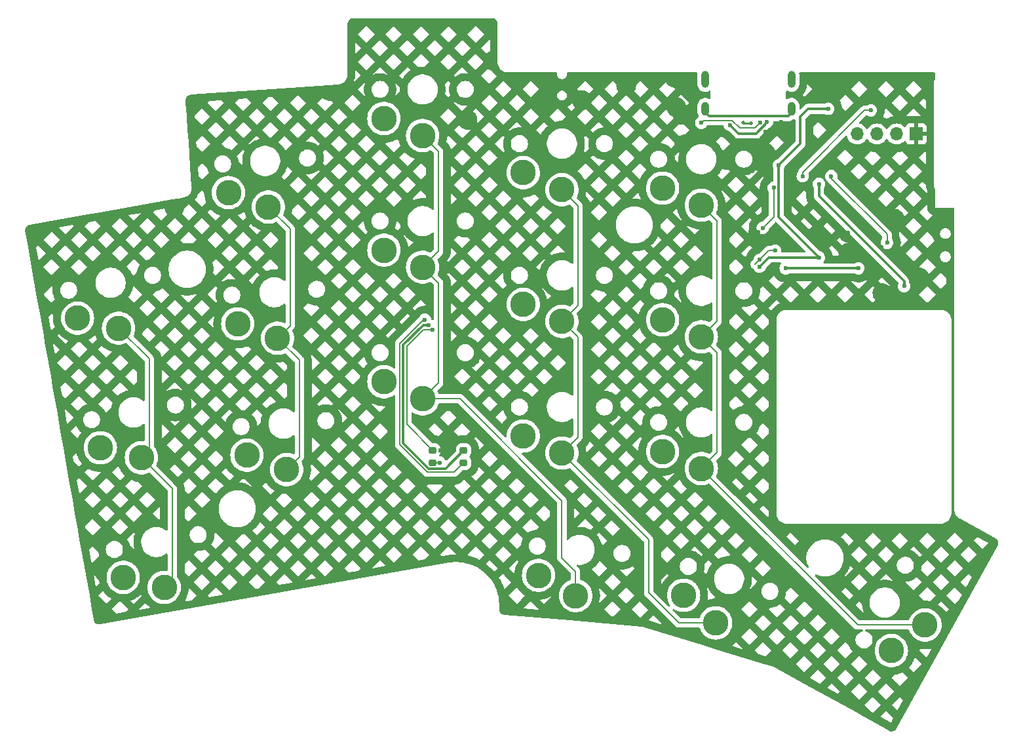
<source format=gtl>
G04 #@! TF.GenerationSoftware,KiCad,Pcbnew,8.0.4*
G04 #@! TF.CreationDate,2024-10-20T02:46:25-03:00*
G04 #@! TF.ProjectId,carpo_left,63617270-6f5f-46c6-9566-742e6b696361,rev?*
G04 #@! TF.SameCoordinates,Original*
G04 #@! TF.FileFunction,Copper,L1,Top*
G04 #@! TF.FilePolarity,Positive*
%FSLAX46Y46*%
G04 Gerber Fmt 4.6, Leading zero omitted, Abs format (unit mm)*
G04 Created by KiCad (PCBNEW 8.0.4) date 2024-10-20 02:46:25*
%MOMM*%
%LPD*%
G01*
G04 APERTURE LIST*
G04 Aperture macros list*
%AMRoundRect*
0 Rectangle with rounded corners*
0 $1 Rounding radius*
0 $2 $3 $4 $5 $6 $7 $8 $9 X,Y pos of 4 corners*
0 Add a 4 corners polygon primitive as box body*
4,1,4,$2,$3,$4,$5,$6,$7,$8,$9,$2,$3,0*
0 Add four circle primitives for the rounded corners*
1,1,$1+$1,$2,$3*
1,1,$1+$1,$4,$5*
1,1,$1+$1,$6,$7*
1,1,$1+$1,$8,$9*
0 Add four rect primitives between the rounded corners*
20,1,$1+$1,$2,$3,$4,$5,0*
20,1,$1+$1,$4,$5,$6,$7,0*
20,1,$1+$1,$6,$7,$8,$9,0*
20,1,$1+$1,$8,$9,$2,$3,0*%
G04 Aperture macros list end*
G04 #@! TA.AperFunction,SMDPad,CuDef*
%ADD10RoundRect,0.218750X0.256250X-0.218750X0.256250X0.218750X-0.256250X0.218750X-0.256250X-0.218750X0*%
G04 #@! TD*
G04 #@! TA.AperFunction,ComponentPad*
%ADD11R,1.700000X1.700000*%
G04 #@! TD*
G04 #@! TA.AperFunction,ComponentPad*
%ADD12O,1.700000X1.700000*%
G04 #@! TD*
G04 #@! TA.AperFunction,ComponentPad*
%ADD13C,3.300000*%
G04 #@! TD*
G04 #@! TA.AperFunction,ComponentPad*
%ADD14O,1.000000X1.800000*%
G04 #@! TD*
G04 #@! TA.AperFunction,ComponentPad*
%ADD15O,1.000000X2.200000*%
G04 #@! TD*
G04 #@! TA.AperFunction,ViaPad*
%ADD16C,0.600000*%
G04 #@! TD*
G04 #@! TA.AperFunction,ViaPad*
%ADD17C,0.500000*%
G04 #@! TD*
G04 #@! TA.AperFunction,Conductor*
%ADD18C,0.300000*%
G04 #@! TD*
G04 #@! TA.AperFunction,Conductor*
%ADD19C,0.200000*%
G04 #@! TD*
G04 #@! TA.AperFunction,Conductor*
%ADD20C,0.220000*%
G04 #@! TD*
G04 APERTURE END LIST*
D10*
X147500000Y-108087500D03*
X147500000Y-106512500D03*
D11*
X205980000Y-65650000D03*
D12*
X203440000Y-65650000D03*
X200900000Y-65650000D03*
X198360000Y-65650000D03*
D10*
X143500000Y-108087500D03*
X143500000Y-106512500D03*
D13*
X155200000Y-104650000D03*
X160200000Y-106850000D03*
X173200000Y-72650000D03*
X178200000Y-74850000D03*
X173200000Y-106650000D03*
X178200000Y-108850000D03*
X117125419Y-73220984D03*
X122266703Y-75066842D03*
X100566320Y-106167122D03*
X105872385Y-107465458D03*
X157174197Y-122644671D03*
X161963431Y-125272078D03*
X155200000Y-70650001D03*
X160200000Y-72850001D03*
X119497139Y-107138161D03*
X124638423Y-108984019D03*
X202755395Y-132364118D03*
X207103606Y-129057600D03*
X155200000Y-87650000D03*
X160200000Y-89850000D03*
X103518339Y-122908854D03*
X108824404Y-124207190D03*
X137200000Y-80650000D03*
X142200000Y-82850000D03*
X175920920Y-125223816D03*
X180059226Y-128789545D03*
X137200000Y-63650000D03*
X142200000Y-65850000D03*
D14*
X189852300Y-62397000D03*
D15*
X189852300Y-58597000D03*
X178701700Y-58597000D03*
D14*
X178701400Y-62397000D03*
D13*
X118311279Y-90179572D03*
X123452563Y-92025430D03*
X137200000Y-97650000D03*
X142200000Y-99850000D03*
X173200000Y-89650000D03*
X178200000Y-91850000D03*
X97614301Y-89425390D03*
X102920366Y-90723726D03*
D16*
X204400000Y-85300000D03*
X193400000Y-72100000D03*
X189100000Y-83000000D03*
X198500000Y-83000000D03*
X187750000Y-80700000D03*
X142488302Y-89635863D03*
X185740380Y-81890380D03*
X144400000Y-108100000D03*
X143500000Y-90900000D03*
X200100000Y-62600000D03*
X187550000Y-72600000D03*
X186150000Y-77771200D03*
X191300000Y-71100000D03*
X181900000Y-64500000D03*
X186700000Y-64100000D03*
X202200000Y-79700000D03*
X195000000Y-71100000D03*
X180600000Y-64800000D03*
X207900000Y-60200000D03*
X203200000Y-76600000D03*
X205500000Y-84000000D03*
X148000000Y-63800000D03*
X186500000Y-65400000D03*
X110100000Y-75100000D03*
X179900000Y-64800000D03*
X144474999Y-106508409D03*
X188500000Y-64100000D03*
X175000000Y-62200000D03*
X185584313Y-78336888D03*
X189800000Y-65200000D03*
X186500000Y-68100000D03*
X162800000Y-61300000D03*
X157600000Y-61300000D03*
X194700000Y-60100000D03*
X197200000Y-81000000D03*
X189800000Y-64300000D03*
X174800000Y-58400000D03*
X201600000Y-86200000D03*
X206400000Y-84200000D03*
X130200000Y-60100000D03*
X151300000Y-56200000D03*
X179200000Y-64800000D03*
X207900000Y-71100000D03*
X197200000Y-78400000D03*
X168500000Y-59400000D03*
X175800000Y-63200000D03*
X201500000Y-80300000D03*
X193500000Y-79100000D03*
X181400000Y-69000000D03*
X176000000Y-67000000D03*
X185750000Y-82800000D03*
X193400000Y-81600000D03*
X142934313Y-90300000D03*
X188200000Y-69700000D03*
X194600000Y-62400000D03*
D17*
X183577000Y-64150000D03*
X184620000Y-64300000D03*
D16*
X185810000Y-64176104D03*
X178200000Y-64200000D03*
D18*
X193400000Y-73680761D02*
X193400000Y-72100000D01*
X204400000Y-85300000D02*
X204400000Y-84680761D01*
X204400000Y-84680761D02*
X193400000Y-73680761D01*
X189100000Y-83000000D02*
X198500000Y-83000000D01*
D19*
X142292207Y-89635863D02*
X139250000Y-92678070D01*
X142488302Y-89635863D02*
X142292207Y-89635863D01*
X186930760Y-80700000D02*
X185150000Y-82480760D01*
X187750000Y-80700000D02*
X186930760Y-80700000D01*
X142815708Y-109325000D02*
X146262500Y-109325000D01*
X185150000Y-82480760D02*
X185740380Y-81890380D01*
X146262500Y-109325000D02*
X147500000Y-108087500D01*
X139250000Y-105759292D02*
X142815708Y-109325000D01*
X139250000Y-92678070D02*
X139250000Y-105759292D01*
X144400000Y-108100000D02*
X143512500Y-108100000D01*
X143512500Y-108100000D02*
X143500000Y-108087500D01*
X199300000Y-62600000D02*
X200100000Y-62600000D01*
X140150000Y-93050862D02*
X140150000Y-103162500D01*
X187550000Y-76371200D02*
X187550000Y-72600000D01*
X143500000Y-90900000D02*
X142300862Y-90900000D01*
X186150000Y-77771200D02*
X187550000Y-76371200D01*
X191300000Y-71100000D02*
X191300000Y-70600000D01*
X191300000Y-70600000D02*
X199300000Y-62600000D01*
X140150000Y-103162500D02*
X143500000Y-106512500D01*
X142300862Y-90900000D02*
X140150000Y-93050862D01*
D18*
X181900000Y-64500000D02*
X183000000Y-65600000D01*
X186700000Y-64205343D02*
X186700000Y-64100000D01*
X183000000Y-65600000D02*
X185305343Y-65600000D01*
X185305343Y-65600000D02*
X186700000Y-64205343D01*
D19*
X202200000Y-78600000D02*
X202200000Y-79700000D01*
X195000000Y-71100000D02*
X195000000Y-71400000D01*
X195000000Y-71400000D02*
X202200000Y-78600000D01*
X109841197Y-111434270D02*
X109841197Y-123190397D01*
X106889178Y-94692538D02*
X106889178Y-106448665D01*
X105872385Y-107465458D02*
X109841197Y-111434270D01*
X106889178Y-106448665D02*
X105872385Y-107465458D01*
X102920366Y-90723726D02*
X106889178Y-94692538D01*
X109841197Y-123190397D02*
X108824404Y-124207190D01*
X126273372Y-107349070D02*
X124638423Y-108984019D01*
X122266703Y-75066842D02*
X125087512Y-77887651D01*
X123452563Y-92025430D02*
X125087512Y-90390481D01*
X125087512Y-90390481D02*
X125087512Y-78700000D01*
X125087512Y-77887651D02*
X125087512Y-78700000D01*
X123452563Y-92025430D02*
X126273372Y-94846239D01*
X126273372Y-94846239D02*
X126273372Y-107349070D01*
D18*
X178701400Y-62797000D02*
X179251400Y-63347000D01*
X189453000Y-63347000D02*
X189852300Y-62947700D01*
X179251400Y-63347000D02*
X189453000Y-63347000D01*
X178701400Y-62397000D02*
X178701400Y-62797000D01*
X189852300Y-62947700D02*
X189852300Y-62397000D01*
X145137500Y-108875000D02*
X147500000Y-106512500D01*
X188200000Y-69700000D02*
X191000000Y-66900000D01*
X191000000Y-64500000D02*
X191000000Y-63400000D01*
X142934313Y-90300000D02*
X142264466Y-90300000D01*
X191000000Y-66900000D02*
X191000000Y-64500000D01*
X139700000Y-92864466D02*
X139700000Y-105572896D01*
X188200000Y-69700000D02*
X188200000Y-76400000D01*
X142264466Y-90300000D02*
X139700000Y-92864466D01*
X139700000Y-105572896D02*
X143002104Y-108875000D01*
X185750000Y-82800000D02*
X186950000Y-81600000D01*
X191000000Y-63400000D02*
X192000000Y-62400000D01*
X188200000Y-76400000D02*
X193400000Y-81600000D01*
X186950000Y-81600000D02*
X193400000Y-81600000D01*
X143002104Y-108875000D02*
X145137500Y-108875000D01*
X192000000Y-62400000D02*
X194600000Y-62400000D01*
D20*
X184620000Y-64300000D02*
X183727000Y-64300000D01*
X183727000Y-64300000D02*
X183577000Y-64150000D01*
D19*
X183150000Y-64850000D02*
X185136104Y-64850000D01*
X178200000Y-64200000D02*
X178500000Y-63900000D01*
X185136104Y-64850000D02*
X185810000Y-64176104D01*
X178500000Y-63900000D02*
X182200000Y-63900000D01*
X182200000Y-63900000D02*
X183150000Y-64850000D01*
X160200000Y-113000000D02*
X160200000Y-120400000D01*
X144250000Y-67900000D02*
X144250000Y-73800000D01*
X161963431Y-122163431D02*
X161963431Y-125272078D01*
X142200000Y-65850000D02*
X144250000Y-67900000D01*
X144250000Y-97800000D02*
X142200000Y-99850000D01*
X144250000Y-80800000D02*
X144250000Y-73800000D01*
X147050000Y-99850000D02*
X160200000Y-113000000D01*
X142200000Y-82850000D02*
X144250000Y-80800000D01*
X142200000Y-82850000D02*
X144250000Y-84900000D01*
X142200000Y-99850000D02*
X147050000Y-99850000D01*
X144250000Y-84900000D02*
X144250000Y-97800000D01*
X160200000Y-120400000D02*
X161963431Y-122163431D01*
X160200000Y-89850000D02*
X162250000Y-91900000D01*
X175289545Y-128789545D02*
X171400000Y-124900000D01*
X162250000Y-74900001D02*
X162250000Y-87800000D01*
X160200000Y-72850001D02*
X162250000Y-74900001D01*
X162250000Y-87800000D02*
X160200000Y-89850000D01*
X180059226Y-128789545D02*
X175289545Y-128789545D01*
X171400000Y-118050000D02*
X160200000Y-106850000D01*
X162250000Y-91900000D02*
X162250000Y-104800000D01*
X171400000Y-124900000D02*
X171400000Y-118050000D01*
X162250000Y-104800000D02*
X160200000Y-106850000D01*
X180250000Y-106800000D02*
X178200000Y-108850000D01*
X178200000Y-108850000D02*
X198407600Y-129057600D01*
X180250000Y-93900000D02*
X180250000Y-106800000D01*
X198407600Y-129057600D02*
X207103606Y-129057600D01*
X180250000Y-76900000D02*
X180250000Y-89800000D01*
X178200000Y-74850000D02*
X180250000Y-76900000D01*
X178200000Y-91850000D02*
X180250000Y-93900000D01*
X180250000Y-89800000D02*
X178200000Y-91850000D01*
G04 #@! TA.AperFunction,Conductor*
G36*
X151206062Y-50701097D02*
G01*
X151324317Y-50712744D01*
X151348145Y-50717483D01*
X151456007Y-50750202D01*
X151478454Y-50759501D01*
X151577850Y-50812629D01*
X151598061Y-50826134D01*
X151685180Y-50897631D01*
X151702369Y-50914820D01*
X151773866Y-51001940D01*
X151787370Y-51022150D01*
X151840495Y-51121538D01*
X151849798Y-51143997D01*
X151882514Y-51251848D01*
X151887256Y-51275688D01*
X151895603Y-51360438D01*
X151898904Y-51393944D01*
X151899501Y-51406099D01*
X151899501Y-56348637D01*
X151899500Y-56348640D01*
X151899500Y-56400000D01*
X151899500Y-56502352D01*
X151931523Y-56704535D01*
X151994780Y-56899219D01*
X152087713Y-57081611D01*
X152208035Y-57247219D01*
X152352782Y-57391966D01*
X152518390Y-57512287D01*
X152596635Y-57552155D01*
X152700781Y-57605221D01*
X152700784Y-57605222D01*
X152798124Y-57636849D01*
X152895467Y-57668477D01*
X153097650Y-57700500D01*
X153160439Y-57700500D01*
X159457796Y-57700500D01*
X159524835Y-57720185D01*
X159570590Y-57772989D01*
X159580534Y-57842147D01*
X159579415Y-57848681D01*
X159578835Y-57851602D01*
X159574500Y-57873395D01*
X159574500Y-57996610D01*
X159598535Y-58117444D01*
X159598538Y-58117454D01*
X159645687Y-58231283D01*
X159645692Y-58231292D01*
X159714141Y-58333732D01*
X159714144Y-58333736D01*
X159801263Y-58420855D01*
X159801267Y-58420858D01*
X159903707Y-58489307D01*
X159903713Y-58489310D01*
X159903714Y-58489311D01*
X160017548Y-58536463D01*
X160138389Y-58560499D01*
X160138393Y-58560500D01*
X160138394Y-58560500D01*
X160261607Y-58560500D01*
X160261608Y-58560499D01*
X160382452Y-58536463D01*
X160496286Y-58489311D01*
X160598733Y-58420858D01*
X160685858Y-58333733D01*
X160754311Y-58231286D01*
X160801463Y-58117452D01*
X160825500Y-57996606D01*
X160825500Y-57873394D01*
X160820586Y-57848689D01*
X160826815Y-57779099D01*
X160869678Y-57723922D01*
X160935568Y-57700678D01*
X160942204Y-57700500D01*
X177589482Y-57700500D01*
X177656521Y-57720185D01*
X177702276Y-57772989D01*
X177712220Y-57842147D01*
X177711099Y-57848692D01*
X177701200Y-57898456D01*
X177701200Y-57898459D01*
X177701200Y-59295541D01*
X177701200Y-59295543D01*
X177701199Y-59295543D01*
X177739647Y-59488829D01*
X177739650Y-59488839D01*
X177815064Y-59670907D01*
X177815071Y-59670920D01*
X177924560Y-59834781D01*
X177924563Y-59834785D01*
X178063914Y-59974136D01*
X178063918Y-59974139D01*
X178227779Y-60083628D01*
X178227792Y-60083635D01*
X178358777Y-60137890D01*
X178409865Y-60159051D01*
X178409869Y-60159051D01*
X178409870Y-60159052D01*
X178603156Y-60197500D01*
X178603159Y-60197500D01*
X178800243Y-60197500D01*
X178930282Y-60171632D01*
X178993535Y-60159051D01*
X179175614Y-60083632D01*
X179206609Y-60062921D01*
X179273286Y-60042044D01*
X179340666Y-60060528D01*
X179387356Y-60112506D01*
X179399500Y-60166024D01*
X179399500Y-61028176D01*
X179379815Y-61095215D01*
X179327011Y-61140970D01*
X179257853Y-61150914D01*
X179206609Y-61131278D01*
X179175320Y-61110371D01*
X179175307Y-61110364D01*
X178993239Y-61034950D01*
X178993229Y-61034947D01*
X178799943Y-60996500D01*
X178799941Y-60996500D01*
X178602859Y-60996500D01*
X178602857Y-60996500D01*
X178409570Y-61034947D01*
X178409560Y-61034950D01*
X178227492Y-61110364D01*
X178227479Y-61110371D01*
X178063618Y-61219860D01*
X178063614Y-61219863D01*
X177924263Y-61359214D01*
X177924260Y-61359218D01*
X177814771Y-61523079D01*
X177814764Y-61523092D01*
X177739350Y-61705160D01*
X177739347Y-61705170D01*
X177700900Y-61898456D01*
X177700900Y-61898459D01*
X177700900Y-62895541D01*
X177700900Y-62895543D01*
X177700899Y-62895543D01*
X177739347Y-63088829D01*
X177739350Y-63088839D01*
X177814764Y-63270907D01*
X177814771Y-63270920D01*
X177850147Y-63323863D01*
X177871025Y-63390540D01*
X177852541Y-63457920D01*
X177813018Y-63497747D01*
X177697740Y-63570182D01*
X177697737Y-63570184D01*
X177570184Y-63697737D01*
X177474211Y-63850476D01*
X177414631Y-64020745D01*
X177414630Y-64020750D01*
X177394435Y-64199996D01*
X177394435Y-64200003D01*
X177414630Y-64379249D01*
X177414631Y-64379254D01*
X177474211Y-64549523D01*
X177564130Y-64692627D01*
X177570184Y-64702262D01*
X177697738Y-64829816D01*
X177761652Y-64869976D01*
X177841202Y-64919961D01*
X177850478Y-64925789D01*
X177964183Y-64965576D01*
X178020745Y-64985368D01*
X178020750Y-64985369D01*
X178199996Y-65005565D01*
X178200000Y-65005565D01*
X178200004Y-65005565D01*
X178379249Y-64985369D01*
X178379252Y-64985368D01*
X178379255Y-64985368D01*
X178549522Y-64925789D01*
X178702262Y-64829816D01*
X178829816Y-64702262D01*
X178920130Y-64558527D01*
X178972465Y-64512237D01*
X179025124Y-64500500D01*
X180983678Y-64500500D01*
X181050717Y-64520185D01*
X181096472Y-64572989D01*
X181106898Y-64610617D01*
X181114630Y-64679249D01*
X181174210Y-64849521D01*
X181270184Y-65002262D01*
X181397738Y-65129816D01*
X181434807Y-65153108D01*
X181545582Y-65222713D01*
X181550478Y-65225789D01*
X181720745Y-65285368D01*
X181727974Y-65286182D01*
X181792388Y-65313246D01*
X181801776Y-65321722D01*
X182585325Y-66105272D01*
X182585326Y-66105273D01*
X182585329Y-66105275D01*
X182585331Y-66105277D01*
X182691873Y-66176465D01*
X182810256Y-66225501D01*
X182810260Y-66225501D01*
X182810261Y-66225502D01*
X182935928Y-66250500D01*
X182935931Y-66250500D01*
X185369414Y-66250500D01*
X185458132Y-66232852D01*
X185495087Y-66225501D01*
X185613470Y-66176465D01*
X185720012Y-66105277D01*
X186952563Y-64872724D01*
X186999285Y-64843367D01*
X187049522Y-64825789D01*
X187202262Y-64729816D01*
X187329816Y-64602262D01*
X187425789Y-64449522D01*
X187485368Y-64279255D01*
X187486132Y-64272479D01*
X187504707Y-64107617D01*
X187531773Y-64043203D01*
X187589368Y-64003648D01*
X187627927Y-63997500D01*
X189517071Y-63997500D01*
X189601615Y-63980682D01*
X189642744Y-63972501D01*
X189761127Y-63923465D01*
X189780896Y-63910256D01*
X189867669Y-63852277D01*
X189888797Y-63831148D01*
X189950115Y-63797664D01*
X189952246Y-63797220D01*
X190144135Y-63759051D01*
X190178047Y-63745003D01*
X190247517Y-63737535D01*
X190309996Y-63768810D01*
X190345648Y-63828899D01*
X190349500Y-63859565D01*
X190349500Y-66579191D01*
X190329815Y-66646230D01*
X190313181Y-66666872D01*
X188101775Y-68878277D01*
X188040452Y-68911762D01*
X188027988Y-68913815D01*
X188020752Y-68914630D01*
X188020744Y-68914632D01*
X187850478Y-68974210D01*
X187697737Y-69070184D01*
X187570184Y-69197737D01*
X187474211Y-69350476D01*
X187414631Y-69520745D01*
X187414630Y-69520750D01*
X187394435Y-69699996D01*
X187394435Y-69700003D01*
X187414630Y-69879249D01*
X187414631Y-69879254D01*
X187474211Y-70049524D01*
X187530493Y-70139094D01*
X187549500Y-70205067D01*
X187549500Y-71683677D01*
X187529815Y-71750716D01*
X187477011Y-71796471D01*
X187439384Y-71806897D01*
X187370750Y-71814630D01*
X187200478Y-71874210D01*
X187047737Y-71970184D01*
X186920184Y-72097737D01*
X186824211Y-72250476D01*
X186764631Y-72420745D01*
X186764630Y-72420750D01*
X186744435Y-72599996D01*
X186744435Y-72600003D01*
X186764630Y-72779249D01*
X186764631Y-72779254D01*
X186824211Y-72949523D01*
X186920185Y-73102263D01*
X186922445Y-73105097D01*
X186923334Y-73107275D01*
X186923889Y-73108158D01*
X186923734Y-73108255D01*
X186948855Y-73169783D01*
X186949500Y-73182412D01*
X186949500Y-76071102D01*
X186929815Y-76138141D01*
X186913181Y-76158783D01*
X186131465Y-76940498D01*
X186070142Y-76973983D01*
X186057668Y-76976037D01*
X185970750Y-76985830D01*
X185800478Y-77045410D01*
X185647737Y-77141384D01*
X185520184Y-77268937D01*
X185424211Y-77421676D01*
X185364631Y-77591945D01*
X185364630Y-77591950D01*
X185344435Y-77771196D01*
X185344435Y-77771203D01*
X185364630Y-77950449D01*
X185364631Y-77950454D01*
X185424211Y-78120723D01*
X185494866Y-78233169D01*
X185520184Y-78273462D01*
X185647738Y-78401016D01*
X185800478Y-78496989D01*
X185900594Y-78532021D01*
X185970745Y-78556568D01*
X185970750Y-78556569D01*
X186149996Y-78576765D01*
X186150000Y-78576765D01*
X186150004Y-78576765D01*
X186329249Y-78556569D01*
X186329252Y-78556568D01*
X186329255Y-78556568D01*
X186499522Y-78496989D01*
X186652262Y-78401016D01*
X186779816Y-78273462D01*
X186875789Y-78120722D01*
X186935368Y-77950455D01*
X186945161Y-77863529D01*
X186972226Y-77799118D01*
X186980690Y-77789743D01*
X187737563Y-77032871D01*
X187798886Y-76999386D01*
X187868578Y-77004370D01*
X187912925Y-77032871D01*
X191617873Y-80737819D01*
X191651358Y-80799142D01*
X191646374Y-80868834D01*
X191604502Y-80924767D01*
X191539038Y-80949184D01*
X191530192Y-80949500D01*
X188666209Y-80949500D01*
X188599170Y-80929815D01*
X188553415Y-80877011D01*
X188542989Y-80811616D01*
X188555565Y-80700002D01*
X188555565Y-80699996D01*
X188535369Y-80520750D01*
X188535368Y-80520745D01*
X188515107Y-80462842D01*
X188475789Y-80350478D01*
X188475249Y-80349619D01*
X188383549Y-80203679D01*
X188379816Y-80197738D01*
X188252262Y-80070184D01*
X188219379Y-80049522D01*
X188099523Y-79974211D01*
X187929254Y-79914631D01*
X187929249Y-79914630D01*
X187750004Y-79894435D01*
X187749996Y-79894435D01*
X187570750Y-79914630D01*
X187570745Y-79914631D01*
X187400476Y-79974211D01*
X187247736Y-80070185D01*
X187244903Y-80072445D01*
X187242724Y-80073334D01*
X187241842Y-80073889D01*
X187241744Y-80073734D01*
X187180217Y-80098855D01*
X187167588Y-80099500D01*
X187017429Y-80099500D01*
X187017413Y-80099499D01*
X187009817Y-80099499D01*
X186851703Y-80099499D01*
X186744347Y-80128265D01*
X186698970Y-80140424D01*
X186698969Y-80140425D01*
X186663826Y-80160716D01*
X186663824Y-80160717D01*
X186562050Y-80219475D01*
X186562042Y-80219481D01*
X186450238Y-80331286D01*
X185721845Y-81059678D01*
X185660522Y-81093163D01*
X185648048Y-81095217D01*
X185561130Y-81105010D01*
X185390858Y-81164590D01*
X185238117Y-81260564D01*
X185110564Y-81388117D01*
X185014590Y-81540858D01*
X184955010Y-81711130D01*
X184945217Y-81798048D01*
X184918150Y-81862462D01*
X184909679Y-81871845D01*
X184669480Y-82112044D01*
X184590423Y-82248974D01*
X184577444Y-82297413D01*
X184549499Y-82401703D01*
X184549499Y-82401705D01*
X184549499Y-82559814D01*
X184549498Y-82559814D01*
X184550582Y-82563859D01*
X184590423Y-82712545D01*
X184669481Y-82849476D01*
X184781284Y-82961279D01*
X184871161Y-83013170D01*
X184909776Y-83035465D01*
X184918215Y-83040337D01*
X184929715Y-83043418D01*
X184989374Y-83079780D01*
X185014663Y-83122235D01*
X185021751Y-83142492D01*
X185024212Y-83149525D01*
X185089714Y-83253769D01*
X185120184Y-83302262D01*
X185247738Y-83429816D01*
X185313403Y-83471076D01*
X185393949Y-83521687D01*
X185400478Y-83525789D01*
X185499451Y-83560421D01*
X185570745Y-83585368D01*
X185570750Y-83585369D01*
X185749996Y-83605565D01*
X185750000Y-83605565D01*
X185750004Y-83605565D01*
X185929249Y-83585369D01*
X185929252Y-83585368D01*
X185929255Y-83585368D01*
X186099522Y-83525789D01*
X186252262Y-83429816D01*
X186379816Y-83302262D01*
X186475789Y-83149522D01*
X186535368Y-82979255D01*
X186536182Y-82972025D01*
X186563245Y-82907611D01*
X186571712Y-82898232D01*
X187183127Y-82286819D01*
X187244450Y-82253334D01*
X187270808Y-82250500D01*
X188418060Y-82250500D01*
X188485099Y-82270185D01*
X188530854Y-82322989D01*
X188540798Y-82392147D01*
X188511773Y-82455703D01*
X188505741Y-82462181D01*
X188470184Y-82497737D01*
X188374211Y-82650476D01*
X188314631Y-82820745D01*
X188314630Y-82820750D01*
X188294435Y-82999996D01*
X188294435Y-83000003D01*
X188314630Y-83179249D01*
X188314631Y-83179254D01*
X188374211Y-83349523D01*
X188460347Y-83486607D01*
X188470184Y-83502262D01*
X188597738Y-83629816D01*
X188660904Y-83669506D01*
X188726414Y-83710669D01*
X188750478Y-83725789D01*
X188918399Y-83784547D01*
X188920745Y-83785368D01*
X188920750Y-83785369D01*
X189099996Y-83805565D01*
X189100000Y-83805565D01*
X189100004Y-83805565D01*
X189279249Y-83785369D01*
X189279251Y-83785368D01*
X189279255Y-83785368D01*
X189279258Y-83785366D01*
X189279262Y-83785366D01*
X189369377Y-83753832D01*
X189449522Y-83725789D01*
X189539096Y-83669505D01*
X189605068Y-83650500D01*
X197994932Y-83650500D01*
X198060904Y-83669506D01*
X198150477Y-83725789D01*
X198150481Y-83725790D01*
X198320737Y-83785366D01*
X198320743Y-83785367D01*
X198320745Y-83785368D01*
X198320746Y-83785368D01*
X198320750Y-83785369D01*
X198499996Y-83805565D01*
X198500000Y-83805565D01*
X198500004Y-83805565D01*
X198679249Y-83785369D01*
X198679252Y-83785368D01*
X198679255Y-83785368D01*
X198849522Y-83725789D01*
X199002262Y-83629816D01*
X199129816Y-83502262D01*
X199225789Y-83349522D01*
X199285368Y-83179255D01*
X199287585Y-83159582D01*
X199305565Y-83000003D01*
X199305565Y-82999996D01*
X199285369Y-82820750D01*
X199285368Y-82820745D01*
X199248799Y-82716236D01*
X199225789Y-82650478D01*
X199201101Y-82611188D01*
X199172866Y-82566251D01*
X199129816Y-82497738D01*
X199002262Y-82370184D01*
X198939096Y-82330494D01*
X198849523Y-82274211D01*
X198679254Y-82214631D01*
X198679249Y-82214630D01*
X198500004Y-82194435D01*
X198499996Y-82194435D01*
X198320750Y-82214630D01*
X198320737Y-82214633D01*
X198150481Y-82274209D01*
X198150477Y-82274210D01*
X198060904Y-82330494D01*
X197994932Y-82349500D01*
X194081940Y-82349500D01*
X194014901Y-82329815D01*
X193969146Y-82277011D01*
X193959202Y-82207853D01*
X193988227Y-82144297D01*
X193994259Y-82137819D01*
X194011307Y-82120771D01*
X194029816Y-82102262D01*
X194125789Y-81949522D01*
X194185368Y-81779255D01*
X194186413Y-81769983D01*
X194205565Y-81600003D01*
X194205565Y-81599996D01*
X194185369Y-81420750D01*
X194185368Y-81420745D01*
X194152293Y-81326222D01*
X194125789Y-81250478D01*
X194113901Y-81231559D01*
X194071855Y-81164642D01*
X194029816Y-81097738D01*
X193902262Y-80970184D01*
X193868841Y-80949184D01*
X193749521Y-80874210D01*
X193579255Y-80814632D01*
X193579246Y-80814630D01*
X193572012Y-80813815D01*
X193507600Y-80786744D01*
X193498223Y-80778277D01*
X193064473Y-80344527D01*
X194687989Y-80344527D01*
X194755309Y-80411847D01*
X194760087Y-80416900D01*
X194788127Y-80448276D01*
X194792614Y-80453590D01*
X194827538Y-80497382D01*
X194831720Y-80502939D01*
X194856078Y-80537267D01*
X194859944Y-80543052D01*
X194985719Y-80743220D01*
X194989252Y-80749210D01*
X195009608Y-80786041D01*
X195012801Y-80792221D01*
X195037105Y-80842688D01*
X195039945Y-80849035D01*
X195056053Y-80887921D01*
X195058535Y-80894422D01*
X195136616Y-81117566D01*
X195138728Y-81124193D01*
X195150381Y-81164642D01*
X195152119Y-81171379D01*
X195164582Y-81225989D01*
X195165938Y-81232809D01*
X195172986Y-81274293D01*
X195173958Y-81281180D01*
X195181881Y-81351500D01*
X195805167Y-81351500D01*
X195940566Y-81216099D01*
X195921602Y-81011441D01*
X195921602Y-80988559D01*
X195929879Y-80899234D01*
X195031580Y-80000935D01*
X194687989Y-80344527D01*
X193064473Y-80344527D01*
X192015189Y-79295243D01*
X195737272Y-79295243D01*
X196425178Y-79983149D01*
X196438724Y-79972921D01*
X196619928Y-79860725D01*
X196640411Y-79850525D01*
X196839145Y-79773535D01*
X196861154Y-79767273D01*
X197070652Y-79728111D01*
X197093437Y-79726000D01*
X197113908Y-79726000D01*
X197057301Y-79669393D01*
X196861154Y-79632727D01*
X196839145Y-79626465D01*
X196640411Y-79549475D01*
X196619928Y-79539275D01*
X196438724Y-79427079D01*
X196420462Y-79413289D01*
X196262960Y-79269706D01*
X196247545Y-79252796D01*
X196119107Y-79082718D01*
X196107061Y-79063262D01*
X196061251Y-78971263D01*
X195737272Y-79295243D01*
X192015189Y-79295243D01*
X189635005Y-76915059D01*
X191046389Y-76915059D01*
X192108464Y-77977134D01*
X192558121Y-77527476D01*
X193969505Y-77527476D01*
X195031580Y-78589551D01*
X195504520Y-78116612D01*
X194442445Y-77054537D01*
X193969505Y-77527476D01*
X192558121Y-77527476D01*
X191496046Y-76465401D01*
X191046389Y-76915059D01*
X189635005Y-76915059D01*
X188886819Y-76166873D01*
X188853334Y-76105550D01*
X188850500Y-76079192D01*
X188850500Y-75717170D01*
X189848500Y-75717170D01*
X190340697Y-76209367D01*
X190790354Y-75759709D01*
X192201738Y-75759709D01*
X193263813Y-76821784D01*
X193736753Y-76348845D01*
X192674678Y-75286770D01*
X192201738Y-75759709D01*
X190790354Y-75759709D01*
X189848500Y-74817855D01*
X189848500Y-75717170D01*
X188850500Y-75717170D01*
X188850500Y-73991942D01*
X190433971Y-73991942D01*
X191496046Y-75054017D01*
X191998930Y-74551133D01*
X191980115Y-74522973D01*
X191976859Y-74517832D01*
X191957932Y-74486255D01*
X191954932Y-74480959D01*
X191931831Y-74437741D01*
X191929094Y-74432304D01*
X191913348Y-74399012D01*
X191910882Y-74393448D01*
X191843087Y-74229777D01*
X191840896Y-74224096D01*
X191828485Y-74189407D01*
X191826575Y-74183625D01*
X191812347Y-74136714D01*
X191810724Y-74130848D01*
X191801777Y-74095123D01*
X191800443Y-74089181D01*
X191794439Y-74058985D01*
X191794438Y-74058984D01*
X191765897Y-73915503D01*
X191764856Y-73909506D01*
X191759451Y-73873071D01*
X191758706Y-73867027D01*
X191753903Y-73818254D01*
X191753455Y-73812185D01*
X191751649Y-73775413D01*
X191751500Y-73769330D01*
X191751500Y-73185321D01*
X191496046Y-72929867D01*
X190433971Y-73991942D01*
X188850500Y-73991942D01*
X188850500Y-72099996D01*
X192594435Y-72099996D01*
X192594435Y-72100003D01*
X192614630Y-72279249D01*
X192614631Y-72279254D01*
X192674211Y-72449524D01*
X192730493Y-72539094D01*
X192749500Y-72605067D01*
X192749500Y-73744831D01*
X192755607Y-73775530D01*
X192772215Y-73859023D01*
X192773273Y-73864339D01*
X192773275Y-73864349D01*
X192774499Y-73870507D01*
X192823533Y-73988886D01*
X192867980Y-74055405D01*
X192892616Y-74092277D01*
X192894726Y-74095434D01*
X192894727Y-74095435D01*
X203638703Y-84839409D01*
X203672188Y-84900732D01*
X203668064Y-84968045D01*
X203614631Y-85120745D01*
X203614630Y-85120750D01*
X203594435Y-85299996D01*
X203594435Y-85300003D01*
X203614630Y-85479249D01*
X203614631Y-85479254D01*
X203674211Y-85649523D01*
X203747709Y-85766494D01*
X203770184Y-85802262D01*
X203897738Y-85929816D01*
X204050478Y-86025789D01*
X204196505Y-86076886D01*
X204220745Y-86085368D01*
X204220750Y-86085369D01*
X204399996Y-86105565D01*
X204400000Y-86105565D01*
X204400004Y-86105565D01*
X204579249Y-86085369D01*
X204579252Y-86085368D01*
X204579255Y-86085368D01*
X204749522Y-86025789D01*
X204902262Y-85929816D01*
X205029816Y-85802262D01*
X205125789Y-85649522D01*
X205185368Y-85479255D01*
X205188826Y-85448565D01*
X205205565Y-85300003D01*
X205205565Y-85299996D01*
X205185369Y-85120750D01*
X205185366Y-85120737D01*
X205125790Y-84950481D01*
X205125789Y-84950478D01*
X205101417Y-84911690D01*
X205069506Y-84860903D01*
X205050500Y-84794931D01*
X205050500Y-84616689D01*
X205046891Y-84598544D01*
X208111642Y-84598544D01*
X209173716Y-85660619D01*
X209901499Y-84932837D01*
X209901499Y-84264252D01*
X209173717Y-83536470D01*
X208111642Y-84598544D01*
X205046891Y-84598544D01*
X205025502Y-84491022D01*
X205025501Y-84491021D01*
X205025501Y-84491017D01*
X204984741Y-84392614D01*
X204976466Y-84372636D01*
X204976461Y-84372627D01*
X204905277Y-84266093D01*
X204874981Y-84235797D01*
X204814669Y-84175485D01*
X203469962Y-82830778D01*
X206343875Y-82830778D01*
X206439097Y-82926000D01*
X206506563Y-82926000D01*
X206529348Y-82928111D01*
X206738846Y-82967273D01*
X206760855Y-82973535D01*
X206959589Y-83050525D01*
X206980072Y-83060725D01*
X207161276Y-83172921D01*
X207179538Y-83186711D01*
X207337040Y-83330294D01*
X207352455Y-83347204D01*
X207480893Y-83517282D01*
X207492939Y-83536738D01*
X207582400Y-83716401D01*
X208468024Y-82830777D01*
X207405950Y-81768703D01*
X206343875Y-82830778D01*
X203469962Y-82830778D01*
X201702194Y-81063010D01*
X204576108Y-81063010D01*
X205638183Y-82125085D01*
X206194272Y-81568995D01*
X209029499Y-81568995D01*
X209056418Y-81704322D01*
X209056421Y-81704332D01*
X209109221Y-81831804D01*
X209109228Y-81831817D01*
X209185885Y-81946541D01*
X209185888Y-81946545D01*
X209283454Y-82044111D01*
X209283458Y-82044114D01*
X209398182Y-82120771D01*
X209398195Y-82120778D01*
X209525667Y-82173578D01*
X209525672Y-82173580D01*
X209525676Y-82173580D01*
X209525677Y-82173581D01*
X209661004Y-82200500D01*
X209661007Y-82200500D01*
X209798995Y-82200500D01*
X209890041Y-82182389D01*
X209934328Y-82173580D01*
X210061811Y-82120775D01*
X210176542Y-82044114D01*
X210274114Y-81946542D01*
X210350775Y-81831811D01*
X210403580Y-81704328D01*
X210424332Y-81600003D01*
X210430500Y-81568995D01*
X210430500Y-81431004D01*
X210403581Y-81295677D01*
X210403580Y-81295676D01*
X210403580Y-81295672D01*
X210394725Y-81274293D01*
X210350778Y-81168195D01*
X210350771Y-81168182D01*
X210274114Y-81053458D01*
X210274111Y-81053454D01*
X210176545Y-80955888D01*
X210176541Y-80955885D01*
X210061817Y-80879228D01*
X210061804Y-80879221D01*
X209934332Y-80826421D01*
X209934322Y-80826418D01*
X209798995Y-80799500D01*
X209798993Y-80799500D01*
X209661007Y-80799500D01*
X209661005Y-80799500D01*
X209525677Y-80826418D01*
X209525667Y-80826421D01*
X209398195Y-80879221D01*
X209398182Y-80879228D01*
X209283458Y-80955885D01*
X209283454Y-80955888D01*
X209185888Y-81053454D01*
X209185885Y-81053458D01*
X209109228Y-81168182D01*
X209109221Y-81168195D01*
X209056421Y-81295667D01*
X209056418Y-81295677D01*
X209029500Y-81431004D01*
X209029500Y-81431007D01*
X209029500Y-81568993D01*
X209029500Y-81568995D01*
X209029499Y-81568995D01*
X206194272Y-81568995D01*
X206700257Y-81063010D01*
X205638183Y-80000936D01*
X204576108Y-81063010D01*
X201702194Y-81063010D01*
X199451600Y-78812416D01*
X194086819Y-73447634D01*
X194053334Y-73386311D01*
X194050500Y-73359953D01*
X194050500Y-72605067D01*
X194069507Y-72539094D01*
X194125788Y-72449524D01*
X194127217Y-72445440D01*
X194185368Y-72279255D01*
X194186586Y-72268447D01*
X194205565Y-72100003D01*
X194205565Y-72099996D01*
X194185369Y-71920750D01*
X194185368Y-71920745D01*
X194164343Y-71860658D01*
X194125789Y-71750478D01*
X194124992Y-71749210D01*
X194083815Y-71683677D01*
X194029816Y-71597738D01*
X193902262Y-71470184D01*
X193749523Y-71374211D01*
X193579254Y-71314631D01*
X193579249Y-71314630D01*
X193400004Y-71294435D01*
X193399996Y-71294435D01*
X193220750Y-71314630D01*
X193220745Y-71314631D01*
X193050476Y-71374211D01*
X192897737Y-71470184D01*
X192770184Y-71597737D01*
X192674211Y-71750476D01*
X192614631Y-71920745D01*
X192614630Y-71920750D01*
X192594435Y-72099996D01*
X188850500Y-72099996D01*
X188850500Y-71099996D01*
X190494435Y-71099996D01*
X190494435Y-71100003D01*
X190514630Y-71279249D01*
X190514631Y-71279254D01*
X190574211Y-71449523D01*
X190624794Y-71530024D01*
X190670184Y-71602262D01*
X190797738Y-71729816D01*
X190861665Y-71769984D01*
X190932721Y-71814632D01*
X190950478Y-71825789D01*
X191050128Y-71860658D01*
X191120745Y-71885368D01*
X191120750Y-71885369D01*
X191299996Y-71905565D01*
X191300000Y-71905565D01*
X191300004Y-71905565D01*
X191479249Y-71885369D01*
X191479252Y-71885368D01*
X191479255Y-71885368D01*
X191649522Y-71825789D01*
X191802262Y-71729816D01*
X191929816Y-71602262D01*
X192025789Y-71449522D01*
X192085368Y-71279255D01*
X192085886Y-71274662D01*
X192105565Y-71100003D01*
X192105565Y-71099996D01*
X194194435Y-71099996D01*
X194194435Y-71100003D01*
X194214630Y-71279249D01*
X194214631Y-71279254D01*
X194274211Y-71449523D01*
X194370184Y-71602262D01*
X194484497Y-71716575D01*
X194504203Y-71742256D01*
X194519477Y-71768712D01*
X194519481Y-71768717D01*
X194638349Y-71887585D01*
X194638355Y-71887590D01*
X201563181Y-78812416D01*
X201596666Y-78873739D01*
X201599500Y-78900097D01*
X201599500Y-79117587D01*
X201579815Y-79184626D01*
X201572450Y-79194896D01*
X201570186Y-79197734D01*
X201474211Y-79350476D01*
X201414631Y-79520745D01*
X201414630Y-79520750D01*
X201394435Y-79699996D01*
X201394435Y-79700003D01*
X201414630Y-79879249D01*
X201414631Y-79879254D01*
X201474211Y-80049523D01*
X201549987Y-80170119D01*
X201570184Y-80202262D01*
X201697738Y-80329816D01*
X201850478Y-80425789D01*
X202020745Y-80485368D01*
X202020750Y-80485369D01*
X202199996Y-80505565D01*
X202200000Y-80505565D01*
X202200004Y-80505565D01*
X202379249Y-80485369D01*
X202379252Y-80485368D01*
X202379255Y-80485368D01*
X202549522Y-80425789D01*
X202702262Y-80329816D01*
X202829816Y-80202262D01*
X202925789Y-80049522D01*
X202985368Y-79879255D01*
X202988810Y-79848708D01*
X203005565Y-79700003D01*
X203005565Y-79699996D01*
X202985369Y-79520750D01*
X202985368Y-79520745D01*
X202950621Y-79421443D01*
X202925789Y-79350478D01*
X202829816Y-79197738D01*
X202829814Y-79197736D01*
X202829813Y-79197734D01*
X202827550Y-79194896D01*
X202826659Y-79192715D01*
X202826111Y-79191842D01*
X202826264Y-79191745D01*
X202801144Y-79130209D01*
X202800500Y-79117587D01*
X202800500Y-78689060D01*
X202800501Y-78689047D01*
X202800501Y-78520944D01*
X202789570Y-78480149D01*
X202759577Y-78368216D01*
X202753082Y-78356966D01*
X202734258Y-78324362D01*
X203779221Y-78324362D01*
X203784373Y-78350257D01*
X203785695Y-78358263D01*
X203794228Y-78423065D01*
X203795024Y-78431143D01*
X203798236Y-78480149D01*
X203798501Y-78488259D01*
X203798501Y-78720037D01*
X203798500Y-78720061D01*
X203798500Y-78865942D01*
X203809608Y-78886041D01*
X203812801Y-78892221D01*
X203837105Y-78942688D01*
X203839945Y-78949035D01*
X203856053Y-78987921D01*
X203858535Y-78994422D01*
X203936616Y-79217566D01*
X203938728Y-79224193D01*
X203950381Y-79264642D01*
X203952119Y-79271379D01*
X203964582Y-79325989D01*
X203965938Y-79332809D01*
X203972986Y-79374293D01*
X203973958Y-79381180D01*
X204000425Y-79616092D01*
X204001010Y-79623021D01*
X204003370Y-79665039D01*
X204003565Y-79671993D01*
X204003565Y-79728007D01*
X204003370Y-79734961D01*
X204001010Y-79776979D01*
X204000425Y-79783908D01*
X203973958Y-80018820D01*
X203972986Y-80025707D01*
X203965938Y-80067191D01*
X203964582Y-80074011D01*
X203952119Y-80128621D01*
X203950381Y-80135358D01*
X203938728Y-80175807D01*
X203936616Y-80182434D01*
X203878115Y-80349619D01*
X204932491Y-79295244D01*
X206343875Y-79295244D01*
X207405949Y-80357318D01*
X208318503Y-79444765D01*
X208265803Y-79365895D01*
X208262545Y-79360750D01*
X208243610Y-79329157D01*
X208240611Y-79323862D01*
X208217510Y-79280641D01*
X208214773Y-79275205D01*
X208199033Y-79241924D01*
X208196568Y-79236362D01*
X208125012Y-79063611D01*
X208122821Y-79057932D01*
X208110419Y-79023270D01*
X208108511Y-79017493D01*
X208094285Y-78970598D01*
X208092662Y-78964734D01*
X208083712Y-78929008D01*
X208082378Y-78923067D01*
X208079033Y-78906252D01*
X207741776Y-78568995D01*
X209029499Y-78568995D01*
X209056418Y-78704322D01*
X209056421Y-78704332D01*
X209109221Y-78831804D01*
X209109228Y-78831817D01*
X209185885Y-78946541D01*
X209185888Y-78946545D01*
X209283454Y-79044111D01*
X209283458Y-79044114D01*
X209398182Y-79120771D01*
X209398195Y-79120778D01*
X209525667Y-79173578D01*
X209525672Y-79173580D01*
X209525676Y-79173580D01*
X209525677Y-79173581D01*
X209661004Y-79200500D01*
X209661007Y-79200500D01*
X209798995Y-79200500D01*
X209890041Y-79182389D01*
X209934328Y-79173580D01*
X210061811Y-79120775D01*
X210176542Y-79044114D01*
X210274114Y-78946542D01*
X210350775Y-78831811D01*
X210403580Y-78704328D01*
X210415776Y-78643014D01*
X210430500Y-78568995D01*
X210430500Y-78431004D01*
X210403581Y-78295677D01*
X210403580Y-78295676D01*
X210403580Y-78295672D01*
X210383177Y-78246415D01*
X210350778Y-78168195D01*
X210350771Y-78168182D01*
X210274114Y-78053458D01*
X210274111Y-78053454D01*
X210176545Y-77955888D01*
X210176541Y-77955885D01*
X210061817Y-77879228D01*
X210061804Y-77879221D01*
X209934332Y-77826421D01*
X209934322Y-77826418D01*
X209798995Y-77799500D01*
X209798993Y-77799500D01*
X209661007Y-77799500D01*
X209661005Y-77799500D01*
X209525677Y-77826418D01*
X209525667Y-77826421D01*
X209398195Y-77879221D01*
X209398182Y-77879228D01*
X209283458Y-77955885D01*
X209283454Y-77955888D01*
X209185888Y-78053454D01*
X209185885Y-78053458D01*
X209109228Y-78168182D01*
X209109221Y-78168195D01*
X209056421Y-78295667D01*
X209056418Y-78295677D01*
X209029500Y-78431004D01*
X209029500Y-78431007D01*
X209029500Y-78568993D01*
X209029500Y-78568995D01*
X209029499Y-78568995D01*
X207741776Y-78568995D01*
X207405950Y-78233169D01*
X206343875Y-79295244D01*
X204932491Y-79295244D01*
X203870415Y-78233168D01*
X203779221Y-78324362D01*
X202734258Y-78324362D01*
X202680524Y-78231290D01*
X202680518Y-78231282D01*
X201976713Y-77527477D01*
X204576108Y-77527477D01*
X205638183Y-78589552D01*
X206700258Y-77527477D01*
X205638183Y-76465402D01*
X204576108Y-77527477D01*
X201976713Y-77527477D01*
X199775236Y-75326000D01*
X203242050Y-75326000D01*
X203306563Y-75326000D01*
X203329348Y-75328111D01*
X203538846Y-75367273D01*
X203560855Y-75373535D01*
X203759589Y-75450525D01*
X203780072Y-75460725D01*
X203961276Y-75572921D01*
X203979538Y-75586711D01*
X204137040Y-75730294D01*
X204152455Y-75747204D01*
X204280893Y-75917282D01*
X204292939Y-75936738D01*
X204387937Y-76127521D01*
X204396203Y-76148858D01*
X204428794Y-76263405D01*
X204932489Y-75759710D01*
X206343875Y-75759710D01*
X207405950Y-76821785D01*
X208107575Y-76120159D01*
X207876344Y-76024380D01*
X207836116Y-75997500D01*
X207552500Y-75713884D01*
X207525620Y-75673656D01*
X207411439Y-75397999D01*
X207402000Y-75350546D01*
X207402000Y-74701585D01*
X206343875Y-75759710D01*
X204932489Y-75759710D01*
X204932490Y-75759709D01*
X203870415Y-74697634D01*
X203242050Y-75326000D01*
X199775236Y-75326000D01*
X199267091Y-74817855D01*
X198441179Y-73991943D01*
X201040574Y-73991943D01*
X202102649Y-75054018D01*
X203164724Y-73991943D01*
X204576108Y-73991943D01*
X205638183Y-75054018D01*
X206700258Y-73991943D01*
X205638183Y-72929868D01*
X204576108Y-73991943D01*
X203164724Y-73991943D01*
X202102649Y-72929868D01*
X201040574Y-73991943D01*
X198441179Y-73991943D01*
X196673411Y-72224176D01*
X199272807Y-72224176D01*
X200334882Y-73286251D01*
X201396957Y-72224176D01*
X202808341Y-72224176D01*
X203870416Y-73286251D01*
X204932491Y-72224176D01*
X204932490Y-72224175D01*
X206343874Y-72224175D01*
X207402000Y-73282301D01*
X207402000Y-73008603D01*
X207389343Y-72986681D01*
X207385518Y-72979525D01*
X207363798Y-72935481D01*
X207360448Y-72928088D01*
X207335438Y-72867706D01*
X207332580Y-72860111D01*
X207316799Y-72813619D01*
X207314444Y-72805857D01*
X207277050Y-72666304D01*
X207275208Y-72658404D01*
X207265628Y-72610247D01*
X207264306Y-72602241D01*
X207255773Y-72537439D01*
X207254977Y-72529361D01*
X207251765Y-72480355D01*
X207251500Y-72472245D01*
X207251500Y-72196905D01*
X207138724Y-72127079D01*
X207120462Y-72113289D01*
X206962960Y-71969706D01*
X206947545Y-71952796D01*
X206819107Y-71782718D01*
X206807061Y-71763262D01*
X206806305Y-71761744D01*
X206343874Y-72224175D01*
X204932490Y-72224175D01*
X203870416Y-71162101D01*
X202808341Y-72224176D01*
X201396957Y-72224176D01*
X200334882Y-71162101D01*
X199272807Y-72224176D01*
X196673411Y-72224176D01*
X195821832Y-71372597D01*
X195788348Y-71311275D01*
X195786294Y-71271033D01*
X195790744Y-71231544D01*
X195805565Y-71100000D01*
X195804489Y-71090451D01*
X195785369Y-70920750D01*
X195785368Y-70920745D01*
X195768680Y-70873054D01*
X195725789Y-70750478D01*
X195718929Y-70739561D01*
X195673841Y-70667804D01*
X195629816Y-70597738D01*
X195502262Y-70470184D01*
X195489775Y-70462338D01*
X195480339Y-70456409D01*
X197505040Y-70456409D01*
X198567115Y-71518484D01*
X199629190Y-70456409D01*
X201040574Y-70456409D01*
X202102649Y-71518484D01*
X203164724Y-70456409D01*
X204576108Y-70456409D01*
X205638183Y-71518484D01*
X206700258Y-70456409D01*
X205638183Y-69394334D01*
X204576108Y-70456409D01*
X203164724Y-70456409D01*
X202102649Y-69394334D01*
X201040574Y-70456409D01*
X199629190Y-70456409D01*
X198567115Y-69394334D01*
X197505040Y-70456409D01*
X195480339Y-70456409D01*
X195349523Y-70374211D01*
X195179254Y-70314631D01*
X195179249Y-70314630D01*
X195000004Y-70294435D01*
X194999996Y-70294435D01*
X194820750Y-70314630D01*
X194820745Y-70314631D01*
X194650476Y-70374211D01*
X194497737Y-70470184D01*
X194370184Y-70597737D01*
X194274211Y-70750476D01*
X194214631Y-70920745D01*
X194214630Y-70920750D01*
X194194435Y-71099996D01*
X192105565Y-71099996D01*
X192085369Y-70920750D01*
X192085367Y-70920740D01*
X192056281Y-70837619D01*
X192044514Y-70803993D01*
X192040952Y-70734216D01*
X192073873Y-70675360D01*
X194060591Y-68688642D01*
X195737273Y-68688642D01*
X196799348Y-69750717D01*
X197861423Y-68688642D01*
X197861422Y-68688641D01*
X199272806Y-68688641D01*
X200334882Y-69750717D01*
X201396957Y-68688642D01*
X202808341Y-68688642D01*
X203870416Y-69750717D01*
X204932491Y-68688642D01*
X204932490Y-68688641D01*
X206343874Y-68688641D01*
X207251500Y-69596267D01*
X207251500Y-67941404D01*
X207249564Y-67942058D01*
X207204695Y-67955668D01*
X207197212Y-67957685D01*
X207136501Y-67972028D01*
X207128916Y-67973572D01*
X207082738Y-67981478D01*
X207075067Y-67982546D01*
X207046946Y-67985569D01*
X206343874Y-68688641D01*
X204932490Y-68688641D01*
X204138132Y-67894283D01*
X203912666Y-67954695D01*
X203907412Y-67955981D01*
X203875454Y-67963066D01*
X203870146Y-67964121D01*
X203827251Y-67971684D01*
X203821904Y-67972507D01*
X203789461Y-67976778D01*
X203784084Y-67977367D01*
X203505287Y-68001759D01*
X203499890Y-68002113D01*
X203494640Y-68002342D01*
X202808341Y-68688642D01*
X201396957Y-68688642D01*
X200698123Y-67989808D01*
X200555916Y-67977367D01*
X200550539Y-67976778D01*
X200518096Y-67972507D01*
X200512749Y-67971684D01*
X200469854Y-67964121D01*
X200464546Y-67963066D01*
X200432588Y-67955981D01*
X200427334Y-67954695D01*
X200156992Y-67882259D01*
X200151795Y-67880744D01*
X200120560Y-67870895D01*
X200115432Y-67869154D01*
X200098469Y-67862978D01*
X199272806Y-68688641D01*
X197861422Y-68688641D01*
X196799348Y-67626567D01*
X195737273Y-68688642D01*
X194060591Y-68688642D01*
X196839023Y-65910210D01*
X196900344Y-65876727D01*
X196970036Y-65881711D01*
X197025969Y-65923583D01*
X197046477Y-65965800D01*
X197086094Y-66113655D01*
X197086096Y-66113659D01*
X197086097Y-66113663D01*
X197161859Y-66276134D01*
X197185965Y-66327830D01*
X197185967Y-66327834D01*
X197276969Y-66457797D01*
X197321505Y-66521401D01*
X197488599Y-66688495D01*
X197584759Y-66755827D01*
X197682165Y-66824032D01*
X197682167Y-66824033D01*
X197682170Y-66824035D01*
X197896337Y-66923903D01*
X198124592Y-66985063D01*
X198295319Y-67000000D01*
X198359999Y-67005659D01*
X198360000Y-67005659D01*
X198360001Y-67005659D01*
X198424681Y-67000000D01*
X198595408Y-66985063D01*
X198823663Y-66923903D01*
X199037830Y-66824035D01*
X199231401Y-66688495D01*
X199398495Y-66521401D01*
X199528425Y-66335842D01*
X199583002Y-66292217D01*
X199652500Y-66285023D01*
X199714855Y-66316546D01*
X199731575Y-66335842D01*
X199861500Y-66521395D01*
X199861505Y-66521401D01*
X200028599Y-66688495D01*
X200124759Y-66755827D01*
X200222165Y-66824032D01*
X200222167Y-66824033D01*
X200222170Y-66824035D01*
X200436337Y-66923903D01*
X200664592Y-66985063D01*
X200835319Y-67000000D01*
X200899999Y-67005659D01*
X200900000Y-67005659D01*
X200900001Y-67005659D01*
X200964681Y-67000000D01*
X201135408Y-66985063D01*
X201363663Y-66923903D01*
X201577830Y-66824035D01*
X201771401Y-66688495D01*
X201938495Y-66521401D01*
X202068425Y-66335842D01*
X202123002Y-66292217D01*
X202192500Y-66285023D01*
X202254855Y-66316546D01*
X202271575Y-66335842D01*
X202401500Y-66521395D01*
X202401505Y-66521401D01*
X202568599Y-66688495D01*
X202664759Y-66755827D01*
X202762165Y-66824032D01*
X202762167Y-66824033D01*
X202762170Y-66824035D01*
X202976337Y-66923903D01*
X203204592Y-66985063D01*
X203375319Y-67000000D01*
X203439999Y-67005659D01*
X203440000Y-67005659D01*
X203440001Y-67005659D01*
X203504681Y-67000000D01*
X203675408Y-66985063D01*
X203903663Y-66923903D01*
X204117830Y-66824035D01*
X204311401Y-66688495D01*
X204433717Y-66566178D01*
X204495036Y-66532696D01*
X204564728Y-66537680D01*
X204620662Y-66579551D01*
X204637577Y-66610528D01*
X204686646Y-66742088D01*
X204686649Y-66742093D01*
X204772809Y-66857187D01*
X204772812Y-66857190D01*
X204887906Y-66943350D01*
X204887913Y-66943354D01*
X205022620Y-66993596D01*
X205022627Y-66993598D01*
X205082155Y-66999999D01*
X205082172Y-67000000D01*
X205730000Y-67000000D01*
X205730000Y-66083012D01*
X205787007Y-66115925D01*
X205914174Y-66150000D01*
X206045826Y-66150000D01*
X206172993Y-66115925D01*
X206230000Y-66083012D01*
X206230000Y-67000000D01*
X206877828Y-67000000D01*
X206877844Y-66999999D01*
X206937372Y-66993598D01*
X206937379Y-66993596D01*
X207072086Y-66943354D01*
X207072093Y-66943350D01*
X207187187Y-66857190D01*
X207187190Y-66857187D01*
X207273350Y-66742093D01*
X207273354Y-66742086D01*
X207323596Y-66607379D01*
X207323598Y-66607372D01*
X207329999Y-66547844D01*
X207330000Y-66547827D01*
X207330000Y-65900000D01*
X206413012Y-65900000D01*
X206445925Y-65842993D01*
X206480000Y-65715826D01*
X206480000Y-65584174D01*
X206445925Y-65457007D01*
X206413012Y-65400000D01*
X207330000Y-65400000D01*
X207330000Y-64752172D01*
X207329999Y-64752155D01*
X207323598Y-64692627D01*
X207323596Y-64692620D01*
X207273354Y-64557913D01*
X207273350Y-64557906D01*
X207187190Y-64442812D01*
X207187187Y-64442809D01*
X207072093Y-64356649D01*
X207072086Y-64356645D01*
X206937379Y-64306403D01*
X206937372Y-64306401D01*
X206877844Y-64300000D01*
X206230000Y-64300000D01*
X206230000Y-65216988D01*
X206172993Y-65184075D01*
X206045826Y-65150000D01*
X205914174Y-65150000D01*
X205787007Y-65184075D01*
X205730000Y-65216988D01*
X205730000Y-64300000D01*
X205082155Y-64300000D01*
X205022627Y-64306401D01*
X205022620Y-64306403D01*
X204887913Y-64356645D01*
X204887906Y-64356649D01*
X204772812Y-64442809D01*
X204772809Y-64442812D01*
X204686649Y-64557906D01*
X204686645Y-64557913D01*
X204637578Y-64689470D01*
X204595707Y-64745404D01*
X204530242Y-64769821D01*
X204461969Y-64754969D01*
X204433715Y-64733819D01*
X204379145Y-64679249D01*
X204311401Y-64611505D01*
X204311397Y-64611502D01*
X204311396Y-64611501D01*
X204117834Y-64475967D01*
X204117830Y-64475965D01*
X204061123Y-64449522D01*
X203903663Y-64376097D01*
X203903659Y-64376096D01*
X203903655Y-64376094D01*
X203675413Y-64314938D01*
X203675403Y-64314936D01*
X203440001Y-64294341D01*
X203439999Y-64294341D01*
X203204596Y-64314936D01*
X203204586Y-64314938D01*
X202976344Y-64376094D01*
X202976335Y-64376098D01*
X202762171Y-64475964D01*
X202762169Y-64475965D01*
X202568597Y-64611505D01*
X202401505Y-64778597D01*
X202271575Y-64964158D01*
X202216998Y-65007783D01*
X202147500Y-65014977D01*
X202085145Y-64983454D01*
X202068425Y-64964158D01*
X201938494Y-64778597D01*
X201771402Y-64611506D01*
X201771395Y-64611501D01*
X201758200Y-64602262D01*
X201682882Y-64549523D01*
X201577834Y-64475967D01*
X201577830Y-64475965D01*
X201521123Y-64449522D01*
X201363663Y-64376097D01*
X201363659Y-64376096D01*
X201363655Y-64376094D01*
X201135413Y-64314938D01*
X201135403Y-64314936D01*
X200900001Y-64294341D01*
X200899999Y-64294341D01*
X200664596Y-64314936D01*
X200664586Y-64314938D01*
X200436344Y-64376094D01*
X200436335Y-64376098D01*
X200222171Y-64475964D01*
X200222169Y-64475965D01*
X200028597Y-64611505D01*
X199861505Y-64778597D01*
X199731575Y-64964158D01*
X199676998Y-65007783D01*
X199607500Y-65014977D01*
X199545145Y-64983454D01*
X199528425Y-64964158D01*
X199398494Y-64778597D01*
X199231402Y-64611506D01*
X199231395Y-64611501D01*
X199218200Y-64602262D01*
X199142882Y-64549523D01*
X199037834Y-64475967D01*
X199037830Y-64475965D01*
X198981123Y-64449522D01*
X198823663Y-64376097D01*
X198823659Y-64376096D01*
X198823655Y-64376094D01*
X198675800Y-64336477D01*
X198616139Y-64300112D01*
X198585610Y-64237265D01*
X198593905Y-64167889D01*
X198620209Y-64129024D01*
X199313628Y-63435606D01*
X201697643Y-63435606D01*
X201725500Y-63445747D01*
X201730535Y-63447705D01*
X201760756Y-63460223D01*
X201765708Y-63462402D01*
X202019337Y-63580672D01*
X202024188Y-63583064D01*
X202053209Y-63598171D01*
X202057949Y-63600771D01*
X202095673Y-63622549D01*
X202100302Y-63625358D01*
X202127916Y-63642950D01*
X202132415Y-63645957D01*
X202169999Y-63672274D01*
X202207581Y-63645960D01*
X202212080Y-63642954D01*
X202239679Y-63625372D01*
X202244301Y-63622567D01*
X202282022Y-63600788D01*
X202286765Y-63598186D01*
X202315801Y-63583070D01*
X202320655Y-63580676D01*
X202574292Y-63462402D01*
X202579244Y-63460223D01*
X202609465Y-63447705D01*
X202614500Y-63445747D01*
X202655432Y-63430846D01*
X202660560Y-63429105D01*
X202691795Y-63419256D01*
X202696992Y-63417741D01*
X202817914Y-63385341D01*
X204576108Y-63385341D01*
X204592454Y-63401687D01*
X204703097Y-63360421D01*
X204710436Y-63357942D01*
X204755305Y-63344332D01*
X204762788Y-63342315D01*
X204823499Y-63327972D01*
X204831084Y-63326428D01*
X204877262Y-63318522D01*
X204884931Y-63317455D01*
X204988783Y-63306289D01*
X204992095Y-63305977D01*
X205012144Y-63304364D01*
X205015458Y-63304142D01*
X205042145Y-63302713D01*
X205045461Y-63302580D01*
X205065509Y-63302044D01*
X205068823Y-63302000D01*
X205930546Y-63302000D01*
X205977998Y-63311439D01*
X205980000Y-63312268D01*
X205982002Y-63311439D01*
X206029454Y-63302000D01*
X206616917Y-63302000D01*
X205638183Y-62323266D01*
X204576108Y-63385341D01*
X202817914Y-63385341D01*
X202967334Y-63345305D01*
X202972588Y-63344019D01*
X203004546Y-63336934D01*
X203009854Y-63335879D01*
X203052749Y-63328316D01*
X203058096Y-63327493D01*
X203090539Y-63323222D01*
X203095915Y-63322633D01*
X203101525Y-63322142D01*
X202102648Y-62323265D01*
X201901110Y-62524803D01*
X201903370Y-62565039D01*
X201903565Y-62571993D01*
X201903565Y-62628007D01*
X201903370Y-62634961D01*
X201901010Y-62676979D01*
X201900425Y-62683908D01*
X201873958Y-62918820D01*
X201872986Y-62925707D01*
X201865938Y-62967191D01*
X201864582Y-62974011D01*
X201852119Y-63028621D01*
X201850381Y-63035358D01*
X201838728Y-63075807D01*
X201836616Y-63082434D01*
X201758535Y-63305578D01*
X201756053Y-63312079D01*
X201739945Y-63350965D01*
X201737105Y-63357312D01*
X201712801Y-63407779D01*
X201709608Y-63413959D01*
X201697643Y-63435606D01*
X199313628Y-63435606D01*
X199479720Y-63269514D01*
X199541039Y-63236032D01*
X199610731Y-63241016D01*
X199633369Y-63252205D01*
X199750473Y-63325787D01*
X199750477Y-63325788D01*
X199750478Y-63325789D01*
X199818169Y-63349475D01*
X199920745Y-63385368D01*
X199920750Y-63385369D01*
X200099996Y-63405565D01*
X200100000Y-63405565D01*
X200100004Y-63405565D01*
X200279249Y-63385369D01*
X200279252Y-63385368D01*
X200279255Y-63385368D01*
X200449522Y-63325789D01*
X200602262Y-63229816D01*
X200729816Y-63102262D01*
X200825789Y-62949522D01*
X200885368Y-62779255D01*
X200888718Y-62749522D01*
X200905565Y-62600003D01*
X200905565Y-62599996D01*
X200885369Y-62420750D01*
X200885368Y-62420745D01*
X200852877Y-62327891D01*
X200825789Y-62250478D01*
X200807106Y-62220745D01*
X200786582Y-62188080D01*
X200729816Y-62097738D01*
X200602262Y-61970184D01*
X200588626Y-61961616D01*
X200449523Y-61874211D01*
X200279254Y-61814631D01*
X200279249Y-61814630D01*
X200100004Y-61794435D01*
X200099996Y-61794435D01*
X199920750Y-61814630D01*
X199920745Y-61814631D01*
X199750476Y-61874211D01*
X199597736Y-61970185D01*
X199594903Y-61972445D01*
X199592724Y-61973334D01*
X199591842Y-61973889D01*
X199591744Y-61973734D01*
X199530217Y-61998855D01*
X199517588Y-61999500D01*
X199220940Y-61999500D01*
X199180019Y-62010464D01*
X199180019Y-62010465D01*
X199142751Y-62020451D01*
X199068214Y-62040423D01*
X199068209Y-62040426D01*
X198931290Y-62119475D01*
X198931282Y-62119481D01*
X190819481Y-70231282D01*
X190819477Y-70231287D01*
X190803546Y-70258883D01*
X190803545Y-70258885D01*
X190762483Y-70330006D01*
X190748395Y-70354408D01*
X190740423Y-70368215D01*
X190728473Y-70412812D01*
X190699498Y-70520945D01*
X190698438Y-70529003D01*
X190696232Y-70528712D01*
X190679814Y-70584628D01*
X190672445Y-70594903D01*
X190670184Y-70597737D01*
X190574211Y-70750476D01*
X190514631Y-70920745D01*
X190514630Y-70920750D01*
X190494435Y-71099996D01*
X188850500Y-71099996D01*
X188850500Y-70205067D01*
X188869507Y-70139094D01*
X188925788Y-70049524D01*
X188934455Y-70024755D01*
X188985368Y-69879255D01*
X188986182Y-69872025D01*
X189013245Y-69807611D01*
X189021712Y-69798232D01*
X191505277Y-67314669D01*
X191576465Y-67208127D01*
X191625501Y-67089744D01*
X191634320Y-67045407D01*
X191650500Y-66964071D01*
X191650500Y-64706347D01*
X192648500Y-64706347D01*
X192648500Y-65599869D01*
X193263814Y-66215183D01*
X194325889Y-65153108D01*
X193263814Y-64091033D01*
X192648500Y-64706347D01*
X191650500Y-64706347D01*
X191650500Y-63720808D01*
X191670185Y-63653769D01*
X191686819Y-63633127D01*
X192233127Y-63086819D01*
X192294450Y-63053334D01*
X192320808Y-63050500D01*
X194094932Y-63050500D01*
X194160904Y-63069506D01*
X194250477Y-63125789D01*
X194250481Y-63125790D01*
X194420737Y-63185366D01*
X194420743Y-63185367D01*
X194420745Y-63185368D01*
X194420746Y-63185368D01*
X194420750Y-63185369D01*
X194599996Y-63205565D01*
X194600000Y-63205565D01*
X194600004Y-63205565D01*
X194779249Y-63185369D01*
X194779252Y-63185368D01*
X194779255Y-63185368D01*
X194949522Y-63125789D01*
X195102262Y-63029816D01*
X195229816Y-62902262D01*
X195325789Y-62749522D01*
X195385368Y-62579255D01*
X195385369Y-62579249D01*
X195405565Y-62400003D01*
X195405565Y-62399996D01*
X195385369Y-62220750D01*
X195385368Y-62220745D01*
X195367509Y-62169706D01*
X195325789Y-62050478D01*
X195229816Y-61897738D01*
X195102262Y-61770184D01*
X195068322Y-61748858D01*
X194949523Y-61674211D01*
X194779254Y-61614631D01*
X194779249Y-61614630D01*
X194600004Y-61594435D01*
X194599996Y-61594435D01*
X194420750Y-61614630D01*
X194420737Y-61614633D01*
X194250481Y-61674209D01*
X194250477Y-61674210D01*
X194160904Y-61730494D01*
X194094932Y-61749500D01*
X191935929Y-61749500D01*
X191810261Y-61774497D01*
X191810251Y-61774500D01*
X191779341Y-61787303D01*
X191779342Y-61787304D01*
X191691877Y-61823532D01*
X191691863Y-61823540D01*
X191585332Y-61894721D01*
X191585325Y-61894727D01*
X191064481Y-62415572D01*
X191003158Y-62449057D01*
X190933466Y-62444073D01*
X190877533Y-62402201D01*
X190853116Y-62336737D01*
X190852800Y-62327891D01*
X190852800Y-61898456D01*
X190814352Y-61705170D01*
X190814351Y-61705169D01*
X190814351Y-61705165D01*
X190801529Y-61674209D01*
X190738935Y-61523092D01*
X190738928Y-61523079D01*
X190629439Y-61359218D01*
X190629436Y-61359214D01*
X190584969Y-61314747D01*
X196040098Y-61314747D01*
X196056078Y-61337267D01*
X196059944Y-61343052D01*
X196185719Y-61543220D01*
X196189252Y-61549210D01*
X196209608Y-61586041D01*
X196212801Y-61592221D01*
X196237105Y-61642688D01*
X196239945Y-61649035D01*
X196256053Y-61687921D01*
X196258535Y-61694422D01*
X196336616Y-61917566D01*
X196338728Y-61924193D01*
X196350381Y-61964642D01*
X196352119Y-61971379D01*
X196364582Y-62025989D01*
X196365938Y-62032809D01*
X196372986Y-62074293D01*
X196373958Y-62081180D01*
X196395934Y-62276235D01*
X196799348Y-62679649D01*
X197861423Y-61617574D01*
X202808341Y-61617574D01*
X203870416Y-62679649D01*
X204932491Y-61617574D01*
X204932490Y-61617573D01*
X206343874Y-61617573D01*
X207251500Y-62525199D01*
X207251500Y-61296905D01*
X207138724Y-61227079D01*
X207120462Y-61213289D01*
X206962960Y-61069706D01*
X206947545Y-61052796D01*
X206930811Y-61030636D01*
X206343874Y-61617573D01*
X204932490Y-61617573D01*
X203870416Y-60555499D01*
X202808341Y-61617574D01*
X197861423Y-61617574D01*
X196799347Y-60555498D01*
X196040098Y-61314747D01*
X190584969Y-61314747D01*
X190490085Y-61219863D01*
X190490081Y-61219860D01*
X190326220Y-61110371D01*
X190326207Y-61110364D01*
X190144139Y-61034950D01*
X190144129Y-61034947D01*
X189950843Y-60996500D01*
X189950841Y-60996500D01*
X189753759Y-60996500D01*
X189753757Y-60996500D01*
X189560470Y-61034947D01*
X189560460Y-61034950D01*
X189378392Y-61110364D01*
X189378381Y-61110370D01*
X189337390Y-61137760D01*
X189270713Y-61158637D01*
X189203333Y-61140152D01*
X189156643Y-61088173D01*
X189144500Y-61034657D01*
X189144500Y-60597000D01*
X191278606Y-60597000D01*
X191352459Y-60670853D01*
X191356657Y-60675262D01*
X191381388Y-60702549D01*
X191385362Y-60707156D01*
X191416451Y-60745038D01*
X191420197Y-60749838D01*
X191442130Y-60779412D01*
X191445633Y-60784386D01*
X191478235Y-60833178D01*
X191491313Y-60828499D01*
X191497091Y-60826590D01*
X191543985Y-60812364D01*
X191549851Y-60810740D01*
X191585576Y-60801791D01*
X191591514Y-60800458D01*
X191611432Y-60796495D01*
X192558120Y-59849807D01*
X197505040Y-59849807D01*
X198567115Y-60911882D01*
X199629190Y-59849807D01*
X201040574Y-59849807D01*
X202102649Y-60911882D01*
X203164724Y-59849807D01*
X204576108Y-59849807D01*
X205638182Y-60911881D01*
X206665059Y-59885004D01*
X206680652Y-59830201D01*
X205638183Y-58787732D01*
X204576108Y-59849807D01*
X203164724Y-59849807D01*
X202102649Y-58787732D01*
X201040574Y-59849807D01*
X199629190Y-59849807D01*
X198567115Y-58787732D01*
X197505040Y-59849807D01*
X192558120Y-59849807D01*
X192558121Y-59849806D01*
X191850800Y-59142485D01*
X191850800Y-59320041D01*
X191850651Y-59326124D01*
X191848845Y-59362896D01*
X191848397Y-59368966D01*
X191843594Y-59417738D01*
X191842849Y-59423779D01*
X191837445Y-59460211D01*
X191836404Y-59466208D01*
X191788393Y-59707573D01*
X191787059Y-59713515D01*
X191778109Y-59749241D01*
X191776486Y-59755105D01*
X191762260Y-59802000D01*
X191760351Y-59807778D01*
X191747949Y-59842439D01*
X191745759Y-59848116D01*
X191651590Y-60075463D01*
X191649124Y-60081027D01*
X191633383Y-60114309D01*
X191630647Y-60119744D01*
X191607546Y-60162965D01*
X191604546Y-60168261D01*
X191585611Y-60199853D01*
X191582354Y-60204997D01*
X191445633Y-60409614D01*
X191442130Y-60414588D01*
X191420197Y-60444162D01*
X191416451Y-60448962D01*
X191385362Y-60486844D01*
X191381388Y-60491451D01*
X191356657Y-60518738D01*
X191352459Y-60523147D01*
X191278606Y-60597000D01*
X189144500Y-60597000D01*
X189144500Y-60159342D01*
X189164185Y-60092303D01*
X189216989Y-60046548D01*
X189286147Y-60036604D01*
X189337389Y-60056239D01*
X189378386Y-60083632D01*
X189378388Y-60083633D01*
X189378392Y-60083635D01*
X189509377Y-60137890D01*
X189560465Y-60159051D01*
X189560469Y-60159051D01*
X189560470Y-60159052D01*
X189753756Y-60197500D01*
X189753759Y-60197500D01*
X189950843Y-60197500D01*
X190080882Y-60171632D01*
X190144135Y-60159051D01*
X190326214Y-60083632D01*
X190490082Y-59974139D01*
X190629439Y-59834782D01*
X190738932Y-59670914D01*
X190814351Y-59488835D01*
X190834298Y-59388558D01*
X190852800Y-59295543D01*
X190852800Y-57898456D01*
X190842901Y-57848692D01*
X190849128Y-57779100D01*
X190891991Y-57723923D01*
X190957881Y-57700678D01*
X190964518Y-57700500D01*
X208276000Y-57700500D01*
X208343039Y-57720185D01*
X208388794Y-57772989D01*
X208400000Y-57824500D01*
X208400000Y-58573667D01*
X208380315Y-58640706D01*
X208363681Y-58661348D01*
X208309541Y-58715487D01*
X208309535Y-58715495D01*
X208269982Y-58784004D01*
X208269979Y-58784009D01*
X208258568Y-58826597D01*
X208249500Y-58860438D01*
X208249500Y-72360437D01*
X208249500Y-72439561D01*
X208252170Y-72449524D01*
X208269979Y-72515989D01*
X208269982Y-72515994D01*
X208309535Y-72584503D01*
X208309541Y-72584511D01*
X208363681Y-72638651D01*
X208397166Y-72699974D01*
X208400000Y-72726332D01*
X208400000Y-75150000D01*
X210775500Y-75150000D01*
X210842539Y-75169685D01*
X210888294Y-75222489D01*
X210899499Y-75273999D01*
X210899499Y-94726892D01*
X210899499Y-114179378D01*
X210899499Y-114179451D01*
X210899451Y-114259675D01*
X210927784Y-114444536D01*
X210929476Y-114455579D01*
X210988835Y-114644668D01*
X211029942Y-114728421D01*
X211076154Y-114822577D01*
X211076155Y-114822580D01*
X211189423Y-114985207D01*
X211189435Y-114985222D01*
X211326022Y-115128797D01*
X211326027Y-115128802D01*
X211482807Y-115250039D01*
X211568569Y-115297513D01*
X211568574Y-115297518D01*
X211568575Y-115297517D01*
X211569204Y-115297865D01*
X211569503Y-115298031D01*
X211611130Y-115321106D01*
X211624923Y-115328752D01*
X211624926Y-115328752D01*
X216176309Y-117851625D01*
X216176310Y-117851626D01*
X216190333Y-117859399D01*
X216212606Y-117871745D01*
X216222949Y-117878161D01*
X216320726Y-117945678D01*
X216339278Y-117961384D01*
X216417740Y-118042281D01*
X216432872Y-118061305D01*
X216494049Y-118155963D01*
X216505178Y-118177571D01*
X216514922Y-118202149D01*
X216546711Y-118282339D01*
X216553411Y-118305702D01*
X216573706Y-118416560D01*
X216575719Y-118440782D01*
X216573999Y-118553473D01*
X216571247Y-118577626D01*
X216547576Y-118687808D01*
X216540165Y-118710959D01*
X216493006Y-118820070D01*
X216487638Y-118830987D01*
X216467539Y-118867249D01*
X216467537Y-118867252D01*
X203403719Y-142435003D01*
X203397301Y-142445349D01*
X203329782Y-142543122D01*
X203314075Y-142561674D01*
X203233177Y-142640131D01*
X203214153Y-142655262D01*
X203119505Y-142716428D01*
X203097895Y-142727557D01*
X202993129Y-142769086D01*
X202969763Y-142775785D01*
X202858912Y-142796077D01*
X202834685Y-142798089D01*
X202722009Y-142796363D01*
X202697860Y-142793611D01*
X202587677Y-142769937D01*
X202564526Y-142762526D01*
X202454788Y-142715092D01*
X202443869Y-142709722D01*
X202399836Y-142685313D01*
X202399816Y-142685304D01*
X199224128Y-140924991D01*
X201282668Y-140924991D01*
X202649288Y-141682521D01*
X202717651Y-141614158D01*
X203036527Y-141038890D01*
X202102648Y-140105011D01*
X201282668Y-140924991D01*
X199224128Y-140924991D01*
X198316080Y-140421652D01*
X196471744Y-139399320D01*
X199272807Y-139399320D01*
X200196285Y-140322798D01*
X200374623Y-140421652D01*
X201396955Y-139399320D01*
X202808341Y-139399320D01*
X203539866Y-140130845D01*
X204297395Y-138764224D01*
X203870416Y-138337245D01*
X202808341Y-139399320D01*
X201396955Y-139399320D01*
X201396956Y-139399319D01*
X200334882Y-138337245D01*
X199272807Y-139399320D01*
X196471744Y-139399320D01*
X192400130Y-137142387D01*
X194458670Y-137142387D01*
X195825290Y-137899917D01*
X196093654Y-137631553D01*
X197505040Y-137631553D01*
X198567115Y-138693628D01*
X199629190Y-137631553D01*
X201040574Y-137631553D01*
X202102649Y-138693628D01*
X203164724Y-137631553D01*
X202102649Y-136569478D01*
X201040574Y-137631553D01*
X199629190Y-137631553D01*
X198567115Y-136569478D01*
X197505040Y-137631553D01*
X196093654Y-137631553D01*
X196093655Y-137631552D01*
X195031580Y-136569477D01*
X194458670Y-137142387D01*
X192400130Y-137142387D01*
X190093473Y-135863786D01*
X192201739Y-135863786D01*
X192263583Y-135925630D01*
X193550624Y-136639049D01*
X194325887Y-135863786D01*
X195737273Y-135863786D01*
X196799348Y-136925861D01*
X197861423Y-135863786D01*
X199272807Y-135863786D01*
X200334882Y-136925861D01*
X201396957Y-135863786D01*
X201396956Y-135863785D01*
X202808340Y-135863785D01*
X203870416Y-136925861D01*
X204932491Y-135863786D01*
X204223689Y-135154984D01*
X204221379Y-135156232D01*
X204191115Y-135171915D01*
X204187324Y-135173798D01*
X204164178Y-135184807D01*
X204160319Y-135186562D01*
X203859211Y-135317351D01*
X203855299Y-135318972D01*
X203831480Y-135328365D01*
X203827515Y-135329850D01*
X203795399Y-135341264D01*
X203791392Y-135342612D01*
X203766972Y-135350364D01*
X203762909Y-135351578D01*
X203446782Y-135440152D01*
X203442682Y-135441225D01*
X203417766Y-135447296D01*
X203413629Y-135448230D01*
X203380256Y-135455162D01*
X203376105Y-135455950D01*
X203350896Y-135460296D01*
X203346714Y-135460944D01*
X203189585Y-135482541D01*
X202808340Y-135863785D01*
X201396956Y-135863785D01*
X200334882Y-134801711D01*
X199272807Y-135863786D01*
X197861423Y-135863786D01*
X196799348Y-134801711D01*
X195737273Y-135863786D01*
X194325887Y-135863786D01*
X194325888Y-135863785D01*
X193263814Y-134801711D01*
X192201739Y-135863786D01*
X190093473Y-135863786D01*
X187682954Y-134527613D01*
X187677364Y-134524320D01*
X187653230Y-134509240D01*
X187646014Y-134505952D01*
X187638625Y-134503041D01*
X187638622Y-134503040D01*
X187628034Y-134500400D01*
X187611022Y-134496158D01*
X187604770Y-134494424D01*
X186301646Y-134096019D01*
X190433972Y-134096019D01*
X191496047Y-135158094D01*
X192558122Y-134096019D01*
X193969506Y-134096019D01*
X195031581Y-135158094D01*
X196093656Y-134096019D01*
X197505040Y-134096019D01*
X198567115Y-135158094D01*
X199179391Y-134545818D01*
X205025907Y-134545818D01*
X205638183Y-135158094D01*
X206700258Y-134096019D01*
X205797847Y-133193608D01*
X205797646Y-133194437D01*
X205796572Y-133198539D01*
X205787374Y-133231361D01*
X205786164Y-133235411D01*
X205778419Y-133259814D01*
X205777069Y-133263828D01*
X205667139Y-133573141D01*
X205665654Y-133577105D01*
X205656264Y-133600917D01*
X205654647Y-133604821D01*
X205641069Y-133636087D01*
X205639313Y-133639949D01*
X205628305Y-133663096D01*
X205626421Y-133666890D01*
X205475386Y-133958371D01*
X205473375Y-133962094D01*
X205460825Y-133984415D01*
X205458687Y-133988070D01*
X205440978Y-134017192D01*
X205438716Y-134020773D01*
X205424666Y-134042194D01*
X205422284Y-134045694D01*
X205232967Y-134313897D01*
X205230465Y-134317315D01*
X205214982Y-134337732D01*
X205212364Y-134341065D01*
X205190851Y-134367506D01*
X205188124Y-134370743D01*
X205171296Y-134390041D01*
X205168461Y-134393182D01*
X205025907Y-134545818D01*
X199179391Y-134545818D01*
X199629190Y-134096019D01*
X198567115Y-133033944D01*
X197505040Y-134096019D01*
X196093656Y-134096019D01*
X195031581Y-133033944D01*
X193969506Y-134096019D01*
X192558122Y-134096019D01*
X191496047Y-133033944D01*
X190433972Y-134096019D01*
X186301646Y-134096019D01*
X180519541Y-132328252D01*
X185130671Y-132328252D01*
X185658076Y-132855657D01*
X186477033Y-133106038D01*
X187254819Y-132328252D01*
X188666205Y-132328252D01*
X189728280Y-133390327D01*
X190790355Y-132328252D01*
X192201739Y-132328252D01*
X193263814Y-133390327D01*
X194325889Y-132328252D01*
X195737273Y-132328252D01*
X196799348Y-133390327D01*
X197735862Y-132453813D01*
X197674202Y-132392153D01*
X197670828Y-132388644D01*
X197650835Y-132367016D01*
X197648259Y-132364118D01*
X200599870Y-132364118D01*
X200619946Y-132657629D01*
X200619947Y-132657631D01*
X200679799Y-132945661D01*
X200679804Y-132945677D01*
X200778322Y-133222880D01*
X200778323Y-133222882D01*
X200784815Y-133235411D01*
X200913673Y-133484095D01*
X200913677Y-133484101D01*
X201083327Y-133724441D01*
X201284138Y-133939456D01*
X201343893Y-133988070D01*
X201512346Y-134125117D01*
X201512348Y-134125118D01*
X201512349Y-134125119D01*
X201763714Y-134277978D01*
X201763719Y-134277980D01*
X202033549Y-134395183D01*
X202033554Y-134395185D01*
X202316840Y-134474558D01*
X202552196Y-134506907D01*
X202608296Y-134514618D01*
X202608297Y-134514618D01*
X202902494Y-134514618D01*
X202933915Y-134510298D01*
X203193950Y-134474558D01*
X203477236Y-134395185D01*
X203747077Y-134277977D01*
X203998444Y-134125117D01*
X204226655Y-133939453D01*
X204427460Y-133724444D01*
X204597117Y-133484094D01*
X204732467Y-133222882D01*
X204830987Y-132945672D01*
X204830987Y-132945667D01*
X204830990Y-132945661D01*
X204863906Y-132787253D01*
X204890843Y-132657629D01*
X204910920Y-132364118D01*
X204908467Y-132328251D01*
X206343874Y-132328251D01*
X207322470Y-133306847D01*
X208005484Y-132074657D01*
X207794993Y-132133634D01*
X207790893Y-132134707D01*
X207765977Y-132140778D01*
X207761840Y-132141712D01*
X207728467Y-132148644D01*
X207724316Y-132149432D01*
X207699107Y-132153778D01*
X207694925Y-132154426D01*
X207369713Y-132199126D01*
X207365504Y-132199631D01*
X207340018Y-132202250D01*
X207335804Y-132202611D01*
X207301798Y-132204937D01*
X207297568Y-132205154D01*
X207271976Y-132206028D01*
X207267744Y-132206100D01*
X206939468Y-132206100D01*
X206935236Y-132206028D01*
X206909644Y-132205154D01*
X206905414Y-132204937D01*
X206871408Y-132202611D01*
X206867194Y-132202250D01*
X206841708Y-132199631D01*
X206837499Y-132199126D01*
X206517046Y-132155080D01*
X206343874Y-132328251D01*
X204908467Y-132328251D01*
X204890843Y-132070607D01*
X204860507Y-131924622D01*
X204830990Y-131782574D01*
X204830985Y-131782558D01*
X204774122Y-131622560D01*
X204732467Y-131505354D01*
X204597117Y-131244142D01*
X204597116Y-131244140D01*
X204597112Y-131244134D01*
X204427462Y-131003794D01*
X204226651Y-130788779D01*
X203998440Y-130603116D01*
X203747075Y-130450257D01*
X203747070Y-130450255D01*
X203477240Y-130333052D01*
X203193955Y-130253679D01*
X203193951Y-130253678D01*
X203193950Y-130253678D01*
X203048221Y-130233648D01*
X202902494Y-130213618D01*
X202902493Y-130213618D01*
X202608297Y-130213618D01*
X202608296Y-130213618D01*
X202316840Y-130253678D01*
X202316834Y-130253679D01*
X202033549Y-130333052D01*
X201763719Y-130450255D01*
X201763714Y-130450257D01*
X201512349Y-130603116D01*
X201284138Y-130788779D01*
X201083327Y-131003794D01*
X200913677Y-131244134D01*
X200913673Y-131244140D01*
X200778322Y-131505355D01*
X200679804Y-131782558D01*
X200679799Y-131782574D01*
X200619947Y-132070604D01*
X200619946Y-132070606D01*
X200599870Y-132364118D01*
X197648259Y-132364118D01*
X197647600Y-132363376D01*
X197622142Y-132333569D01*
X197619054Y-132329806D01*
X197600817Y-132306673D01*
X197597877Y-132302790D01*
X197473014Y-132130933D01*
X197470228Y-132126935D01*
X197453860Y-132102437D01*
X197451235Y-132098337D01*
X197430753Y-132064912D01*
X197428293Y-132060715D01*
X197413902Y-132035019D01*
X197411606Y-132030723D01*
X197315163Y-131841442D01*
X197313037Y-131837057D01*
X197300695Y-131810283D01*
X197298741Y-131805817D01*
X197283743Y-131769601D01*
X197281971Y-131765071D01*
X197272461Y-131739290D01*
X196799348Y-131266177D01*
X195737273Y-132328252D01*
X194325889Y-132328252D01*
X193263814Y-131266177D01*
X192201739Y-132328252D01*
X190790355Y-132328252D01*
X189728280Y-131266177D01*
X188666205Y-132328252D01*
X187254819Y-132328252D01*
X187254820Y-132328251D01*
X186192746Y-131266177D01*
X185130671Y-132328252D01*
X180519541Y-132328252D01*
X178729067Y-131780849D01*
X182142539Y-131780849D01*
X183625171Y-132234136D01*
X182657212Y-131266177D01*
X182142539Y-131780849D01*
X178729067Y-131780849D01*
X170613560Y-129299689D01*
X170607409Y-129297631D01*
X170580677Y-129287902D01*
X170572922Y-129286183D01*
X170565096Y-129284874D01*
X170536676Y-129283882D01*
X170530196Y-129283486D01*
X161226705Y-128469535D01*
X171311717Y-128469535D01*
X172938507Y-128966895D01*
X173072392Y-128833011D01*
X172010317Y-127770936D01*
X171311717Y-128469535D01*
X161226705Y-128469535D01*
X152766750Y-127729384D01*
X152766724Y-127729381D01*
X152731129Y-127726267D01*
X152731113Y-127726267D01*
X152729331Y-127726111D01*
X152720525Y-127725340D01*
X152708478Y-127723688D01*
X152591683Y-127701781D01*
X152568345Y-127694979D01*
X152463765Y-127652992D01*
X152442204Y-127641769D01*
X152347817Y-127580183D01*
X152328860Y-127564969D01*
X152248302Y-127486150D01*
X152232681Y-127467534D01*
X152169046Y-127374510D01*
X152157355Y-127353198D01*
X152113097Y-127249558D01*
X152105787Y-127226373D01*
X152082599Y-127116085D01*
X152079953Y-127091922D01*
X152079867Y-127083986D01*
X152078663Y-126973409D01*
X152079126Y-126961299D01*
X152081207Y-126937487D01*
X155166097Y-126937487D01*
X157119357Y-127108375D01*
X157202782Y-127024950D01*
X156140708Y-125962876D01*
X155166097Y-126937487D01*
X152081207Y-126937487D01*
X152097872Y-126746848D01*
X152097872Y-126746834D01*
X152097873Y-126746821D01*
X152101225Y-126304872D01*
X152101224Y-126304870D01*
X152101225Y-126304860D01*
X152069387Y-125864007D01*
X152002562Y-125427086D01*
X151962521Y-125257184D01*
X153310866Y-125257184D01*
X154372941Y-126319259D01*
X154900757Y-125791442D01*
X157380658Y-125791442D01*
X157908474Y-126319258D01*
X158817053Y-125410679D01*
X158811794Y-125333784D01*
X158669870Y-125420091D01*
X158666217Y-125422228D01*
X158643905Y-125434774D01*
X158640181Y-125436785D01*
X158609917Y-125452468D01*
X158606126Y-125454351D01*
X158582980Y-125465360D01*
X158579121Y-125467115D01*
X158278013Y-125597904D01*
X158274101Y-125599525D01*
X158250282Y-125608918D01*
X158246317Y-125610403D01*
X158214201Y-125621817D01*
X158210194Y-125623165D01*
X158185774Y-125630917D01*
X158181711Y-125632131D01*
X157865584Y-125720705D01*
X157861484Y-125721778D01*
X157836568Y-125727849D01*
X157832431Y-125728783D01*
X157799058Y-125735715D01*
X157794907Y-125736503D01*
X157769698Y-125740849D01*
X157765516Y-125741497D01*
X157440304Y-125786197D01*
X157436095Y-125786702D01*
X157410609Y-125789321D01*
X157406395Y-125789682D01*
X157380658Y-125791442D01*
X154900757Y-125791442D01*
X155425796Y-125266403D01*
X155398032Y-125249519D01*
X155394452Y-125247257D01*
X155373016Y-125233197D01*
X155369509Y-125230810D01*
X155341664Y-125211152D01*
X155338251Y-125208655D01*
X155317861Y-125193192D01*
X155314534Y-125190578D01*
X155059878Y-124983400D01*
X155056637Y-124980670D01*
X155037308Y-124963815D01*
X155034159Y-124960972D01*
X155009251Y-124937705D01*
X155006210Y-124934766D01*
X154988124Y-124916678D01*
X154985187Y-124913639D01*
X154761131Y-124673735D01*
X154758296Y-124670594D01*
X154741468Y-124651296D01*
X154738741Y-124648059D01*
X154717228Y-124621618D01*
X154714610Y-124618285D01*
X154699127Y-124597868D01*
X154696626Y-124594450D01*
X154515061Y-124337230D01*
X154372940Y-124195109D01*
X153310866Y-125257184D01*
X151962521Y-125257184D01*
X151901172Y-124996871D01*
X151765861Y-124576091D01*
X151688510Y-124388343D01*
X151597490Y-124167417D01*
X151397126Y-123773446D01*
X151397122Y-123773438D01*
X151166033Y-123396658D01*
X150905688Y-123039467D01*
X150839334Y-122962194D01*
X152070320Y-122962194D01*
X152256969Y-123266515D01*
X152259469Y-123270780D01*
X152276477Y-123301166D01*
X152278801Y-123305519D01*
X152494925Y-123730478D01*
X152497069Y-123734910D01*
X152511611Y-123766553D01*
X152513591Y-123771098D01*
X152695260Y-124212051D01*
X152697053Y-124216663D01*
X152709022Y-124249362D01*
X152710625Y-124254025D01*
X152757347Y-124399318D01*
X153667248Y-123489416D01*
X152822502Y-122644671D01*
X155018672Y-122644671D01*
X155038748Y-122938182D01*
X155038749Y-122938184D01*
X155098601Y-123226214D01*
X155098606Y-123226230D01*
X155197124Y-123503433D01*
X155332475Y-123764648D01*
X155332479Y-123764654D01*
X155502129Y-124004994D01*
X155524391Y-124028831D01*
X155633643Y-124145811D01*
X155702940Y-124220009D01*
X155782982Y-124285128D01*
X155931148Y-124405670D01*
X155931150Y-124405671D01*
X155931151Y-124405672D01*
X156182516Y-124558531D01*
X156182521Y-124558533D01*
X156452351Y-124675736D01*
X156452356Y-124675738D01*
X156735642Y-124755111D01*
X156980376Y-124788749D01*
X157027098Y-124795171D01*
X157027099Y-124795171D01*
X157321296Y-124795171D01*
X157368018Y-124788749D01*
X157612752Y-124755111D01*
X157896038Y-124675738D01*
X158165879Y-124558530D01*
X158417246Y-124405670D01*
X158645457Y-124220006D01*
X158846262Y-124004997D01*
X159015919Y-123764647D01*
X159151269Y-123503435D01*
X159249789Y-123226225D01*
X159249789Y-123226220D01*
X159249792Y-123226214D01*
X159299238Y-122988262D01*
X159309645Y-122938182D01*
X159329722Y-122644671D01*
X159309645Y-122351160D01*
X159289141Y-122252490D01*
X159249792Y-122063127D01*
X159249787Y-122063111D01*
X159198200Y-121917959D01*
X159151269Y-121785907D01*
X159015919Y-121524695D01*
X159015918Y-121524693D01*
X159015914Y-121524687D01*
X158846264Y-121284347D01*
X158738143Y-121168578D01*
X158645457Y-121069336D01*
X158645455Y-121069335D01*
X158645453Y-121069332D01*
X158422062Y-120887590D01*
X158417246Y-120883672D01*
X158417244Y-120883671D01*
X158417242Y-120883669D01*
X158165877Y-120730810D01*
X158165872Y-120730808D01*
X157896042Y-120613605D01*
X157612757Y-120534232D01*
X157612753Y-120534231D01*
X157612752Y-120534231D01*
X157400489Y-120505056D01*
X157321296Y-120494171D01*
X157321295Y-120494171D01*
X157027099Y-120494171D01*
X157027098Y-120494171D01*
X156735642Y-120534231D01*
X156735636Y-120534232D01*
X156452351Y-120613605D01*
X156182521Y-120730808D01*
X156182516Y-120730810D01*
X155931151Y-120883669D01*
X155702940Y-121069332D01*
X155502129Y-121284347D01*
X155332479Y-121524687D01*
X155332475Y-121524693D01*
X155197124Y-121785908D01*
X155098606Y-122063111D01*
X155098601Y-122063127D01*
X155038749Y-122351157D01*
X155038748Y-122351159D01*
X155018672Y-122644671D01*
X152822502Y-122644671D01*
X152605173Y-122427342D01*
X152070320Y-122962194D01*
X150839334Y-122962194D01*
X150617738Y-122704131D01*
X150304012Y-122392778D01*
X150304009Y-122392775D01*
X149966503Y-122107386D01*
X149935789Y-122085355D01*
X149835719Y-122013574D01*
X149607351Y-121849764D01*
X149607348Y-121849762D01*
X149607342Y-121849758D01*
X149228818Y-121621537D01*
X149228815Y-121621535D01*
X149228806Y-121621530D01*
X148833335Y-121424169D01*
X148423385Y-121258901D01*
X148079606Y-121151225D01*
X150345756Y-121151225D01*
X150562318Y-121306567D01*
X150566267Y-121309520D01*
X150593734Y-121330926D01*
X150597575Y-121334045D01*
X150961736Y-121641972D01*
X150965456Y-121645247D01*
X150991128Y-121668777D01*
X150994691Y-121672176D01*
X151333115Y-122008040D01*
X151336553Y-122011591D01*
X151360272Y-122037086D01*
X151363562Y-122040766D01*
X151463722Y-122157409D01*
X151899481Y-121721650D01*
X153310866Y-121721650D01*
X154032139Y-122442923D01*
X154044239Y-122266042D01*
X154044601Y-122261819D01*
X154047223Y-122236323D01*
X154047728Y-122232117D01*
X154052371Y-122198350D01*
X154053018Y-122194172D01*
X154057367Y-122168949D01*
X154058157Y-122164790D01*
X154124946Y-121843379D01*
X154125879Y-121839248D01*
X154131946Y-121814352D01*
X154133020Y-121810250D01*
X154142218Y-121777428D01*
X154143428Y-121773378D01*
X154151173Y-121748975D01*
X154152523Y-121744961D01*
X154262453Y-121435648D01*
X154263938Y-121431684D01*
X154273328Y-121407872D01*
X154274945Y-121403968D01*
X154288523Y-121372702D01*
X154290279Y-121368840D01*
X154301287Y-121345693D01*
X154303171Y-121341899D01*
X154454206Y-121050418D01*
X154456217Y-121046695D01*
X154468767Y-121024374D01*
X154470905Y-121020719D01*
X154488614Y-120991597D01*
X154490876Y-120988016D01*
X154504926Y-120966595D01*
X154507308Y-120963095D01*
X154577301Y-120863936D01*
X154372941Y-120659576D01*
X153310866Y-121721650D01*
X151899481Y-121721650D01*
X150837406Y-120659575D01*
X150345756Y-121151225D01*
X148079606Y-121151225D01*
X148001611Y-121126796D01*
X148001579Y-121126787D01*
X147666139Y-121050418D01*
X147570620Y-121028671D01*
X147570615Y-121028670D01*
X147570614Y-121028670D01*
X147133200Y-120965164D01*
X147133202Y-120965164D01*
X146724836Y-120938788D01*
X146692123Y-120936676D01*
X146692122Y-120936676D01*
X146250166Y-120943385D01*
X145810158Y-120985249D01*
X145639007Y-121015414D01*
X145638940Y-121015422D01*
X145592888Y-121023541D01*
X145592860Y-121023547D01*
X145592359Y-121023636D01*
X100577605Y-128960950D01*
X100577593Y-128960951D01*
X100577594Y-128960952D01*
X100531393Y-128969099D01*
X100519323Y-128970621D01*
X100400844Y-128979690D01*
X100376540Y-128979161D01*
X100264644Y-128965673D01*
X100240912Y-128960412D01*
X100133803Y-128925355D01*
X100111552Y-128915565D01*
X100013340Y-128860284D01*
X99993427Y-128846341D01*
X99907890Y-128772964D01*
X99891079Y-128755404D01*
X99821496Y-128666741D01*
X99808436Y-128646240D01*
X99757489Y-128545710D01*
X99748681Y-128523062D01*
X99716751Y-128408888D01*
X99714057Y-128397040D01*
X99472120Y-127024950D01*
X102045624Y-127024950D01*
X102609882Y-127589208D01*
X103818654Y-127376069D01*
X104169773Y-127024950D01*
X105581158Y-127024950D01*
X105615453Y-127059245D01*
X107041609Y-126807775D01*
X107023223Y-126795716D01*
X107019716Y-126793329D01*
X106991871Y-126773671D01*
X106988458Y-126771174D01*
X106968068Y-126755711D01*
X106964741Y-126753097D01*
X106710085Y-126545919D01*
X106706844Y-126543189D01*
X106687515Y-126526334D01*
X106684366Y-126523491D01*
X106659458Y-126500224D01*
X106656417Y-126497285D01*
X106638331Y-126479197D01*
X106635394Y-126476158D01*
X106411338Y-126236254D01*
X106408503Y-126233113D01*
X106391963Y-126214145D01*
X105581158Y-127024950D01*
X104169773Y-127024950D01*
X103186113Y-126041291D01*
X103048234Y-126022340D01*
X102045624Y-127024950D01*
X99472120Y-127024950D01*
X99160415Y-125257184D01*
X100277858Y-125257184D01*
X101339932Y-126319258D01*
X101746827Y-125912363D01*
X104468570Y-125912363D01*
X104875465Y-126319258D01*
X105877484Y-125317239D01*
X105811261Y-125130904D01*
X105780187Y-125099830D01*
X105707350Y-125177821D01*
X105704412Y-125180861D01*
X105686326Y-125198949D01*
X105683285Y-125201888D01*
X105658377Y-125225155D01*
X105655228Y-125227998D01*
X105635899Y-125244853D01*
X105632658Y-125247583D01*
X105378002Y-125454761D01*
X105374675Y-125457375D01*
X105354285Y-125472838D01*
X105350872Y-125475335D01*
X105323027Y-125494993D01*
X105319520Y-125497380D01*
X105298084Y-125511440D01*
X105294505Y-125513702D01*
X105014012Y-125684274D01*
X105010359Y-125686411D01*
X104988047Y-125698957D01*
X104984323Y-125700968D01*
X104954059Y-125716651D01*
X104950268Y-125718534D01*
X104927122Y-125729543D01*
X104923263Y-125731298D01*
X104622155Y-125862087D01*
X104618243Y-125863708D01*
X104594424Y-125873101D01*
X104590459Y-125874586D01*
X104558343Y-125886000D01*
X104554336Y-125887348D01*
X104529916Y-125895100D01*
X104525852Y-125896314D01*
X104468570Y-125912363D01*
X101746827Y-125912363D01*
X101992973Y-125666217D01*
X101742173Y-125513702D01*
X101738594Y-125511440D01*
X101717158Y-125497380D01*
X101713651Y-125494993D01*
X101685806Y-125475335D01*
X101682393Y-125472838D01*
X101662003Y-125457375D01*
X101658676Y-125454761D01*
X101404020Y-125247583D01*
X101400779Y-125244853D01*
X101381450Y-125227998D01*
X101378301Y-125225155D01*
X101353393Y-125201888D01*
X101350352Y-125198949D01*
X101332266Y-125180861D01*
X101329329Y-125177822D01*
X101105273Y-124937918D01*
X101102438Y-124934777D01*
X101085610Y-124915479D01*
X101082883Y-124912242D01*
X101061370Y-124885801D01*
X101058752Y-124882468D01*
X101043269Y-124862051D01*
X101040767Y-124858633D01*
X100889999Y-124645042D01*
X100277858Y-125257184D01*
X99160415Y-125257184D01*
X98683416Y-122551987D01*
X99696810Y-122551987D01*
X99977844Y-124145811D01*
X100459525Y-123664130D01*
X100402299Y-123388735D01*
X100401509Y-123384576D01*
X100397160Y-123359353D01*
X100396513Y-123355175D01*
X100391870Y-123321408D01*
X100391365Y-123317202D01*
X100388743Y-123291706D01*
X100388381Y-123287484D01*
X100385155Y-123240332D01*
X100053677Y-122908854D01*
X101362814Y-122908854D01*
X101382890Y-123202365D01*
X101382891Y-123202367D01*
X101442743Y-123490397D01*
X101442748Y-123490413D01*
X101541266Y-123767616D01*
X101676617Y-124028831D01*
X101676621Y-124028837D01*
X101846271Y-124269177D01*
X101846274Y-124269180D01*
X102034561Y-124470786D01*
X102047082Y-124484192D01*
X102129804Y-124551491D01*
X102275290Y-124669853D01*
X102275292Y-124669854D01*
X102275293Y-124669855D01*
X102526658Y-124822714D01*
X102526663Y-124822716D01*
X102796493Y-124939919D01*
X102796498Y-124939921D01*
X103079784Y-125019294D01*
X103336020Y-125054513D01*
X103371240Y-125059354D01*
X103371241Y-125059354D01*
X103665438Y-125059354D01*
X103696859Y-125055034D01*
X103956894Y-125019294D01*
X104240180Y-124939921D01*
X104510021Y-124822713D01*
X104761388Y-124669853D01*
X104989599Y-124484189D01*
X105190404Y-124269180D01*
X105360061Y-124028830D01*
X105495411Y-123767618D01*
X105593931Y-123490408D01*
X105593931Y-123490403D01*
X105593934Y-123490397D01*
X105631429Y-123309957D01*
X105653787Y-123202365D01*
X105673864Y-122908854D01*
X105653787Y-122615343D01*
X105630546Y-122503502D01*
X105593934Y-122327310D01*
X105593929Y-122327294D01*
X105560103Y-122232117D01*
X105495411Y-122050090D01*
X105363086Y-121794715D01*
X105360060Y-121788876D01*
X105360056Y-121788870D01*
X105190406Y-121548530D01*
X105091103Y-121442203D01*
X104989599Y-121333519D01*
X104989597Y-121333518D01*
X104989595Y-121333515D01*
X104765530Y-121151225D01*
X104761388Y-121147855D01*
X104761386Y-121147854D01*
X104761384Y-121147852D01*
X104510019Y-120994993D01*
X104510014Y-120994991D01*
X104240184Y-120877788D01*
X103956899Y-120798415D01*
X103956895Y-120798414D01*
X103956894Y-120798414D01*
X103783344Y-120774560D01*
X103665438Y-120758354D01*
X103665437Y-120758354D01*
X103371241Y-120758354D01*
X103371240Y-120758354D01*
X103079784Y-120798414D01*
X103079778Y-120798415D01*
X102796493Y-120877788D01*
X102526663Y-120994991D01*
X102526658Y-120994993D01*
X102275293Y-121147852D01*
X102047082Y-121333515D01*
X101846271Y-121548530D01*
X101676621Y-121788870D01*
X101676617Y-121788876D01*
X101541266Y-122050091D01*
X101442748Y-122327294D01*
X101442743Y-122327310D01*
X101382891Y-122615340D01*
X101382890Y-122615342D01*
X101362814Y-122908854D01*
X100053677Y-122908854D01*
X99696810Y-122551987D01*
X98683416Y-122551987D01*
X98116085Y-119334494D01*
X99129479Y-119334494D01*
X99394669Y-120838462D01*
X99572165Y-121015958D01*
X100447425Y-120140697D01*
X100442283Y-120129541D01*
X100440329Y-120125075D01*
X100425331Y-120088859D01*
X100423559Y-120084329D01*
X100413374Y-120056718D01*
X100411780Y-120052122D01*
X100346143Y-119850114D01*
X100344729Y-119845454D01*
X100336736Y-119817112D01*
X100335509Y-119812407D01*
X100326356Y-119774290D01*
X100325311Y-119769529D01*
X100319562Y-119740628D01*
X100318706Y-119735834D01*
X100300359Y-119620003D01*
X99896395Y-119216038D01*
X101274254Y-119216038D01*
X101274254Y-119389260D01*
X101278038Y-119413152D01*
X101300932Y-119557702D01*
X101301352Y-119560350D01*
X101354881Y-119725094D01*
X101433522Y-119879437D01*
X101535340Y-120019577D01*
X101657826Y-120142063D01*
X101797966Y-120243881D01*
X101952309Y-120322522D01*
X102117053Y-120376051D01*
X102288143Y-120403149D01*
X102288144Y-120403149D01*
X102461364Y-120403149D01*
X102461365Y-120403149D01*
X102632455Y-120376051D01*
X102797199Y-120322522D01*
X102951542Y-120243881D01*
X103091682Y-120142063D01*
X103214168Y-120019577D01*
X103315986Y-119879437D01*
X103394627Y-119725094D01*
X103448156Y-119560350D01*
X103475254Y-119389260D01*
X103475254Y-119216038D01*
X103448156Y-119044948D01*
X103394627Y-118880204D01*
X103315986Y-118725861D01*
X103214168Y-118585721D01*
X103091682Y-118463235D01*
X102951542Y-118361417D01*
X102797199Y-118282776D01*
X102632455Y-118229247D01*
X102632453Y-118229246D01*
X102632452Y-118229246D01*
X102501025Y-118208430D01*
X102461365Y-118202149D01*
X102288143Y-118202149D01*
X102248482Y-118208430D01*
X102117056Y-118229246D01*
X101952306Y-118282777D01*
X101797965Y-118361417D01*
X101722068Y-118416560D01*
X101657826Y-118463235D01*
X101657824Y-118463237D01*
X101657823Y-118463237D01*
X101535342Y-118585718D01*
X101535342Y-118585719D01*
X101535340Y-118585721D01*
X101515178Y-118613472D01*
X101433522Y-118725860D01*
X101354882Y-118880201D01*
X101301351Y-119044951D01*
X101274875Y-119212115D01*
X101274254Y-119216038D01*
X99896395Y-119216038D01*
X99572165Y-118891808D01*
X99129479Y-119334494D01*
X98116085Y-119334494D01*
X97878459Y-117986849D01*
X104012657Y-117986849D01*
X104134906Y-118155107D01*
X104137692Y-118159105D01*
X104154060Y-118183603D01*
X104156685Y-118187703D01*
X104177167Y-118221128D01*
X104179627Y-118225325D01*
X104194018Y-118251021D01*
X104196314Y-118255317D01*
X104292757Y-118444598D01*
X104294883Y-118448983D01*
X104307225Y-118475757D01*
X104309179Y-118480223D01*
X104324177Y-118516439D01*
X104325949Y-118520969D01*
X104336134Y-118548580D01*
X104337728Y-118553176D01*
X104403365Y-118755184D01*
X104404779Y-118759844D01*
X104411715Y-118784440D01*
X104875465Y-119248190D01*
X104957910Y-119165745D01*
X104905850Y-118971451D01*
X104904864Y-118967515D01*
X104899291Y-118943614D01*
X104898434Y-118939645D01*
X104892062Y-118907608D01*
X104891337Y-118903620D01*
X104887338Y-118879401D01*
X104886742Y-118875386D01*
X104849104Y-118589502D01*
X104848640Y-118585474D01*
X104846233Y-118561043D01*
X104845901Y-118556993D01*
X104843765Y-118524397D01*
X104843566Y-118520346D01*
X104842763Y-118495815D01*
X104842697Y-118491758D01*
X104842697Y-118203410D01*
X104842763Y-118199353D01*
X104843566Y-118174822D01*
X104843765Y-118170771D01*
X104845901Y-118138175D01*
X104846233Y-118134125D01*
X104848640Y-118109694D01*
X104849104Y-118105666D01*
X104886742Y-117819782D01*
X104887338Y-117815767D01*
X104891337Y-117791548D01*
X104892062Y-117787560D01*
X104898434Y-117755523D01*
X104899291Y-117751554D01*
X104904864Y-117727653D01*
X104905850Y-117723717D01*
X104980476Y-117445210D01*
X104981588Y-117441316D01*
X104988703Y-117417856D01*
X104989944Y-117413995D01*
X105000441Y-117383064D01*
X105001808Y-117379242D01*
X105010464Y-117356239D01*
X105011958Y-117352458D01*
X105038881Y-117287457D01*
X104875465Y-117124041D01*
X104012657Y-117986849D01*
X97878459Y-117986849D01*
X97586122Y-116328923D01*
X98599516Y-116328923D01*
X98637804Y-116546063D01*
X99572165Y-117480424D01*
X100634240Y-116418350D01*
X100634239Y-116418349D01*
X102045624Y-116418349D01*
X102892962Y-117265687D01*
X102917559Y-117272624D01*
X102922219Y-117274038D01*
X103124227Y-117339675D01*
X103128823Y-117341269D01*
X103156434Y-117351454D01*
X103160964Y-117353226D01*
X103197180Y-117368224D01*
X103201646Y-117370178D01*
X103212802Y-117375320D01*
X104169773Y-116418349D01*
X103107699Y-115356275D01*
X102045624Y-116418349D01*
X100634239Y-116418349D01*
X99572165Y-115356274D01*
X98599516Y-116328923D01*
X97586122Y-116328923D01*
X97290185Y-114650583D01*
X100277858Y-114650583D01*
X101339932Y-115712657D01*
X102402007Y-114650583D01*
X103813391Y-114650583D01*
X104875466Y-115712657D01*
X105937541Y-114650583D01*
X107348925Y-114650583D01*
X108114554Y-115416212D01*
X108242697Y-115433083D01*
X108242697Y-113756811D01*
X107348925Y-114650583D01*
X105937541Y-114650583D01*
X104875466Y-113588508D01*
X103813391Y-114650583D01*
X102402007Y-114650583D01*
X101339932Y-113588508D01*
X100277858Y-114650583D01*
X97290185Y-114650583D01*
X96978480Y-112882816D01*
X98510091Y-112882816D01*
X99572165Y-113944890D01*
X100634240Y-112882816D01*
X102045624Y-112882816D01*
X103107699Y-113944890D01*
X104169774Y-112882816D01*
X105581158Y-112882816D01*
X106643233Y-113944890D01*
X107705308Y-112882816D01*
X106643233Y-111820741D01*
X105581158Y-112882816D01*
X104169774Y-112882816D01*
X103107699Y-111820741D01*
X102045624Y-112882816D01*
X100634240Y-112882816D01*
X99572165Y-111820741D01*
X98510091Y-112882816D01*
X96978480Y-112882816D01*
X96526195Y-110317782D01*
X97539589Y-110317782D01*
X97857992Y-112123530D01*
X98866473Y-111115049D01*
X100277858Y-111115049D01*
X101339932Y-112177123D01*
X102402007Y-111115049D01*
X102402006Y-111115048D01*
X103813391Y-111115048D01*
X104875466Y-112177123D01*
X105937541Y-111115049D01*
X105401302Y-110578810D01*
X105281066Y-110562284D01*
X105276884Y-110561636D01*
X105251675Y-110557290D01*
X105247524Y-110556502D01*
X105214151Y-110549570D01*
X105210014Y-110548636D01*
X105185098Y-110542565D01*
X105180998Y-110541492D01*
X104864871Y-110452918D01*
X104860808Y-110451704D01*
X104836388Y-110443952D01*
X104832381Y-110442604D01*
X104800265Y-110431190D01*
X104796300Y-110429705D01*
X104772481Y-110420312D01*
X104768569Y-110418691D01*
X104588125Y-110340313D01*
X103813391Y-111115048D01*
X102402006Y-111115048D01*
X101339932Y-110052974D01*
X100277858Y-111115049D01*
X98866473Y-111115049D01*
X97804398Y-110052973D01*
X97539589Y-110317782D01*
X96526195Y-110317782D01*
X96355070Y-109347281D01*
X98510090Y-109347281D01*
X99572165Y-110409356D01*
X100634240Y-109347282D01*
X100634239Y-109347281D01*
X102045624Y-109347281D01*
X103107698Y-110409356D01*
X103733896Y-109783158D01*
X103732347Y-109781759D01*
X103707439Y-109758492D01*
X103704398Y-109755553D01*
X103686312Y-109737465D01*
X103683375Y-109734426D01*
X103459319Y-109494522D01*
X103456484Y-109491381D01*
X103439656Y-109472083D01*
X103436929Y-109468846D01*
X103415416Y-109442405D01*
X103412798Y-109439072D01*
X103397315Y-109418655D01*
X103394813Y-109415237D01*
X103205496Y-109147034D01*
X103203114Y-109143534D01*
X103189064Y-109122113D01*
X103186802Y-109118532D01*
X103169093Y-109089410D01*
X103166955Y-109085755D01*
X103154405Y-109063434D01*
X103152394Y-109059711D01*
X103001359Y-108768230D01*
X102999475Y-108764436D01*
X102988467Y-108741289D01*
X102986711Y-108737427D01*
X102973133Y-108706161D01*
X102971516Y-108702257D01*
X102962126Y-108678445D01*
X102960641Y-108674481D01*
X102897129Y-108495776D01*
X102045624Y-109347281D01*
X100634239Y-109347281D01*
X100602580Y-109315622D01*
X100402182Y-109315622D01*
X100397950Y-109315550D01*
X100372358Y-109314676D01*
X100368128Y-109314459D01*
X100334122Y-109312133D01*
X100329908Y-109311772D01*
X100304422Y-109309153D01*
X100300213Y-109308648D01*
X99975001Y-109263948D01*
X99970819Y-109263300D01*
X99945610Y-109258954D01*
X99941459Y-109258166D01*
X99908086Y-109251234D01*
X99903949Y-109250300D01*
X99879033Y-109244229D01*
X99874933Y-109243156D01*
X99558806Y-109154582D01*
X99554743Y-109153368D01*
X99530323Y-109145616D01*
X99526316Y-109144268D01*
X99494200Y-109132854D01*
X99490235Y-109131369D01*
X99466416Y-109121976D01*
X99462504Y-109120355D01*
X99161396Y-108989566D01*
X99157537Y-108987811D01*
X99134391Y-108976802D01*
X99130600Y-108974919D01*
X99100336Y-108959236D01*
X99096612Y-108957225D01*
X99074300Y-108944679D01*
X99070648Y-108942542D01*
X98973753Y-108883618D01*
X98510090Y-109347281D01*
X96355070Y-109347281D01*
X95996232Y-107312211D01*
X97009626Y-107312211D01*
X97124072Y-107961263D01*
X97804398Y-108641589D01*
X98199878Y-108246109D01*
X98153253Y-108196186D01*
X98150419Y-108193045D01*
X98133591Y-108173747D01*
X98130864Y-108170510D01*
X98109351Y-108144069D01*
X98106733Y-108140736D01*
X98091250Y-108120319D01*
X98088748Y-108116901D01*
X97899431Y-107848698D01*
X97897049Y-107845198D01*
X97882999Y-107823777D01*
X97880737Y-107820196D01*
X97863028Y-107791074D01*
X97860890Y-107787419D01*
X97848340Y-107765098D01*
X97846329Y-107761375D01*
X97695294Y-107469894D01*
X97693410Y-107466100D01*
X97682402Y-107442953D01*
X97680646Y-107439091D01*
X97667068Y-107407825D01*
X97665451Y-107403921D01*
X97656061Y-107380109D01*
X97654576Y-107376145D01*
X97544646Y-107066832D01*
X97543296Y-107062818D01*
X97535551Y-107038415D01*
X97534341Y-107034365D01*
X97525143Y-107001543D01*
X97524069Y-106997441D01*
X97518002Y-106972545D01*
X97517069Y-106968414D01*
X97488914Y-106832923D01*
X97009626Y-107312211D01*
X95996232Y-107312211D01*
X95794322Y-106167122D01*
X98410795Y-106167122D01*
X98430871Y-106460633D01*
X98430872Y-106460635D01*
X98490724Y-106748665D01*
X98490729Y-106748681D01*
X98589247Y-107025884D01*
X98589248Y-107025886D01*
X98595154Y-107037284D01*
X98724598Y-107287099D01*
X98724602Y-107287105D01*
X98894252Y-107527445D01*
X98894255Y-107527448D01*
X99083448Y-107730024D01*
X99095063Y-107742460D01*
X99202162Y-107829591D01*
X99323271Y-107928121D01*
X99323273Y-107928122D01*
X99323274Y-107928123D01*
X99574639Y-108080982D01*
X99574644Y-108080984D01*
X99844474Y-108198187D01*
X99844479Y-108198189D01*
X100127765Y-108277562D01*
X100384001Y-108312781D01*
X100419221Y-108317622D01*
X100419222Y-108317622D01*
X100713419Y-108317622D01*
X100744840Y-108313302D01*
X101004875Y-108277562D01*
X101288161Y-108198189D01*
X101558002Y-108080981D01*
X101809369Y-107928121D01*
X102037580Y-107742457D01*
X102238385Y-107527448D01*
X102408042Y-107287098D01*
X102543392Y-107025886D01*
X102641912Y-106748676D01*
X102641912Y-106748671D01*
X102641915Y-106748665D01*
X102681824Y-106556607D01*
X102701768Y-106460633D01*
X102721845Y-106167122D01*
X102701768Y-105873611D01*
X102676142Y-105750290D01*
X102641915Y-105585578D01*
X102641910Y-105585562D01*
X102591554Y-105443873D01*
X102543392Y-105308358D01*
X102408042Y-105047146D01*
X102408041Y-105047144D01*
X102408037Y-105047138D01*
X102238387Y-104806798D01*
X102135658Y-104696803D01*
X102037580Y-104591787D01*
X102037578Y-104591786D01*
X102037576Y-104591783D01*
X101809365Y-104406120D01*
X101558000Y-104253261D01*
X101557995Y-104253259D01*
X101288165Y-104136056D01*
X101004880Y-104056683D01*
X101004876Y-104056682D01*
X101004875Y-104056682D01*
X100859146Y-104036652D01*
X100713419Y-104016622D01*
X100713418Y-104016622D01*
X100419222Y-104016622D01*
X100419221Y-104016622D01*
X100127765Y-104056682D01*
X100127759Y-104056683D01*
X99844474Y-104136056D01*
X99574644Y-104253259D01*
X99574639Y-104253261D01*
X99323274Y-104406120D01*
X99095063Y-104591783D01*
X98894252Y-104806798D01*
X98724602Y-105047138D01*
X98724598Y-105047144D01*
X98589247Y-105308359D01*
X98490729Y-105585562D01*
X98490724Y-105585578D01*
X98430872Y-105873608D01*
X98430871Y-105873610D01*
X98410795Y-106167122D01*
X95794322Y-106167122D01*
X95419955Y-104043980D01*
X96742323Y-104043980D01*
X97655084Y-104956741D01*
X97656061Y-104954135D01*
X97665451Y-104930323D01*
X97667068Y-104926419D01*
X97680646Y-104895153D01*
X97682402Y-104891291D01*
X97693410Y-104868144D01*
X97695294Y-104864350D01*
X97846329Y-104572869D01*
X97848340Y-104569146D01*
X97860890Y-104546825D01*
X97863028Y-104543170D01*
X97880737Y-104514048D01*
X97882999Y-104510467D01*
X97897049Y-104489046D01*
X97899431Y-104485546D01*
X98088748Y-104217343D01*
X98091250Y-104213925D01*
X98104207Y-104196838D01*
X98103336Y-104196206D01*
X98099453Y-104193266D01*
X98076320Y-104175029D01*
X98072557Y-104171941D01*
X98042750Y-104146483D01*
X98039110Y-104143248D01*
X98017482Y-104123255D01*
X98013973Y-104119881D01*
X97863771Y-103969679D01*
X97860397Y-103966170D01*
X97840404Y-103944542D01*
X97837169Y-103940902D01*
X97811711Y-103911095D01*
X97808623Y-103907332D01*
X97790386Y-103884199D01*
X97787446Y-103880316D01*
X97662583Y-103708459D01*
X97659797Y-103704461D01*
X97643429Y-103679963D01*
X97640804Y-103675863D01*
X97620322Y-103642438D01*
X97617862Y-103638241D01*
X97603471Y-103612545D01*
X97601175Y-103608249D01*
X97504732Y-103418968D01*
X97502606Y-103414583D01*
X97490264Y-103387809D01*
X97488310Y-103383343D01*
X97473312Y-103347127D01*
X97471540Y-103342597D01*
X97464039Y-103322264D01*
X96742323Y-104043980D01*
X95419955Y-104043980D01*
X94936306Y-101301069D01*
X95949700Y-101301069D01*
X96268102Y-103106817D01*
X96900613Y-102474306D01*
X98322235Y-102474306D01*
X98322235Y-102647528D01*
X98325347Y-102667174D01*
X98349235Y-102818003D01*
X98349333Y-102818618D01*
X98402862Y-102983362D01*
X98481503Y-103137705D01*
X98583321Y-103277845D01*
X98705807Y-103400331D01*
X98845947Y-103502149D01*
X99000290Y-103580790D01*
X99165034Y-103634319D01*
X99336124Y-103661417D01*
X99336125Y-103661417D01*
X99509345Y-103661417D01*
X99509346Y-103661417D01*
X99680436Y-103634319D01*
X99845180Y-103580790D01*
X99999523Y-103502149D01*
X100139663Y-103400331D01*
X100262149Y-103277845D01*
X100363967Y-103137705D01*
X100442608Y-102983362D01*
X100496137Y-102818618D01*
X100523235Y-102647528D01*
X100523235Y-102474306D01*
X100496137Y-102303216D01*
X100442608Y-102138472D01*
X100363967Y-101984129D01*
X100262149Y-101843989D01*
X100139663Y-101721503D01*
X99999523Y-101619685D01*
X99845180Y-101541044D01*
X99680436Y-101487515D01*
X99680434Y-101487514D01*
X99680433Y-101487514D01*
X99549006Y-101466698D01*
X99509346Y-101460417D01*
X99336124Y-101460417D01*
X99296463Y-101466698D01*
X99165037Y-101487514D01*
X99000287Y-101541045D01*
X98845946Y-101619685D01*
X98765991Y-101677776D01*
X98705807Y-101721503D01*
X98705805Y-101721505D01*
X98705804Y-101721505D01*
X98583323Y-101843986D01*
X98583323Y-101843987D01*
X98583321Y-101843989D01*
X98556384Y-101881065D01*
X98481503Y-101984128D01*
X98402863Y-102138469D01*
X98349332Y-102303219D01*
X98330100Y-102424646D01*
X98322235Y-102474306D01*
X96900613Y-102474306D01*
X97098706Y-102276213D01*
X96036631Y-101214138D01*
X95949700Y-101301069D01*
X94936306Y-101301069D01*
X94796545Y-100508447D01*
X96742324Y-100508447D01*
X97656373Y-101422496D01*
X97659797Y-101417373D01*
X97662583Y-101413375D01*
X97787446Y-101241518D01*
X97790386Y-101237635D01*
X97808623Y-101214502D01*
X97811711Y-101210739D01*
X97837169Y-101180932D01*
X97840404Y-101177292D01*
X97860397Y-101155664D01*
X97863771Y-101152155D01*
X98013973Y-101001953D01*
X98017482Y-100998579D01*
X98039110Y-100978586D01*
X98042750Y-100975351D01*
X98072557Y-100949893D01*
X98076320Y-100946805D01*
X98099453Y-100928568D01*
X98103336Y-100925628D01*
X98275193Y-100800765D01*
X98279191Y-100797979D01*
X98303689Y-100781611D01*
X98307789Y-100778986D01*
X98341214Y-100758504D01*
X98345411Y-100756044D01*
X98371107Y-100741653D01*
X98375403Y-100739357D01*
X98564684Y-100642914D01*
X98569069Y-100640788D01*
X98595843Y-100628446D01*
X98600309Y-100626492D01*
X98636525Y-100611494D01*
X98641055Y-100609722D01*
X98668666Y-100599537D01*
X98673261Y-100597943D01*
X98826894Y-100548023D01*
X98866471Y-100508447D01*
X100277858Y-100508447D01*
X100569943Y-100800532D01*
X100570277Y-100800765D01*
X100742134Y-100925628D01*
X100746017Y-100928568D01*
X100769150Y-100946805D01*
X100772913Y-100949893D01*
X100802720Y-100975351D01*
X100806360Y-100978586D01*
X100827988Y-100998579D01*
X100831497Y-101001953D01*
X100981699Y-101152155D01*
X100985073Y-101155664D01*
X101005066Y-101177292D01*
X101008301Y-101180932D01*
X101033759Y-101210739D01*
X101036847Y-101214502D01*
X101055084Y-101237635D01*
X101058024Y-101241518D01*
X101182887Y-101413375D01*
X101183119Y-101413708D01*
X101339932Y-101570521D01*
X101963113Y-100947339D01*
X102028457Y-100703478D01*
X102029569Y-100699584D01*
X102036684Y-100676124D01*
X102037925Y-100672263D01*
X102048422Y-100641332D01*
X102049789Y-100637510D01*
X102058445Y-100614507D01*
X102059939Y-100610725D01*
X102170291Y-100344312D01*
X102171905Y-100340589D01*
X102182034Y-100318234D01*
X102183767Y-100314570D01*
X102191813Y-100298252D01*
X101339932Y-99446372D01*
X100277858Y-100508447D01*
X98866471Y-100508447D01*
X98866472Y-100508446D01*
X97804398Y-99446372D01*
X96742324Y-100508447D01*
X94796545Y-100508447D01*
X94406343Y-98295498D01*
X95419737Y-98295498D01*
X95610340Y-99376463D01*
X96036632Y-99802755D01*
X97098707Y-98740680D01*
X98510091Y-98740680D01*
X99572165Y-99802754D01*
X100634240Y-98740680D01*
X100634239Y-98740679D01*
X102045624Y-98740679D01*
X102790082Y-99485137D01*
X102856222Y-99418999D01*
X102859138Y-99416178D01*
X102877055Y-99399397D01*
X102880063Y-99396671D01*
X102904622Y-99375134D01*
X102907714Y-99372510D01*
X102926686Y-99356940D01*
X102929864Y-99354417D01*
X103158629Y-99178879D01*
X103161890Y-99176461D01*
X103181849Y-99162159D01*
X103185185Y-99159850D01*
X103212343Y-99141704D01*
X103215754Y-99139505D01*
X103236591Y-99126548D01*
X103240070Y-99124463D01*
X103489787Y-98980288D01*
X103493333Y-98978317D01*
X103514984Y-98966744D01*
X103518598Y-98964888D01*
X103547896Y-98950441D01*
X103551560Y-98948708D01*
X103573915Y-98938579D01*
X103577638Y-98936965D01*
X103844051Y-98826613D01*
X103847833Y-98825119D01*
X103870836Y-98816463D01*
X103874658Y-98815096D01*
X103905589Y-98804599D01*
X103909450Y-98803358D01*
X103932910Y-98796243D01*
X103936804Y-98795131D01*
X104163485Y-98734391D01*
X103107699Y-97678605D01*
X102045624Y-98740679D01*
X100634239Y-98740679D01*
X99572165Y-97678605D01*
X98510091Y-98740680D01*
X97098707Y-98740680D01*
X96036631Y-97678604D01*
X95419737Y-98295498D01*
X94406343Y-98295498D01*
X94173136Y-96972913D01*
X96742324Y-96972913D01*
X97804398Y-98034987D01*
X98866473Y-96972913D01*
X100277858Y-96972913D01*
X101339932Y-98034987D01*
X102402007Y-96972913D01*
X103813391Y-96972913D01*
X104875466Y-98034987D01*
X105290678Y-97619776D01*
X105290678Y-96326050D01*
X104875466Y-95910838D01*
X103813391Y-96972913D01*
X102402007Y-96972913D01*
X101339932Y-95910838D01*
X100277858Y-96972913D01*
X98866473Y-96972913D01*
X97804398Y-95910838D01*
X96742324Y-96972913D01*
X94173136Y-96972913D01*
X93861431Y-95205146D01*
X94974557Y-95205146D01*
X96036632Y-96267221D01*
X97098707Y-95205146D01*
X98510091Y-95205146D01*
X99572165Y-96267220D01*
X100634240Y-95205146D01*
X102045624Y-95205146D01*
X103107699Y-96267220D01*
X104169774Y-95205146D01*
X103107699Y-94143071D01*
X102045624Y-95205146D01*
X100634240Y-95205146D01*
X99572165Y-94143071D01*
X98510091Y-95205146D01*
X97098707Y-95205146D01*
X96036632Y-94143071D01*
X94974557Y-95205146D01*
X93861431Y-95205146D01*
X93385356Y-92505188D01*
X94398749Y-92505188D01*
X94678213Y-94090104D01*
X95330938Y-93437379D01*
X96742324Y-93437379D01*
X97804398Y-94499453D01*
X98866473Y-93437379D01*
X98866472Y-93437378D01*
X100277857Y-93437378D01*
X101339932Y-94499453D01*
X102081067Y-93758317D01*
X101912852Y-93711186D01*
X101908789Y-93709972D01*
X101884369Y-93702220D01*
X101880362Y-93700872D01*
X101848246Y-93689458D01*
X101844281Y-93687973D01*
X101820462Y-93678580D01*
X101816550Y-93676959D01*
X101515442Y-93546170D01*
X101511583Y-93544415D01*
X101488437Y-93533406D01*
X101484646Y-93531523D01*
X101454382Y-93515840D01*
X101450658Y-93513829D01*
X101428346Y-93501283D01*
X101424693Y-93499146D01*
X101144200Y-93328574D01*
X101140621Y-93326312D01*
X101119185Y-93312252D01*
X101115678Y-93309865D01*
X101087833Y-93290207D01*
X101084420Y-93287710D01*
X101064030Y-93272247D01*
X101060703Y-93269633D01*
X100806047Y-93062455D01*
X100802806Y-93059725D01*
X100783477Y-93042870D01*
X100780328Y-93040027D01*
X100755420Y-93016760D01*
X100752379Y-93013821D01*
X100734293Y-92995733D01*
X100731355Y-92992694D01*
X100727099Y-92988137D01*
X100277857Y-93437378D01*
X98866472Y-93437378D01*
X97982040Y-92552946D01*
X97880408Y-92566916D01*
X97876199Y-92567421D01*
X97850713Y-92570040D01*
X97846499Y-92570401D01*
X97812493Y-92572727D01*
X97808263Y-92572944D01*
X97782671Y-92573818D01*
X97778439Y-92573890D01*
X97605813Y-92573890D01*
X96742324Y-93437379D01*
X95330938Y-93437379D01*
X95330939Y-93437378D01*
X94398749Y-92505188D01*
X93385356Y-92505188D01*
X93238021Y-91669611D01*
X94974556Y-91669611D01*
X96036631Y-92731686D01*
X96426273Y-92342044D01*
X96209377Y-92247834D01*
X96205518Y-92246079D01*
X96182372Y-92235070D01*
X96178581Y-92233187D01*
X96163006Y-92225116D01*
X99065595Y-92225116D01*
X99572165Y-92731686D01*
X100127163Y-92176688D01*
X100049340Y-92026498D01*
X100047456Y-92022704D01*
X100036448Y-91999557D01*
X100034692Y-91995695D01*
X100021114Y-91964429D01*
X100019497Y-91960525D01*
X100010107Y-91936713D01*
X100008622Y-91932749D01*
X99898692Y-91623436D01*
X99897342Y-91619422D01*
X99891243Y-91600206D01*
X99803311Y-91694358D01*
X99800374Y-91697397D01*
X99782288Y-91715485D01*
X99779247Y-91718424D01*
X99754339Y-91741691D01*
X99751190Y-91744534D01*
X99731861Y-91761389D01*
X99728620Y-91764119D01*
X99473964Y-91971297D01*
X99470637Y-91973911D01*
X99450247Y-91989374D01*
X99446834Y-91991871D01*
X99418989Y-92011529D01*
X99415482Y-92013916D01*
X99394046Y-92027976D01*
X99390467Y-92030238D01*
X99109974Y-92200810D01*
X99106321Y-92202947D01*
X99084009Y-92215493D01*
X99080285Y-92217504D01*
X99065595Y-92225116D01*
X96163006Y-92225116D01*
X96148317Y-92217504D01*
X96144593Y-92215493D01*
X96122281Y-92202947D01*
X96118628Y-92200810D01*
X95838135Y-92030238D01*
X95834556Y-92027976D01*
X95813120Y-92013916D01*
X95809613Y-92011529D01*
X95781768Y-91991871D01*
X95778355Y-91989374D01*
X95757965Y-91973911D01*
X95754638Y-91971297D01*
X95499982Y-91764119D01*
X95496741Y-91761389D01*
X95477412Y-91744534D01*
X95474263Y-91741691D01*
X95449355Y-91718424D01*
X95446314Y-91715485D01*
X95428228Y-91697397D01*
X95425291Y-91694358D01*
X95201235Y-91454454D01*
X95198400Y-91451313D01*
X95195817Y-91448351D01*
X94974556Y-91669611D01*
X93238021Y-91669611D01*
X92816454Y-89278786D01*
X93829847Y-89278786D01*
X94096609Y-90791664D01*
X94268864Y-90963919D01*
X94675237Y-90557546D01*
X94592627Y-90325100D01*
X94591277Y-90321086D01*
X94583532Y-90296683D01*
X94582322Y-90292633D01*
X94573124Y-90259811D01*
X94572050Y-90255709D01*
X94565983Y-90230813D01*
X94565050Y-90226682D01*
X94498261Y-89905271D01*
X94497471Y-89901112D01*
X94493122Y-89875889D01*
X94492475Y-89871711D01*
X94487832Y-89837944D01*
X94487327Y-89833738D01*
X94484705Y-89808242D01*
X94484343Y-89804019D01*
X94461939Y-89476493D01*
X94461722Y-89472262D01*
X94460848Y-89446664D01*
X94460776Y-89442433D01*
X94460776Y-89425390D01*
X95458776Y-89425390D01*
X95478852Y-89718901D01*
X95478853Y-89718903D01*
X95538705Y-90006933D01*
X95538710Y-90006949D01*
X95637228Y-90284152D01*
X95637229Y-90284154D01*
X95643721Y-90296683D01*
X95772579Y-90545367D01*
X95772583Y-90545373D01*
X95942233Y-90785713D01*
X96010700Y-90859023D01*
X96134186Y-90991244D01*
X96143044Y-91000728D01*
X96189271Y-91038336D01*
X96371252Y-91186389D01*
X96371254Y-91186390D01*
X96371255Y-91186391D01*
X96622620Y-91339250D01*
X96622625Y-91339252D01*
X96892455Y-91456455D01*
X96892460Y-91456457D01*
X97175746Y-91535830D01*
X97431982Y-91571049D01*
X97467202Y-91575890D01*
X97467203Y-91575890D01*
X97761400Y-91575890D01*
X97792821Y-91571570D01*
X98052856Y-91535830D01*
X98336142Y-91456457D01*
X98605983Y-91339249D01*
X98857350Y-91186389D01*
X99085561Y-91000725D01*
X99286366Y-90785716D01*
X99330123Y-90723726D01*
X100764841Y-90723726D01*
X100784917Y-91017237D01*
X100784918Y-91017239D01*
X100844770Y-91305269D01*
X100844775Y-91305285D01*
X100943293Y-91582488D01*
X101078644Y-91843703D01*
X101078648Y-91843709D01*
X101248298Y-92084049D01*
X101306993Y-92146896D01*
X101426396Y-92274745D01*
X101449109Y-92299064D01*
X101500700Y-92341036D01*
X101677317Y-92484725D01*
X101677319Y-92484726D01*
X101677320Y-92484727D01*
X101928685Y-92637586D01*
X101928690Y-92637588D01*
X102092555Y-92708764D01*
X102198525Y-92754793D01*
X102481811Y-92834166D01*
X102738047Y-92869385D01*
X102773267Y-92874226D01*
X102773268Y-92874226D01*
X103067465Y-92874226D01*
X103098886Y-92869906D01*
X103358921Y-92834166D01*
X103642207Y-92754793D01*
X103885497Y-92649117D01*
X103954825Y-92640464D01*
X104017829Y-92670667D01*
X104022576Y-92675171D01*
X106252359Y-94904954D01*
X106285844Y-94966277D01*
X106288678Y-94992635D01*
X106288678Y-100008093D01*
X106268993Y-100075132D01*
X106216189Y-100120887D01*
X106147031Y-100130831D01*
X106089192Y-100106469D01*
X105925151Y-99980597D01*
X105925149Y-99980595D01*
X105925143Y-99980591D01*
X105925138Y-99980588D01*
X105925135Y-99980586D01*
X105703720Y-99852751D01*
X105703709Y-99852746D01*
X105467500Y-99754905D01*
X105467493Y-99754903D01*
X105467491Y-99754902D01*
X105220518Y-99688726D01*
X105162328Y-99681065D01*
X104967028Y-99655352D01*
X104967021Y-99655352D01*
X104711335Y-99655352D01*
X104711327Y-99655352D01*
X104486004Y-99685017D01*
X104457838Y-99688726D01*
X104210865Y-99754902D01*
X104210855Y-99754905D01*
X103974646Y-99852746D01*
X103974635Y-99852751D01*
X103753220Y-99980586D01*
X103753204Y-99980597D01*
X103550366Y-100136240D01*
X103550359Y-100136246D01*
X103369572Y-100317033D01*
X103369566Y-100317040D01*
X103213923Y-100519878D01*
X103213912Y-100519894D01*
X103086077Y-100741309D01*
X103086072Y-100741320D01*
X102988231Y-100977529D01*
X102988228Y-100977539D01*
X102922535Y-101222712D01*
X102922052Y-101224513D01*
X102888678Y-101478001D01*
X102888678Y-101733702D01*
X102913189Y-101919871D01*
X102922052Y-101987192D01*
X102985312Y-102223282D01*
X102988228Y-102234164D01*
X102988231Y-102234174D01*
X103086072Y-102470383D01*
X103086077Y-102470394D01*
X103213912Y-102691809D01*
X103213923Y-102691825D01*
X103369566Y-102894663D01*
X103369572Y-102894670D01*
X103550359Y-103075457D01*
X103550366Y-103075463D01*
X103657541Y-103157701D01*
X103753213Y-103231113D01*
X103753220Y-103231117D01*
X103974635Y-103358952D01*
X103974640Y-103358954D01*
X103974643Y-103358956D01*
X104108939Y-103414583D01*
X104209015Y-103456036D01*
X104210865Y-103456802D01*
X104457838Y-103522978D01*
X104711335Y-103556352D01*
X104711342Y-103556352D01*
X104967014Y-103556352D01*
X104967021Y-103556352D01*
X105220518Y-103522978D01*
X105467491Y-103456802D01*
X105703713Y-103358956D01*
X105925143Y-103231113D01*
X106040115Y-103142892D01*
X106089192Y-103105234D01*
X106154361Y-103080040D01*
X106222806Y-103094078D01*
X106272795Y-103142892D01*
X106288678Y-103203610D01*
X106288678Y-105209748D01*
X106268993Y-105276787D01*
X106216189Y-105322542D01*
X106147794Y-105332593D01*
X106019485Y-105314958D01*
X106019483Y-105314958D01*
X105725287Y-105314958D01*
X105725286Y-105314958D01*
X105433830Y-105355018D01*
X105433824Y-105355019D01*
X105150539Y-105434392D01*
X104880709Y-105551595D01*
X104880704Y-105551597D01*
X104629339Y-105704456D01*
X104401128Y-105890119D01*
X104200317Y-106105134D01*
X104030667Y-106345474D01*
X104030663Y-106345480D01*
X103895312Y-106606695D01*
X103796794Y-106883898D01*
X103796789Y-106883914D01*
X103736937Y-107171944D01*
X103736936Y-107171946D01*
X103716860Y-107465458D01*
X103736936Y-107758969D01*
X103736937Y-107758971D01*
X103796789Y-108047001D01*
X103796794Y-108047017D01*
X103895312Y-108324220D01*
X104030663Y-108585435D01*
X104030667Y-108585441D01*
X104200317Y-108825781D01*
X104200320Y-108825784D01*
X104386841Y-109025499D01*
X104401128Y-109040796D01*
X104514283Y-109132854D01*
X104629336Y-109226457D01*
X104629338Y-109226458D01*
X104629339Y-109226459D01*
X104880704Y-109379318D01*
X104880709Y-109379320D01*
X105150539Y-109496523D01*
X105150544Y-109496525D01*
X105433830Y-109575898D01*
X105690066Y-109611117D01*
X105725286Y-109615958D01*
X105725287Y-109615958D01*
X106019484Y-109615958D01*
X106050905Y-109611638D01*
X106310940Y-109575898D01*
X106594226Y-109496525D01*
X106837516Y-109390849D01*
X106906844Y-109382196D01*
X106969848Y-109412399D01*
X106974595Y-109416903D01*
X109204378Y-111646686D01*
X109237863Y-111708009D01*
X109240697Y-111734367D01*
X109240697Y-116749825D01*
X109221012Y-116816864D01*
X109168208Y-116862619D01*
X109099050Y-116872563D01*
X109041211Y-116848201D01*
X108877170Y-116722329D01*
X108877168Y-116722327D01*
X108877162Y-116722323D01*
X108877157Y-116722320D01*
X108877154Y-116722318D01*
X108655739Y-116594483D01*
X108655728Y-116594478D01*
X108419519Y-116496637D01*
X108419512Y-116496635D01*
X108419510Y-116496634D01*
X108172537Y-116430458D01*
X108116204Y-116423041D01*
X107919047Y-116397084D01*
X107919040Y-116397084D01*
X107663354Y-116397084D01*
X107663346Y-116397084D01*
X107438023Y-116426749D01*
X107409857Y-116430458D01*
X107162884Y-116496634D01*
X107162874Y-116496637D01*
X106926665Y-116594478D01*
X106926654Y-116594483D01*
X106705239Y-116722318D01*
X106705223Y-116722329D01*
X106502385Y-116877972D01*
X106502378Y-116877978D01*
X106321591Y-117058765D01*
X106321585Y-117058772D01*
X106165942Y-117261610D01*
X106165931Y-117261626D01*
X106038096Y-117483041D01*
X106038091Y-117483052D01*
X105940250Y-117719261D01*
X105940247Y-117719271D01*
X105877723Y-117952617D01*
X105874071Y-117966245D01*
X105840697Y-118219733D01*
X105840697Y-118475434D01*
X105858871Y-118613471D01*
X105874071Y-118728924D01*
X105938001Y-118967515D01*
X105940247Y-118975896D01*
X105940250Y-118975906D01*
X106038091Y-119212115D01*
X106038096Y-119212126D01*
X106165931Y-119433541D01*
X106165942Y-119433557D01*
X106321585Y-119636395D01*
X106321591Y-119636402D01*
X106502378Y-119817189D01*
X106502385Y-119817195D01*
X106584839Y-119880464D01*
X106705232Y-119972845D01*
X106705239Y-119972849D01*
X106926654Y-120100684D01*
X106926659Y-120100686D01*
X106926662Y-120100688D01*
X107162884Y-120198534D01*
X107409857Y-120264710D01*
X107663354Y-120298084D01*
X107663361Y-120298084D01*
X107919033Y-120298084D01*
X107919040Y-120298084D01*
X108172537Y-120264710D01*
X108419510Y-120198534D01*
X108655732Y-120100688D01*
X108877162Y-119972845D01*
X108997555Y-119880464D01*
X109041211Y-119846966D01*
X109106380Y-119821772D01*
X109174825Y-119835810D01*
X109224814Y-119884624D01*
X109240697Y-119945342D01*
X109240697Y-121951480D01*
X109221012Y-122018519D01*
X109168208Y-122064274D01*
X109099813Y-122074325D01*
X108971504Y-122056690D01*
X108971502Y-122056690D01*
X108677306Y-122056690D01*
X108677305Y-122056690D01*
X108385849Y-122096750D01*
X108385843Y-122096751D01*
X108102558Y-122176124D01*
X107832728Y-122293327D01*
X107832723Y-122293329D01*
X107581358Y-122446188D01*
X107353147Y-122631851D01*
X107152336Y-122846866D01*
X106982686Y-123087206D01*
X106982682Y-123087212D01*
X106847331Y-123348427D01*
X106748813Y-123625630D01*
X106748808Y-123625646D01*
X106688956Y-123913676D01*
X106688955Y-123913678D01*
X106668879Y-124207190D01*
X106688955Y-124500701D01*
X106688956Y-124500703D01*
X106748808Y-124788733D01*
X106748813Y-124788749D01*
X106841673Y-125050031D01*
X106847332Y-125065954D01*
X106853824Y-125078483D01*
X106982682Y-125327167D01*
X106982686Y-125327173D01*
X107152336Y-125567513D01*
X107212685Y-125632131D01*
X107314826Y-125741497D01*
X107353147Y-125782528D01*
X107465424Y-125873872D01*
X107581355Y-125968189D01*
X107581357Y-125968190D01*
X107581358Y-125968191D01*
X107832723Y-126121050D01*
X107832728Y-126121052D01*
X108102558Y-126238255D01*
X108102563Y-126238257D01*
X108385849Y-126317630D01*
X108642085Y-126352849D01*
X108677305Y-126357690D01*
X108677306Y-126357690D01*
X108971503Y-126357690D01*
X109002924Y-126353370D01*
X109262959Y-126317630D01*
X109546245Y-126238257D01*
X109816086Y-126121049D01*
X110067453Y-125968189D01*
X110183384Y-125873872D01*
X111501147Y-125873872D01*
X111626594Y-125999319D01*
X112403454Y-125862337D01*
X113008607Y-125257184D01*
X114419993Y-125257184D01*
X114632165Y-125469356D01*
X116437912Y-125150953D01*
X115482068Y-124195109D01*
X114419993Y-125257184D01*
X113008607Y-125257184D01*
X113008608Y-125257183D01*
X111977890Y-124226466D01*
X111977857Y-124228464D01*
X111976983Y-124254062D01*
X111976766Y-124258293D01*
X111954362Y-124585819D01*
X111954000Y-124590042D01*
X111951378Y-124615538D01*
X111950873Y-124619744D01*
X111946230Y-124653511D01*
X111945583Y-124657689D01*
X111941234Y-124682912D01*
X111940444Y-124687071D01*
X111873655Y-125008482D01*
X111872722Y-125012613D01*
X111866655Y-125037509D01*
X111865581Y-125041611D01*
X111856383Y-125074433D01*
X111855173Y-125078483D01*
X111847428Y-125102886D01*
X111846078Y-125106900D01*
X111736148Y-125416213D01*
X111734663Y-125420177D01*
X111725273Y-125443989D01*
X111723656Y-125447893D01*
X111710078Y-125479159D01*
X111708322Y-125483021D01*
X111697314Y-125506168D01*
X111695430Y-125509962D01*
X111544395Y-125801443D01*
X111542384Y-125805166D01*
X111529834Y-125827487D01*
X111527696Y-125831142D01*
X111509987Y-125860264D01*
X111507725Y-125863845D01*
X111501147Y-125873872D01*
X110183384Y-125873872D01*
X110295664Y-125782525D01*
X110496469Y-125567516D01*
X110666126Y-125327166D01*
X110801476Y-125065954D01*
X110899996Y-124788744D01*
X110899996Y-124788739D01*
X110899999Y-124788733D01*
X110935989Y-124615538D01*
X110959852Y-124500701D01*
X110979929Y-124207190D01*
X110959852Y-123913679D01*
X110940773Y-123821867D01*
X110899999Y-123625646D01*
X110899994Y-123625630D01*
X110859283Y-123511079D01*
X110851584Y-123489417D01*
X112652226Y-123489417D01*
X113714301Y-124551492D01*
X114776375Y-123489417D01*
X116187760Y-123489417D01*
X117249835Y-124551492D01*
X118311909Y-123489417D01*
X119723294Y-123489417D01*
X120643306Y-124409429D01*
X120988253Y-124348606D01*
X121847442Y-123489417D01*
X123258828Y-123489417D01*
X123648877Y-123879466D01*
X125280654Y-123591740D01*
X125382977Y-123489416D01*
X125183160Y-123289599D01*
X126994179Y-123289599D01*
X128460196Y-123031101D01*
X127856436Y-122427342D01*
X126994179Y-123289599D01*
X125183160Y-123289599D01*
X124320903Y-122427342D01*
X123258828Y-123489417D01*
X121847442Y-123489417D01*
X121847443Y-123489416D01*
X120785369Y-122427342D01*
X119723294Y-123489417D01*
X118311909Y-123489417D01*
X117249835Y-122427342D01*
X116187760Y-123489417D01*
X114776375Y-123489417D01*
X113714301Y-122427342D01*
X112652226Y-123489417D01*
X110851584Y-123489417D01*
X110801476Y-123348426D01*
X110666126Y-123087214D01*
X110666125Y-123087212D01*
X110666121Y-123087206D01*
X110496477Y-122846873D01*
X110496471Y-122846867D01*
X110496470Y-122846866D01*
X110496469Y-122846864D01*
X110475072Y-122823953D01*
X110443701Y-122761522D01*
X110441697Y-122739318D01*
X110441697Y-121166413D01*
X111439697Y-121166413D01*
X111439697Y-122276888D01*
X111946534Y-122783725D01*
X113008608Y-121721650D01*
X114419993Y-121721650D01*
X115482068Y-122783725D01*
X116544142Y-121721650D01*
X117955527Y-121721650D01*
X119017602Y-122783725D01*
X120079676Y-121721650D01*
X121491061Y-121721650D01*
X122553136Y-122783725D01*
X123615210Y-121721650D01*
X125026595Y-121721650D01*
X126088670Y-122783725D01*
X127150744Y-121721650D01*
X128562129Y-121721650D01*
X129624203Y-122783724D01*
X130686277Y-121721651D01*
X132097663Y-121721651D01*
X132665589Y-122289577D01*
X133865453Y-122078008D01*
X134221811Y-121721651D01*
X135633197Y-121721651D01*
X135671160Y-121759614D01*
X137476907Y-121441212D01*
X136695271Y-120659576D01*
X135633197Y-121721651D01*
X134221811Y-121721651D01*
X134221812Y-121721650D01*
X133159738Y-120659576D01*
X132097663Y-121721651D01*
X130686277Y-121721651D01*
X130686278Y-121721650D01*
X129624204Y-120659576D01*
X128562129Y-121721650D01*
X127150744Y-121721650D01*
X126088670Y-120659576D01*
X125026595Y-121721650D01*
X123615210Y-121721650D01*
X122553136Y-120659576D01*
X121491061Y-121721650D01*
X120079676Y-121721650D01*
X119017602Y-120659576D01*
X117955527Y-121721650D01*
X116544142Y-121721650D01*
X115482068Y-120659576D01*
X114419993Y-121721650D01*
X113008608Y-121721650D01*
X111946534Y-120659576D01*
X111439697Y-121166413D01*
X110441697Y-121166413D01*
X110441697Y-119953883D01*
X112652225Y-119953883D01*
X113714301Y-121015958D01*
X114776375Y-119953883D01*
X116187760Y-119953883D01*
X117249835Y-121015958D01*
X118311909Y-119953883D01*
X119723294Y-119953883D01*
X120785369Y-121015958D01*
X121847443Y-119953883D01*
X123258828Y-119953883D01*
X124320903Y-121015958D01*
X125382977Y-119953883D01*
X126794362Y-119953883D01*
X127856437Y-121015958D01*
X128918511Y-119953883D01*
X130329896Y-119953883D01*
X131391971Y-121015958D01*
X132454045Y-119953883D01*
X133865430Y-119953883D01*
X134927505Y-121015958D01*
X135989579Y-119953883D01*
X137400964Y-119953883D01*
X138463038Y-121015958D01*
X139525113Y-119953883D01*
X140936497Y-119953883D01*
X141682301Y-120699687D01*
X142450252Y-120564277D01*
X143060646Y-119953883D01*
X144472031Y-119953883D01*
X144687872Y-120169724D01*
X145417533Y-120041066D01*
X145417696Y-120041037D01*
X145484761Y-120029213D01*
X145484927Y-120029187D01*
X145654036Y-119999383D01*
X145658901Y-119998625D01*
X145693374Y-119993952D01*
X145698286Y-119993385D01*
X146113478Y-119953883D01*
X148007565Y-119953883D01*
X148202725Y-120149043D01*
X148240131Y-120157560D01*
X148244930Y-120158754D01*
X148278551Y-120167833D01*
X148283287Y-120169214D01*
X148738283Y-120311725D01*
X148742960Y-120313292D01*
X148775751Y-120325014D01*
X148780375Y-120326772D01*
X149222612Y-120505056D01*
X149227149Y-120506991D01*
X149258904Y-120521286D01*
X149263373Y-120523406D01*
X149462711Y-120622886D01*
X150131714Y-119953883D01*
X151543099Y-119953883D01*
X152605174Y-121015958D01*
X153667248Y-119953883D01*
X152605174Y-118891809D01*
X151543099Y-119953883D01*
X150131714Y-119953883D01*
X149069640Y-118891809D01*
X148007565Y-119953883D01*
X146113478Y-119953883D01*
X146173031Y-119948217D01*
X146177971Y-119947847D01*
X146212743Y-119945936D01*
X146217666Y-119945763D01*
X146582521Y-119940224D01*
X145534106Y-118891809D01*
X144472031Y-119953883D01*
X143060646Y-119953883D01*
X141998572Y-118891809D01*
X140936497Y-119953883D01*
X139525113Y-119953883D01*
X138463038Y-118891809D01*
X137400964Y-119953883D01*
X135989579Y-119953883D01*
X134927505Y-118891809D01*
X133865430Y-119953883D01*
X132454045Y-119953883D01*
X131391971Y-118891809D01*
X130329896Y-119953883D01*
X128918511Y-119953883D01*
X127856437Y-118891809D01*
X126794362Y-119953883D01*
X125382977Y-119953883D01*
X124320903Y-118891809D01*
X123258828Y-119953883D01*
X121847443Y-119953883D01*
X120785369Y-118891809D01*
X119723294Y-119953883D01*
X118311909Y-119953883D01*
X117249835Y-118891809D01*
X116187760Y-119953883D01*
X114776375Y-119953883D01*
X114110289Y-119287797D01*
X114065691Y-119310522D01*
X114061306Y-119312648D01*
X114034532Y-119324990D01*
X114030066Y-119326944D01*
X113993850Y-119341942D01*
X113989320Y-119343714D01*
X113961709Y-119353899D01*
X113957113Y-119355493D01*
X113755105Y-119421130D01*
X113750445Y-119422544D01*
X113722103Y-119430537D01*
X113717398Y-119431764D01*
X113679281Y-119440917D01*
X113674520Y-119441962D01*
X113645619Y-119447711D01*
X113640825Y-119448567D01*
X113431023Y-119481796D01*
X113426204Y-119482463D01*
X113396971Y-119485924D01*
X113392125Y-119486401D01*
X113353046Y-119489478D01*
X113348185Y-119489765D01*
X113318733Y-119490923D01*
X113313861Y-119491019D01*
X113115090Y-119491019D01*
X112652225Y-119953883D01*
X110441697Y-119953883D01*
X110441697Y-118652339D01*
X114886216Y-118652339D01*
X115482068Y-119248191D01*
X116544142Y-118186116D01*
X117955526Y-118186116D01*
X119017602Y-119248191D01*
X120079676Y-118186116D01*
X121491061Y-118186116D01*
X122553136Y-119248191D01*
X123615210Y-118186116D01*
X125026595Y-118186116D01*
X126088670Y-119248191D01*
X127150744Y-118186116D01*
X128562129Y-118186116D01*
X129624204Y-119248191D01*
X130686278Y-118186116D01*
X132097663Y-118186116D01*
X133159738Y-119248191D01*
X134221812Y-118186116D01*
X135633197Y-118186116D01*
X136695271Y-119248191D01*
X137757346Y-118186116D01*
X139168730Y-118186116D01*
X140230805Y-119248191D01*
X141292879Y-118186116D01*
X142704264Y-118186116D01*
X143766339Y-119248191D01*
X144828413Y-118186116D01*
X146239798Y-118186116D01*
X147301873Y-119248191D01*
X148363947Y-118186116D01*
X149775332Y-118186116D01*
X150837407Y-119248191D01*
X151899481Y-118186116D01*
X153310866Y-118186116D01*
X154372940Y-119248191D01*
X154842379Y-118778752D01*
X155902437Y-118778752D01*
X155902437Y-118951974D01*
X155929535Y-119123064D01*
X155983060Y-119287797D01*
X155983065Y-119287810D01*
X156002009Y-119324990D01*
X156061705Y-119442151D01*
X156163523Y-119582291D01*
X156286009Y-119704777D01*
X156426149Y-119806595D01*
X156580492Y-119885236D01*
X156745236Y-119938765D01*
X156916326Y-119965863D01*
X156916327Y-119965863D01*
X157089547Y-119965863D01*
X157089548Y-119965863D01*
X157260638Y-119938765D01*
X157425382Y-119885236D01*
X157579725Y-119806595D01*
X157719865Y-119704777D01*
X157842351Y-119582291D01*
X157944169Y-119442151D01*
X158022810Y-119287808D01*
X158076339Y-119123064D01*
X158103437Y-118951974D01*
X158103437Y-118778752D01*
X158076339Y-118607662D01*
X158022810Y-118442918D01*
X157944169Y-118288575D01*
X157842351Y-118148435D01*
X157719865Y-118025949D01*
X157579725Y-117924131D01*
X157425382Y-117845490D01*
X157260638Y-117791961D01*
X157260636Y-117791960D01*
X157260635Y-117791960D01*
X157129208Y-117771144D01*
X157089548Y-117764863D01*
X156916326Y-117764863D01*
X156876665Y-117771144D01*
X156745239Y-117791960D01*
X156580489Y-117845491D01*
X156426148Y-117924131D01*
X156368184Y-117966245D01*
X156286009Y-118025949D01*
X156286007Y-118025951D01*
X156286006Y-118025951D01*
X156163525Y-118148432D01*
X156163525Y-118148433D01*
X156163523Y-118148435D01*
X156136146Y-118186116D01*
X156061705Y-118288574D01*
X155983065Y-118442915D01*
X155929534Y-118607665D01*
X155910984Y-118724789D01*
X155902437Y-118778752D01*
X154842379Y-118778752D01*
X154906388Y-118714743D01*
X154909055Y-118680878D01*
X154909532Y-118676032D01*
X154912993Y-118646799D01*
X154913660Y-118641980D01*
X154946889Y-118432178D01*
X154947745Y-118427384D01*
X154953494Y-118398483D01*
X154954539Y-118393722D01*
X154963692Y-118355605D01*
X154964919Y-118350900D01*
X154972912Y-118322558D01*
X154974326Y-118317898D01*
X155039963Y-118115890D01*
X155041557Y-118111294D01*
X155051742Y-118083683D01*
X155053514Y-118079153D01*
X155068512Y-118042937D01*
X155070466Y-118038471D01*
X155082808Y-118011697D01*
X155084934Y-118007312D01*
X155142746Y-117893847D01*
X154372941Y-117124042D01*
X153310866Y-118186116D01*
X151899481Y-118186116D01*
X150837407Y-117124042D01*
X149775332Y-118186116D01*
X148363947Y-118186116D01*
X147301873Y-117124042D01*
X146239798Y-118186116D01*
X144828413Y-118186116D01*
X143766339Y-117124042D01*
X142704264Y-118186116D01*
X141292879Y-118186116D01*
X140230805Y-117124042D01*
X139168730Y-118186116D01*
X137757346Y-118186116D01*
X136695271Y-117124042D01*
X135633197Y-118186116D01*
X134221812Y-118186116D01*
X133159738Y-117124042D01*
X132097663Y-118186116D01*
X130686278Y-118186116D01*
X129624204Y-117124042D01*
X128562129Y-118186116D01*
X127150744Y-118186116D01*
X126088670Y-117124042D01*
X125026595Y-118186116D01*
X123615210Y-118186116D01*
X122553136Y-117124042D01*
X121491061Y-118186116D01*
X120079676Y-118186116D01*
X119202357Y-117308797D01*
X119180811Y-117315003D01*
X119177461Y-117315917D01*
X119157114Y-117321165D01*
X119153737Y-117321986D01*
X118863607Y-117388206D01*
X118860213Y-117388931D01*
X118839602Y-117393032D01*
X118836181Y-117393663D01*
X118808580Y-117398354D01*
X118805141Y-117398889D01*
X118784286Y-117401834D01*
X118780831Y-117402272D01*
X118734106Y-117407536D01*
X117955526Y-118186116D01*
X116544142Y-118186116D01*
X115482067Y-117124041D01*
X115306140Y-117299969D01*
X115306140Y-117498740D01*
X115306044Y-117503612D01*
X115304886Y-117533064D01*
X115304599Y-117537925D01*
X115301522Y-117577004D01*
X115301045Y-117581850D01*
X115297584Y-117611083D01*
X115296917Y-117615902D01*
X115263688Y-117825704D01*
X115262832Y-117830498D01*
X115257083Y-117859399D01*
X115256038Y-117864160D01*
X115246885Y-117902277D01*
X115245658Y-117906982D01*
X115237665Y-117935324D01*
X115236251Y-117939984D01*
X115170614Y-118141992D01*
X115169020Y-118146588D01*
X115158835Y-118174199D01*
X115157063Y-118178729D01*
X115142065Y-118214945D01*
X115140111Y-118219411D01*
X115127769Y-118246185D01*
X115125643Y-118250570D01*
X115029200Y-118439851D01*
X115026904Y-118444147D01*
X115012513Y-118469843D01*
X115010053Y-118474040D01*
X114989571Y-118507465D01*
X114986946Y-118511565D01*
X114970578Y-118536063D01*
X114967792Y-118540061D01*
X114886216Y-118652339D01*
X110441697Y-118652339D01*
X110441697Y-117305908D01*
X112107140Y-117305908D01*
X112107140Y-117479130D01*
X112107761Y-117483049D01*
X112128802Y-117615902D01*
X112134238Y-117650220D01*
X112187767Y-117814964D01*
X112266408Y-117969307D01*
X112368226Y-118109447D01*
X112490712Y-118231933D01*
X112630852Y-118333751D01*
X112785195Y-118412392D01*
X112949939Y-118465921D01*
X113121029Y-118493019D01*
X113121030Y-118493019D01*
X113294250Y-118493019D01*
X113294251Y-118493019D01*
X113465341Y-118465921D01*
X113630085Y-118412392D01*
X113784428Y-118333751D01*
X113924568Y-118231933D01*
X114047054Y-118109447D01*
X114148872Y-117969307D01*
X114227513Y-117814964D01*
X114281042Y-117650220D01*
X114308140Y-117479130D01*
X114308140Y-117305908D01*
X114281042Y-117134818D01*
X114227513Y-116970074D01*
X114169488Y-116856192D01*
X120161136Y-116856192D01*
X120785369Y-117480425D01*
X121847444Y-116418350D01*
X123258828Y-116418350D01*
X124320903Y-117480425D01*
X125382978Y-116418350D01*
X126794362Y-116418350D01*
X127856437Y-117480425D01*
X128918512Y-116418350D01*
X130329896Y-116418350D01*
X131391971Y-117480425D01*
X132454046Y-116418350D01*
X133865430Y-116418350D01*
X134927505Y-117480425D01*
X135989580Y-116418350D01*
X137400964Y-116418350D01*
X138463038Y-117480424D01*
X139525113Y-116418350D01*
X140936497Y-116418350D01*
X141998572Y-117480424D01*
X143060647Y-116418350D01*
X144472031Y-116418350D01*
X145534106Y-117480425D01*
X146596181Y-116418350D01*
X148007565Y-116418350D01*
X149069640Y-117480425D01*
X150131715Y-116418350D01*
X151543099Y-116418350D01*
X152605174Y-117480425D01*
X153667249Y-116418350D01*
X155078633Y-116418350D01*
X155803325Y-117143042D01*
X155855396Y-117105211D01*
X155859393Y-117102425D01*
X155883891Y-117086057D01*
X155887991Y-117083432D01*
X155921416Y-117062950D01*
X155925613Y-117060490D01*
X155951309Y-117046099D01*
X155955605Y-117043803D01*
X156144886Y-116947360D01*
X156149271Y-116945234D01*
X156176045Y-116932892D01*
X156180511Y-116930938D01*
X156216727Y-116915940D01*
X156221257Y-116914168D01*
X156248868Y-116903983D01*
X156253464Y-116902389D01*
X156455472Y-116836752D01*
X156460132Y-116835338D01*
X156488474Y-116827345D01*
X156493179Y-116826118D01*
X156531296Y-116816965D01*
X156536057Y-116815920D01*
X156564958Y-116810171D01*
X156569752Y-116809315D01*
X156779554Y-116776086D01*
X156784373Y-116775419D01*
X156813606Y-116771958D01*
X156818452Y-116771481D01*
X156852318Y-116768814D01*
X157202783Y-116418350D01*
X156140708Y-115356275D01*
X155078633Y-116418350D01*
X153667249Y-116418350D01*
X152605174Y-115356275D01*
X151543099Y-116418350D01*
X150131715Y-116418350D01*
X149069640Y-115356275D01*
X148007565Y-116418350D01*
X146596181Y-116418350D01*
X145534106Y-115356275D01*
X144472031Y-116418350D01*
X143060647Y-116418350D01*
X141998572Y-115356275D01*
X140936497Y-116418350D01*
X139525113Y-116418350D01*
X138463038Y-115356275D01*
X137400964Y-116418350D01*
X135989580Y-116418350D01*
X134927505Y-115356275D01*
X133865430Y-116418350D01*
X132454046Y-116418350D01*
X131391971Y-115356275D01*
X130329896Y-116418350D01*
X128918512Y-116418350D01*
X127856437Y-115356275D01*
X126794362Y-116418350D01*
X125382978Y-116418350D01*
X124320903Y-115356275D01*
X123258828Y-116418350D01*
X121847444Y-116418350D01*
X121187516Y-115758422D01*
X121050853Y-115975922D01*
X121048959Y-115978844D01*
X121037261Y-115996350D01*
X121035287Y-115999217D01*
X121019085Y-116022049D01*
X121017036Y-116024851D01*
X121004395Y-116041648D01*
X121002265Y-116044398D01*
X120816701Y-116277088D01*
X120814491Y-116279780D01*
X120800898Y-116295876D01*
X120798614Y-116298505D01*
X120779957Y-116319379D01*
X120777606Y-116321937D01*
X120763171Y-116337204D01*
X120760750Y-116339693D01*
X120550325Y-116550118D01*
X120547836Y-116552539D01*
X120532569Y-116566974D01*
X120530011Y-116569325D01*
X120509137Y-116587982D01*
X120506508Y-116590266D01*
X120490412Y-116603859D01*
X120487720Y-116606069D01*
X120255030Y-116791633D01*
X120252280Y-116793763D01*
X120235483Y-116806404D01*
X120232681Y-116808453D01*
X120209849Y-116824655D01*
X120206982Y-116826629D01*
X120189476Y-116838327D01*
X120186554Y-116840221D01*
X120161136Y-116856192D01*
X114169488Y-116856192D01*
X114148872Y-116815731D01*
X114047054Y-116675591D01*
X113924568Y-116553105D01*
X113784428Y-116451287D01*
X113719783Y-116418349D01*
X113630087Y-116372647D01*
X113630086Y-116372646D01*
X113630085Y-116372646D01*
X113465341Y-116319117D01*
X113465339Y-116319116D01*
X113465338Y-116319116D01*
X113318603Y-116295876D01*
X113294251Y-116292019D01*
X113121029Y-116292019D01*
X113096677Y-116295876D01*
X112949942Y-116319116D01*
X112785192Y-116372647D01*
X112630851Y-116451287D01*
X112568437Y-116496634D01*
X112490712Y-116553105D01*
X112490710Y-116553107D01*
X112490709Y-116553107D01*
X112368228Y-116675588D01*
X112368228Y-116675589D01*
X112368226Y-116675591D01*
X112338006Y-116717185D01*
X112266408Y-116815730D01*
X112187768Y-116970071D01*
X112134237Y-117134821D01*
X112113510Y-117265687D01*
X112107140Y-117305908D01*
X110441697Y-117305908D01*
X110441697Y-114095345D01*
X111439697Y-114095345D01*
X111439697Y-115205821D01*
X111946533Y-115712657D01*
X113008608Y-114650582D01*
X111946534Y-113588508D01*
X111439697Y-114095345D01*
X110441697Y-114095345D01*
X110441697Y-112882816D01*
X112652226Y-112882816D01*
X113714301Y-113944891D01*
X113752202Y-113906990D01*
X115851936Y-113906990D01*
X115851936Y-114176617D01*
X115882122Y-114444523D01*
X115882123Y-114444532D01*
X115882124Y-114444536D01*
X115897123Y-114510250D01*
X115942120Y-114707398D01*
X115942123Y-114707406D01*
X116031170Y-114961886D01*
X116148150Y-115204798D01*
X116148152Y-115204801D01*
X116291598Y-115433093D01*
X116459702Y-115643889D01*
X116650351Y-115834538D01*
X116861147Y-116002642D01*
X117089439Y-116146088D01*
X117332357Y-116263071D01*
X117500587Y-116321937D01*
X117586833Y-116352116D01*
X117586841Y-116352119D01*
X117586844Y-116352119D01*
X117586845Y-116352120D01*
X117849704Y-116412116D01*
X118117623Y-116442303D01*
X118117624Y-116442304D01*
X118117627Y-116442304D01*
X118387248Y-116442304D01*
X118387248Y-116442303D01*
X118655168Y-116412116D01*
X118918027Y-116352120D01*
X119172515Y-116263071D01*
X119415433Y-116146088D01*
X119643725Y-116002642D01*
X119854521Y-115834538D01*
X120045170Y-115643889D01*
X120213274Y-115433093D01*
X120356720Y-115204801D01*
X120473703Y-114961883D01*
X120551771Y-114738776D01*
X121579254Y-114738776D01*
X122553136Y-115712658D01*
X123615211Y-114650583D01*
X125026595Y-114650583D01*
X126088670Y-115712658D01*
X127150745Y-114650583D01*
X128562129Y-114650583D01*
X129624204Y-115712658D01*
X130686279Y-114650583D01*
X132097663Y-114650583D01*
X133159738Y-115712658D01*
X134221813Y-114650583D01*
X135633197Y-114650583D01*
X136695271Y-115712657D01*
X137757346Y-114650583D01*
X139168730Y-114650583D01*
X140230805Y-115712657D01*
X141292880Y-114650583D01*
X142704264Y-114650583D01*
X143766339Y-115712657D01*
X144828414Y-114650583D01*
X146239798Y-114650583D01*
X147301873Y-115712658D01*
X148363948Y-114650583D01*
X149775332Y-114650583D01*
X150837407Y-115712658D01*
X151899482Y-114650583D01*
X153310866Y-114650583D01*
X154372941Y-115712658D01*
X155435016Y-114650583D01*
X156846400Y-114650583D01*
X157908475Y-115712658D01*
X158601500Y-115019633D01*
X158601500Y-114281533D01*
X157908475Y-113588508D01*
X156846400Y-114650583D01*
X155435016Y-114650583D01*
X154372941Y-113588508D01*
X153310866Y-114650583D01*
X151899482Y-114650583D01*
X150837407Y-113588508D01*
X149775332Y-114650583D01*
X148363948Y-114650583D01*
X147301873Y-113588508D01*
X146239798Y-114650583D01*
X144828414Y-114650583D01*
X143766339Y-113588508D01*
X142704264Y-114650583D01*
X141292880Y-114650583D01*
X140230805Y-113588508D01*
X139168730Y-114650583D01*
X137757346Y-114650583D01*
X136695271Y-113588508D01*
X135633197Y-114650583D01*
X134221813Y-114650583D01*
X133159738Y-113588508D01*
X132097663Y-114650583D01*
X130686279Y-114650583D01*
X129624204Y-113588508D01*
X128562129Y-114650583D01*
X127150745Y-114650583D01*
X126088670Y-113588508D01*
X125026595Y-114650583D01*
X123615211Y-114650583D01*
X122553135Y-113588507D01*
X121618168Y-114523474D01*
X121612904Y-114570199D01*
X121612466Y-114573654D01*
X121609521Y-114594509D01*
X121608986Y-114597948D01*
X121604295Y-114625549D01*
X121603664Y-114628970D01*
X121599563Y-114649581D01*
X121598838Y-114652976D01*
X121579254Y-114738776D01*
X120551771Y-114738776D01*
X120562752Y-114707395D01*
X120622748Y-114444536D01*
X120652936Y-114176613D01*
X120652936Y-113906995D01*
X120622748Y-113639072D01*
X120562752Y-113376213D01*
X120473703Y-113121725D01*
X120358650Y-112882815D01*
X123258827Y-112882815D01*
X124320903Y-113944891D01*
X125382978Y-112882816D01*
X126794362Y-112882816D01*
X127856437Y-113944891D01*
X128918512Y-112882816D01*
X130329896Y-112882816D01*
X131391971Y-113944891D01*
X132454046Y-112882816D01*
X133865430Y-112882816D01*
X134927505Y-113944891D01*
X135989580Y-112882816D01*
X137400964Y-112882816D01*
X138463038Y-113944890D01*
X139525113Y-112882816D01*
X140936497Y-112882816D01*
X141998572Y-113944890D01*
X143060647Y-112882816D01*
X144472031Y-112882816D01*
X145534106Y-113944891D01*
X146596181Y-112882816D01*
X148007565Y-112882816D01*
X149069640Y-113944891D01*
X150131715Y-112882816D01*
X151543099Y-112882816D01*
X152605174Y-113944891D01*
X153667249Y-112882816D01*
X155078633Y-112882816D01*
X156140708Y-113944891D01*
X157202783Y-112882816D01*
X156140708Y-111820741D01*
X155078633Y-112882816D01*
X153667249Y-112882816D01*
X152605174Y-111820741D01*
X151543099Y-112882816D01*
X150131715Y-112882816D01*
X149069640Y-111820741D01*
X148007565Y-112882816D01*
X146596181Y-112882816D01*
X145534106Y-111820741D01*
X144472031Y-112882816D01*
X143060647Y-112882816D01*
X141998572Y-111820741D01*
X140936497Y-112882816D01*
X139525113Y-112882816D01*
X138463038Y-111820741D01*
X137400964Y-112882816D01*
X135989580Y-112882816D01*
X134927505Y-111820741D01*
X133865430Y-112882816D01*
X132454046Y-112882816D01*
X131391971Y-111820741D01*
X130329896Y-112882816D01*
X128918512Y-112882816D01*
X127856437Y-111820741D01*
X126794362Y-112882816D01*
X125382978Y-112882816D01*
X124632681Y-112132519D01*
X124474285Y-112132519D01*
X124470053Y-112132447D01*
X124444461Y-112131573D01*
X124440231Y-112131356D01*
X124406225Y-112129030D01*
X124402011Y-112128669D01*
X124376525Y-112126050D01*
X124372316Y-112125545D01*
X124059143Y-112082499D01*
X123258827Y-112882815D01*
X120358650Y-112882815D01*
X120356720Y-112878807D01*
X120213274Y-112650515D01*
X120045170Y-112439719D01*
X119854521Y-112249070D01*
X119643725Y-112080966D01*
X119415433Y-111937520D01*
X119415430Y-111937518D01*
X119172518Y-111820538D01*
X118918038Y-111731491D01*
X118918030Y-111731488D01*
X118720882Y-111686491D01*
X118655168Y-111671492D01*
X118655164Y-111671491D01*
X118655155Y-111671490D01*
X118387249Y-111641304D01*
X118387245Y-111641304D01*
X118117627Y-111641304D01*
X118117622Y-111641304D01*
X117849716Y-111671490D01*
X117849704Y-111671492D01*
X117586841Y-111731488D01*
X117586833Y-111731491D01*
X117332353Y-111820538D01*
X117089441Y-111937518D01*
X116861148Y-112080965D01*
X116650351Y-112249069D01*
X116459701Y-112439719D01*
X116291597Y-112650516D01*
X116148150Y-112878809D01*
X116031170Y-113121721D01*
X115942123Y-113376201D01*
X115942120Y-113376209D01*
X115882124Y-113639072D01*
X115882122Y-113639084D01*
X115851936Y-113906990D01*
X113752202Y-113906990D01*
X114776376Y-112882816D01*
X113714301Y-111820741D01*
X112652226Y-112882816D01*
X110441697Y-112882816D01*
X110441697Y-111523330D01*
X110441698Y-111523317D01*
X110441698Y-111355214D01*
X110420795Y-111277204D01*
X110400774Y-111202486D01*
X110395028Y-111192533D01*
X110321721Y-111065560D01*
X110321715Y-111065552D01*
X109979273Y-110723110D01*
X111276396Y-110723110D01*
X111281410Y-110731793D01*
X111285235Y-110738949D01*
X111306955Y-110782993D01*
X111310305Y-110790386D01*
X111335315Y-110850768D01*
X111338173Y-110858363D01*
X111353954Y-110904855D01*
X111356309Y-110912617D01*
X111414148Y-111128470D01*
X111415990Y-111136370D01*
X111425570Y-111184527D01*
X111426892Y-111192533D01*
X111435425Y-111257335D01*
X111436221Y-111265413D01*
X111439433Y-111314419D01*
X111439698Y-111322529D01*
X111439698Y-111554307D01*
X111439697Y-111554331D01*
X111439697Y-111670287D01*
X111946534Y-112177124D01*
X113008609Y-111115049D01*
X114419993Y-111115049D01*
X115438047Y-112133103D01*
X115454020Y-112107685D01*
X115455913Y-112104764D01*
X115467611Y-112087258D01*
X115469585Y-112084391D01*
X115485787Y-112061559D01*
X115487836Y-112058757D01*
X115500477Y-112041960D01*
X115502607Y-112039210D01*
X115688171Y-111806520D01*
X115690381Y-111803828D01*
X115703974Y-111787732D01*
X115706258Y-111785103D01*
X115724915Y-111764229D01*
X115727266Y-111761671D01*
X115741701Y-111746404D01*
X115744122Y-111743915D01*
X115954547Y-111533490D01*
X115957036Y-111531069D01*
X115972303Y-111516634D01*
X115974861Y-111514283D01*
X115995735Y-111495626D01*
X115998364Y-111493342D01*
X116014460Y-111479749D01*
X116017152Y-111477539D01*
X116249842Y-111291975D01*
X116252592Y-111289845D01*
X116269389Y-111277204D01*
X116272191Y-111275155D01*
X116295023Y-111258953D01*
X116297890Y-111256979D01*
X116315396Y-111245281D01*
X116318318Y-111243387D01*
X116535817Y-111106723D01*
X116073072Y-110643978D01*
X118426596Y-110643978D01*
X118429212Y-110644089D01*
X118457165Y-110645658D01*
X118460638Y-110645902D01*
X118481610Y-110647671D01*
X118485072Y-110648012D01*
X118780832Y-110681336D01*
X118784286Y-110681774D01*
X118805141Y-110684719D01*
X118808580Y-110685254D01*
X118836181Y-110689945D01*
X118839602Y-110690576D01*
X118860213Y-110694677D01*
X118863607Y-110695402D01*
X119153737Y-110761622D01*
X119157114Y-110762443D01*
X119177461Y-110767691D01*
X119180811Y-110768605D01*
X119207716Y-110776354D01*
X119211046Y-110777364D01*
X119231117Y-110783760D01*
X119234423Y-110784865D01*
X119515325Y-110883158D01*
X119518585Y-110884350D01*
X119538194Y-110891834D01*
X119541419Y-110893117D01*
X119567286Y-110903828D01*
X119570481Y-110905204D01*
X119589730Y-110913815D01*
X119592897Y-110915285D01*
X119861065Y-111044428D01*
X119864181Y-111045983D01*
X119882880Y-111055644D01*
X119885944Y-111057282D01*
X119910448Y-111070825D01*
X119913471Y-111072551D01*
X119931585Y-111083237D01*
X119934552Y-111085044D01*
X120042102Y-111152622D01*
X120079676Y-111115048D01*
X121491060Y-111115048D01*
X122553135Y-112177123D01*
X123035836Y-111694423D01*
X122862257Y-111588867D01*
X122858678Y-111586605D01*
X122837242Y-111572545D01*
X122833735Y-111570158D01*
X122805890Y-111550500D01*
X122802477Y-111548003D01*
X122782087Y-111532540D01*
X122778760Y-111529926D01*
X122524104Y-111322748D01*
X122520863Y-111320018D01*
X122501534Y-111303163D01*
X122498385Y-111300320D01*
X122473477Y-111277053D01*
X122470436Y-111274114D01*
X122452350Y-111256026D01*
X122449413Y-111252987D01*
X122225357Y-111013083D01*
X122222522Y-111009942D01*
X122205694Y-110990644D01*
X122202967Y-110987407D01*
X122181454Y-110960966D01*
X122178836Y-110957633D01*
X122163353Y-110937216D01*
X122160851Y-110933798D01*
X121971534Y-110665595D01*
X121969152Y-110662095D01*
X121959194Y-110646914D01*
X121491060Y-111115048D01*
X120079676Y-111115048D01*
X119245917Y-110281289D01*
X119235241Y-110280192D01*
X119231032Y-110279687D01*
X118905820Y-110234987D01*
X118901638Y-110234339D01*
X118876429Y-110229993D01*
X118872278Y-110229205D01*
X118846685Y-110223889D01*
X118426596Y-110643978D01*
X116073072Y-110643978D01*
X115482068Y-110052974D01*
X114419993Y-111115049D01*
X113008609Y-111115049D01*
X111946533Y-110052973D01*
X111276396Y-110723110D01*
X109979273Y-110723110D01*
X108154376Y-108898213D01*
X109565760Y-108898213D01*
X110627835Y-109960288D01*
X111240840Y-109347282D01*
X112652226Y-109347282D01*
X113714301Y-110409357D01*
X114776376Y-109347282D01*
X114776375Y-109347281D01*
X116187759Y-109347281D01*
X117249834Y-110409356D01*
X117842363Y-109816827D01*
X117720974Y-109743009D01*
X117717394Y-109740747D01*
X117695958Y-109726687D01*
X117692451Y-109724300D01*
X117664606Y-109704642D01*
X117661193Y-109702145D01*
X117640803Y-109686682D01*
X117637476Y-109684068D01*
X117382820Y-109476890D01*
X117379579Y-109474160D01*
X117360250Y-109457305D01*
X117357101Y-109454462D01*
X117332193Y-109431195D01*
X117329152Y-109428256D01*
X117311066Y-109410168D01*
X117308129Y-109407129D01*
X117084073Y-109167225D01*
X117081238Y-109164084D01*
X117064410Y-109144786D01*
X117061683Y-109141549D01*
X117040170Y-109115108D01*
X117037552Y-109111775D01*
X117022069Y-109091358D01*
X117019567Y-109087940D01*
X116830250Y-108819737D01*
X116827868Y-108816237D01*
X116813818Y-108794816D01*
X116811556Y-108791235D01*
X116793847Y-108762113D01*
X116791709Y-108758458D01*
X116786265Y-108748775D01*
X116187759Y-109347281D01*
X114776375Y-109347281D01*
X113714301Y-108285207D01*
X112652226Y-109347282D01*
X111240840Y-109347282D01*
X111240841Y-109347281D01*
X110178766Y-108285206D01*
X109565760Y-108898213D01*
X108154376Y-108898213D01*
X107821782Y-108565619D01*
X107788297Y-108504296D01*
X107793281Y-108434604D01*
X107799353Y-108420915D01*
X107849457Y-108324222D01*
X107947977Y-108047012D01*
X107947977Y-108047007D01*
X107947980Y-108047001D01*
X107989914Y-107845198D01*
X108007833Y-107758969D01*
X108020108Y-107579515D01*
X110884459Y-107579515D01*
X111946534Y-108641590D01*
X113008609Y-107579515D01*
X114419993Y-107579515D01*
X115482067Y-108641589D01*
X116402522Y-107721134D01*
X116381100Y-107618042D01*
X116380309Y-107613883D01*
X116375960Y-107588660D01*
X116375313Y-107584482D01*
X116370670Y-107550715D01*
X116370165Y-107546509D01*
X116367543Y-107521013D01*
X116367181Y-107516791D01*
X116358792Y-107394164D01*
X116102789Y-107138161D01*
X117341614Y-107138161D01*
X117361690Y-107431672D01*
X117361691Y-107431674D01*
X117421543Y-107719704D01*
X117421548Y-107719720D01*
X117520066Y-107996923D01*
X117655417Y-108258138D01*
X117655421Y-108258144D01*
X117825071Y-108498484D01*
X117830499Y-108504296D01*
X118015382Y-108702257D01*
X118025882Y-108713499D01*
X118152164Y-108816237D01*
X118254090Y-108899160D01*
X118254092Y-108899161D01*
X118254093Y-108899162D01*
X118505458Y-109052021D01*
X118505463Y-109052023D01*
X118775293Y-109169226D01*
X118775298Y-109169228D01*
X119058584Y-109248601D01*
X119314820Y-109283820D01*
X119350040Y-109288661D01*
X119350041Y-109288661D01*
X119644238Y-109288661D01*
X119675659Y-109284341D01*
X119935694Y-109248601D01*
X120218980Y-109169228D01*
X120488821Y-109052020D01*
X120740188Y-108899160D01*
X120968399Y-108713496D01*
X121169204Y-108498487D01*
X121338861Y-108258137D01*
X121474211Y-107996925D01*
X121572731Y-107719715D01*
X121572731Y-107719710D01*
X121572734Y-107719704D01*
X121608724Y-107546509D01*
X121632587Y-107431672D01*
X121652664Y-107138161D01*
X121632587Y-106844650D01*
X121606880Y-106720942D01*
X121572734Y-106556617D01*
X121572729Y-106556601D01*
X121520982Y-106410999D01*
X121474211Y-106279397D01*
X121338861Y-106018185D01*
X121338860Y-106018183D01*
X121338856Y-106018177D01*
X121169206Y-105777837D01*
X120989648Y-105585578D01*
X120968399Y-105562826D01*
X120968397Y-105562825D01*
X120968395Y-105562822D01*
X120740184Y-105377159D01*
X120488819Y-105224300D01*
X120488814Y-105224298D01*
X120218984Y-105107095D01*
X119935699Y-105027722D01*
X119935695Y-105027721D01*
X119935694Y-105027721D01*
X119726829Y-104999013D01*
X119644238Y-104987661D01*
X119644237Y-104987661D01*
X119350041Y-104987661D01*
X119350040Y-104987661D01*
X119058584Y-105027721D01*
X119058578Y-105027722D01*
X118775293Y-105107095D01*
X118505463Y-105224298D01*
X118505458Y-105224300D01*
X118254093Y-105377159D01*
X118025882Y-105562822D01*
X117825071Y-105777837D01*
X117655421Y-106018177D01*
X117655417Y-106018183D01*
X117520066Y-106279398D01*
X117421548Y-106556601D01*
X117421543Y-106556617D01*
X117361691Y-106844647D01*
X117361690Y-106844649D01*
X117341614Y-107138161D01*
X116102789Y-107138161D01*
X115482068Y-106517440D01*
X114419993Y-107579515D01*
X113008609Y-107579515D01*
X111946534Y-106517440D01*
X110884459Y-107579515D01*
X108020108Y-107579515D01*
X108027910Y-107465458D01*
X108007833Y-107171947D01*
X107990474Y-107088413D01*
X107947980Y-106883914D01*
X107947975Y-106883898D01*
X107895924Y-106737440D01*
X107849457Y-106606694D01*
X107714107Y-106345482D01*
X107714106Y-106345480D01*
X107714102Y-106345474D01*
X107544458Y-106105141D01*
X107544452Y-106105135D01*
X107544451Y-106105134D01*
X107544450Y-106105132D01*
X107523053Y-106082221D01*
X107491682Y-106019790D01*
X107489678Y-105997586D01*
X107489678Y-105811748D01*
X109116692Y-105811748D01*
X110178767Y-106873823D01*
X111240842Y-105811748D01*
X112652226Y-105811748D01*
X113714301Y-106873823D01*
X114776376Y-105811748D01*
X113714301Y-104749673D01*
X112652226Y-105811748D01*
X111240842Y-105811748D01*
X110178767Y-104749673D01*
X109116692Y-105811748D01*
X107489678Y-105811748D01*
X107489678Y-105029378D01*
X108487678Y-105029378D01*
X109473075Y-104043981D01*
X110884459Y-104043981D01*
X111946534Y-105106056D01*
X113008609Y-104043981D01*
X114419993Y-104043981D01*
X115482068Y-105106056D01*
X116544143Y-104043981D01*
X115845725Y-103345563D01*
X117636270Y-103345563D01*
X117636270Y-103518784D01*
X117662787Y-103686210D01*
X117663368Y-103689875D01*
X117716897Y-103854619D01*
X117795538Y-104008962D01*
X117897356Y-104149102D01*
X118019842Y-104271588D01*
X118159982Y-104373406D01*
X118314325Y-104452047D01*
X118479069Y-104505576D01*
X118650159Y-104532674D01*
X118650160Y-104532674D01*
X118823380Y-104532674D01*
X118823381Y-104532674D01*
X118994471Y-104505576D01*
X119159215Y-104452047D01*
X119313558Y-104373406D01*
X119453698Y-104271588D01*
X119576184Y-104149102D01*
X119678002Y-104008962D01*
X119756643Y-103854619D01*
X119810172Y-103689875D01*
X119837270Y-103518785D01*
X119837270Y-103345563D01*
X119810172Y-103174473D01*
X119756643Y-103009729D01*
X119678002Y-102855386D01*
X119576184Y-102715246D01*
X119453698Y-102592760D01*
X119313558Y-102490942D01*
X119159215Y-102412301D01*
X118994471Y-102358772D01*
X118994469Y-102358771D01*
X118994468Y-102358771D01*
X118836166Y-102333699D01*
X118823381Y-102331674D01*
X118650159Y-102331674D01*
X118637374Y-102333699D01*
X118479072Y-102358771D01*
X118314322Y-102412302D01*
X118159981Y-102490942D01*
X118102990Y-102532349D01*
X118019842Y-102592760D01*
X118019840Y-102592762D01*
X118019839Y-102592762D01*
X117897358Y-102715243D01*
X117897358Y-102715244D01*
X117897356Y-102715246D01*
X117871043Y-102751463D01*
X117795538Y-102855385D01*
X117716898Y-103009726D01*
X117663367Y-103174476D01*
X117636270Y-103345563D01*
X115845725Y-103345563D01*
X115482068Y-102981906D01*
X114419993Y-104043981D01*
X113008609Y-104043981D01*
X111946534Y-102981906D01*
X110884459Y-104043981D01*
X109473075Y-104043981D01*
X108487678Y-103058584D01*
X108487678Y-105029378D01*
X107489678Y-105029378D01*
X107489678Y-102578988D01*
X109419466Y-102578988D01*
X110178767Y-103338289D01*
X110854297Y-102662758D01*
X110803086Y-102679398D01*
X110798426Y-102680812D01*
X110770084Y-102688805D01*
X110765379Y-102690032D01*
X110727262Y-102699185D01*
X110722501Y-102700230D01*
X110693600Y-102705979D01*
X110688806Y-102706835D01*
X110479004Y-102740064D01*
X110474185Y-102740731D01*
X110444952Y-102744192D01*
X110440106Y-102744669D01*
X110401027Y-102747746D01*
X110396166Y-102748033D01*
X110366714Y-102749191D01*
X110361842Y-102749287D01*
X110149400Y-102749287D01*
X110144528Y-102749191D01*
X110115076Y-102748033D01*
X110110215Y-102747746D01*
X110071136Y-102744669D01*
X110066290Y-102744192D01*
X110037057Y-102740731D01*
X110032238Y-102740064D01*
X109822436Y-102706835D01*
X109817642Y-102705979D01*
X109788741Y-102700230D01*
X109783980Y-102699185D01*
X109745863Y-102690032D01*
X109741158Y-102688805D01*
X109712816Y-102680812D01*
X109708156Y-102679398D01*
X109506148Y-102613761D01*
X109501552Y-102612167D01*
X109473941Y-102601982D01*
X109469411Y-102600210D01*
X109433195Y-102585212D01*
X109428729Y-102583258D01*
X109419466Y-102578988D01*
X107489678Y-102578988D01*
X107489678Y-102276214D01*
X112652226Y-102276214D01*
X113714301Y-103338289D01*
X114776376Y-102276214D01*
X116187760Y-102276214D01*
X116729763Y-102818217D01*
X116773796Y-102682701D01*
X116775390Y-102678105D01*
X116785575Y-102650494D01*
X116787347Y-102645964D01*
X116802345Y-102609748D01*
X116804299Y-102605282D01*
X116816641Y-102578508D01*
X116818767Y-102574123D01*
X116915210Y-102384842D01*
X116917506Y-102380546D01*
X116931897Y-102354850D01*
X116934357Y-102350653D01*
X116954839Y-102317228D01*
X116957464Y-102313128D01*
X116973832Y-102288630D01*
X116976618Y-102284632D01*
X117101481Y-102112775D01*
X117104421Y-102108892D01*
X117122658Y-102085759D01*
X117125746Y-102081996D01*
X117151204Y-102052189D01*
X117154439Y-102048549D01*
X117174432Y-102026921D01*
X117177806Y-102023412D01*
X117328008Y-101873210D01*
X117331517Y-101869836D01*
X117337936Y-101863902D01*
X120135604Y-101863902D01*
X120142023Y-101869836D01*
X120145532Y-101873210D01*
X120295734Y-102023412D01*
X120299108Y-102026921D01*
X120319101Y-102048549D01*
X120322336Y-102052189D01*
X120347794Y-102081996D01*
X120350882Y-102085759D01*
X120369119Y-102108892D01*
X120372059Y-102112775D01*
X120496922Y-102284632D01*
X120499708Y-102288630D01*
X120516076Y-102313128D01*
X120518701Y-102317228D01*
X120539183Y-102350653D01*
X120541643Y-102354850D01*
X120556034Y-102380546D01*
X120558330Y-102384842D01*
X120654773Y-102574123D01*
X120656899Y-102578508D01*
X120669241Y-102605282D01*
X120671195Y-102609748D01*
X120686193Y-102645964D01*
X120687965Y-102650494D01*
X120698150Y-102678105D01*
X120699744Y-102682701D01*
X120765381Y-102884709D01*
X120766795Y-102889369D01*
X120774788Y-102917711D01*
X120776015Y-102922416D01*
X120785168Y-102960533D01*
X120786213Y-102965294D01*
X120791962Y-102994195D01*
X120792818Y-102998989D01*
X120826047Y-103208791D01*
X120826714Y-103213610D01*
X120830175Y-103242843D01*
X120830652Y-103247689D01*
X120833729Y-103286768D01*
X120833905Y-103289752D01*
X121277621Y-102846035D01*
X121278076Y-102839104D01*
X121278408Y-102835054D01*
X121280815Y-102810623D01*
X121281279Y-102806595D01*
X121318917Y-102520711D01*
X121319513Y-102516696D01*
X121323512Y-102492477D01*
X121324237Y-102488489D01*
X121330609Y-102456452D01*
X121331466Y-102452483D01*
X121337039Y-102428582D01*
X121338025Y-102424646D01*
X121412651Y-102146139D01*
X121413763Y-102142245D01*
X121420878Y-102118785D01*
X121422119Y-102114924D01*
X121432616Y-102083993D01*
X121433983Y-102080171D01*
X121442639Y-102057168D01*
X121444133Y-102053386D01*
X121496995Y-101925765D01*
X120785368Y-101214138D01*
X120135604Y-101863902D01*
X117337936Y-101863902D01*
X117353145Y-101849843D01*
X117356785Y-101846608D01*
X117386592Y-101821150D01*
X117390355Y-101818062D01*
X117413488Y-101799825D01*
X117417371Y-101796885D01*
X117589228Y-101672022D01*
X117593226Y-101669236D01*
X117617724Y-101652868D01*
X117621824Y-101650243D01*
X117655249Y-101629761D01*
X117659446Y-101627301D01*
X117661722Y-101626026D01*
X117249835Y-101214139D01*
X116187760Y-102276214D01*
X114776376Y-102276214D01*
X113714301Y-101214139D01*
X112652226Y-102276214D01*
X107489678Y-102276214D01*
X107489678Y-100564176D01*
X109155121Y-100564176D01*
X109155121Y-100737398D01*
X109158987Y-100761809D01*
X109176783Y-100874170D01*
X109182219Y-100908488D01*
X109235748Y-101073232D01*
X109314389Y-101227575D01*
X109416207Y-101367715D01*
X109538693Y-101490201D01*
X109678833Y-101592019D01*
X109833176Y-101670660D01*
X109997920Y-101724189D01*
X110169010Y-101751287D01*
X110169011Y-101751287D01*
X110342231Y-101751287D01*
X110342232Y-101751287D01*
X110513322Y-101724189D01*
X110678066Y-101670660D01*
X110832409Y-101592019D01*
X110972549Y-101490201D01*
X111095035Y-101367715D01*
X111196853Y-101227575D01*
X111275494Y-101073232D01*
X111329023Y-100908488D01*
X111356121Y-100737398D01*
X111356121Y-100564176D01*
X111329023Y-100393086D01*
X111275494Y-100228342D01*
X111196853Y-100073999D01*
X111095035Y-99933859D01*
X110972549Y-99811373D01*
X110832409Y-99709555D01*
X110678066Y-99630914D01*
X110513322Y-99577385D01*
X110513320Y-99577384D01*
X110513319Y-99577384D01*
X110381892Y-99556568D01*
X110342232Y-99550287D01*
X110169010Y-99550287D01*
X110129349Y-99556568D01*
X109997923Y-99577384D01*
X109833173Y-99630915D01*
X109678832Y-99709555D01*
X109616418Y-99754902D01*
X109538693Y-99811373D01*
X109538691Y-99811375D01*
X109538690Y-99811375D01*
X109416209Y-99933856D01*
X109416209Y-99933857D01*
X109416207Y-99933859D01*
X109382258Y-99980586D01*
X109314389Y-100073998D01*
X109235749Y-100228339D01*
X109235748Y-100228341D01*
X109235748Y-100228342D01*
X109221664Y-100271687D01*
X109182218Y-100393089D01*
X109158227Y-100544566D01*
X109155121Y-100564176D01*
X107489678Y-100564176D01*
X107489678Y-99539841D01*
X112040003Y-99539841D01*
X112058034Y-99569266D01*
X112060494Y-99573463D01*
X112074885Y-99599159D01*
X112077181Y-99603455D01*
X112173624Y-99792736D01*
X112175750Y-99797121D01*
X112188092Y-99823895D01*
X112190046Y-99828361D01*
X112205044Y-99864577D01*
X112206816Y-99869107D01*
X112217001Y-99896718D01*
X112218595Y-99901314D01*
X112284232Y-100103322D01*
X112285646Y-100107982D01*
X112293639Y-100136324D01*
X112294866Y-100141029D01*
X112304019Y-100179146D01*
X112305064Y-100183907D01*
X112310813Y-100212808D01*
X112311669Y-100217602D01*
X112344898Y-100427404D01*
X112345565Y-100432223D01*
X112349026Y-100461456D01*
X112349503Y-100466302D01*
X112352580Y-100505381D01*
X112352867Y-100510242D01*
X112354025Y-100539694D01*
X112354121Y-100544566D01*
X112354121Y-100757008D01*
X112354025Y-100761880D01*
X112352867Y-100791332D01*
X112352580Y-100796193D01*
X112349503Y-100835272D01*
X112349026Y-100840118D01*
X112345565Y-100869351D01*
X112344898Y-100874170D01*
X112311669Y-101083972D01*
X112310813Y-101088766D01*
X112305064Y-101117667D01*
X112304019Y-101122428D01*
X112294866Y-101160545D01*
X112293639Y-101165250D01*
X112285646Y-101193592D01*
X112284232Y-101198252D01*
X112267592Y-101249463D01*
X113008609Y-100508447D01*
X114419993Y-100508447D01*
X115482068Y-101570522D01*
X116544143Y-100508447D01*
X117955527Y-100508447D01*
X118780754Y-101333674D01*
X118842991Y-101333674D01*
X118847863Y-101333770D01*
X118877315Y-101334928D01*
X118882176Y-101335215D01*
X118921255Y-101338292D01*
X118926101Y-101338769D01*
X118955334Y-101342230D01*
X118960153Y-101342897D01*
X119169955Y-101376126D01*
X119174749Y-101376982D01*
X119203650Y-101382731D01*
X119205078Y-101383044D01*
X120079675Y-100508447D01*
X121491061Y-100508447D01*
X122042345Y-101059731D01*
X122240416Y-100861661D01*
X122243332Y-100858839D01*
X122261249Y-100842058D01*
X122264257Y-100839332D01*
X122288816Y-100817795D01*
X122291908Y-100815171D01*
X122310880Y-100799601D01*
X122314058Y-100797078D01*
X122542823Y-100621540D01*
X122546084Y-100619122D01*
X122566043Y-100604820D01*
X122569379Y-100602511D01*
X122596537Y-100584365D01*
X122599948Y-100582166D01*
X122620785Y-100569209D01*
X122624264Y-100567124D01*
X122873981Y-100422949D01*
X122877527Y-100420978D01*
X122899178Y-100409405D01*
X122902792Y-100407549D01*
X122932090Y-100393102D01*
X122935754Y-100391369D01*
X122958109Y-100381240D01*
X122961832Y-100379626D01*
X123228245Y-100269274D01*
X123232027Y-100267780D01*
X123255030Y-100259124D01*
X123258852Y-100257757D01*
X123289783Y-100247260D01*
X123293644Y-100246019D01*
X123317104Y-100238904D01*
X123320998Y-100237792D01*
X123339577Y-100232813D01*
X122553136Y-99446372D01*
X121491061Y-100508447D01*
X120079675Y-100508447D01*
X120079676Y-100508446D01*
X119017602Y-99446372D01*
X117955527Y-100508447D01*
X116544143Y-100508447D01*
X115482068Y-99446372D01*
X114419993Y-100508447D01*
X113008609Y-100508447D01*
X112040003Y-99539841D01*
X107489678Y-99539841D01*
X107489678Y-98740680D01*
X109116692Y-98740680D01*
X109206301Y-98830289D01*
X109208289Y-98829227D01*
X109397570Y-98732784D01*
X109401955Y-98730658D01*
X109428729Y-98718316D01*
X109433195Y-98716362D01*
X109469411Y-98701364D01*
X109473941Y-98699592D01*
X109501552Y-98689407D01*
X109506148Y-98687813D01*
X109708156Y-98622176D01*
X109712816Y-98620762D01*
X109741158Y-98612769D01*
X109745863Y-98611542D01*
X109783980Y-98602389D01*
X109788741Y-98601344D01*
X109817642Y-98595595D01*
X109822436Y-98594739D01*
X110032238Y-98561510D01*
X110037057Y-98560843D01*
X110066290Y-98557382D01*
X110071136Y-98556905D01*
X110110215Y-98553828D01*
X110115076Y-98553541D01*
X110144528Y-98552383D01*
X110149400Y-98552287D01*
X110361842Y-98552287D01*
X110366714Y-98552383D01*
X110396166Y-98553541D01*
X110401027Y-98553828D01*
X110440106Y-98556905D01*
X110444952Y-98557382D01*
X110474185Y-98560843D01*
X110479004Y-98561510D01*
X110688806Y-98594739D01*
X110693600Y-98595595D01*
X110722501Y-98601344D01*
X110727262Y-98602389D01*
X110765379Y-98611542D01*
X110770084Y-98612769D01*
X110798426Y-98620762D01*
X110803086Y-98622176D01*
X111005094Y-98687813D01*
X111009690Y-98689407D01*
X111037301Y-98699592D01*
X111041831Y-98701364D01*
X111078047Y-98716362D01*
X111082513Y-98718316D01*
X111109287Y-98730658D01*
X111113672Y-98732784D01*
X111203147Y-98778373D01*
X111240840Y-98740680D01*
X112652226Y-98740680D01*
X113714301Y-99802755D01*
X114776376Y-98740680D01*
X116187760Y-98740680D01*
X117249835Y-99802755D01*
X118311910Y-98740680D01*
X119723294Y-98740680D01*
X120785369Y-99802755D01*
X121847444Y-98740680D01*
X123258828Y-98740680D01*
X124320903Y-99802755D01*
X124674872Y-99448786D01*
X124674872Y-98032574D01*
X124320903Y-97678605D01*
X123258828Y-98740680D01*
X121847444Y-98740680D01*
X120785369Y-97678605D01*
X119723294Y-98740680D01*
X118311910Y-98740680D01*
X117249835Y-97678605D01*
X116187760Y-98740680D01*
X114776376Y-98740680D01*
X113714301Y-97678605D01*
X112652226Y-98740680D01*
X111240840Y-98740680D01*
X111240841Y-98740679D01*
X110178767Y-97678605D01*
X109116692Y-98740680D01*
X107489678Y-98740680D01*
X107489678Y-97958310D01*
X108487678Y-97958310D01*
X109473075Y-96972913D01*
X110884459Y-96972913D01*
X111946534Y-98034988D01*
X113008609Y-96972913D01*
X114419993Y-96972913D01*
X115482068Y-98034988D01*
X116544143Y-96972913D01*
X117955527Y-96972913D01*
X119017602Y-98034988D01*
X120079677Y-96972913D01*
X121491061Y-96972913D01*
X122553136Y-98034988D01*
X123615211Y-96972913D01*
X122553136Y-95910838D01*
X121491061Y-96972913D01*
X120079677Y-96972913D01*
X119017602Y-95910838D01*
X117955527Y-96972913D01*
X116544143Y-96972913D01*
X115482068Y-95910838D01*
X114419993Y-96972913D01*
X113008609Y-96972913D01*
X111946534Y-95910838D01*
X110884459Y-96972913D01*
X109473075Y-96972913D01*
X108487678Y-95987516D01*
X108487678Y-97958310D01*
X107489678Y-97958310D01*
X107489678Y-95205146D01*
X109116692Y-95205146D01*
X110178767Y-96267221D01*
X111240842Y-95205146D01*
X112652226Y-95205146D01*
X113714301Y-96267221D01*
X114776376Y-95205146D01*
X116187760Y-95205146D01*
X117249835Y-96267221D01*
X118311910Y-95205146D01*
X119723294Y-95205146D01*
X120785369Y-96267221D01*
X121847444Y-95205146D01*
X123258828Y-95205146D01*
X124320903Y-96267221D01*
X124674872Y-95913252D01*
X124674872Y-95508358D01*
X124240832Y-95074318D01*
X124143950Y-95101464D01*
X124139850Y-95102537D01*
X124114934Y-95108608D01*
X124110797Y-95109542D01*
X124077424Y-95116474D01*
X124073273Y-95117262D01*
X124048064Y-95121608D01*
X124043882Y-95122256D01*
X123718670Y-95166956D01*
X123714461Y-95167461D01*
X123688975Y-95170080D01*
X123684761Y-95170441D01*
X123650755Y-95172767D01*
X123646525Y-95172984D01*
X123620933Y-95173858D01*
X123616701Y-95173930D01*
X123290044Y-95173930D01*
X123258828Y-95205146D01*
X121847444Y-95205146D01*
X120785369Y-94143071D01*
X119723294Y-95205146D01*
X118311910Y-95205146D01*
X117249835Y-94143071D01*
X116187760Y-95205146D01*
X114776376Y-95205146D01*
X113714301Y-94143071D01*
X112652226Y-95205146D01*
X111240842Y-95205146D01*
X110178767Y-94143071D01*
X109116692Y-95205146D01*
X107489678Y-95205146D01*
X107489678Y-94781598D01*
X107489679Y-94781585D01*
X107489679Y-94613482D01*
X107487273Y-94604503D01*
X107448755Y-94460754D01*
X107419341Y-94409807D01*
X107369702Y-94323828D01*
X107369696Y-94323820D01*
X106210398Y-93164522D01*
X107621782Y-93164522D01*
X108098495Y-93641235D01*
X108104041Y-93647156D01*
X108136412Y-93684067D01*
X108141558Y-93690337D01*
X108181349Y-93742190D01*
X108186078Y-93748789D01*
X108213366Y-93789628D01*
X108217652Y-93796520D01*
X108329392Y-93990062D01*
X108333216Y-93997217D01*
X108354936Y-94041261D01*
X108358286Y-94048654D01*
X108383296Y-94109036D01*
X108386154Y-94116631D01*
X108401935Y-94163123D01*
X108404290Y-94170885D01*
X108462129Y-94386738D01*
X108463971Y-94394638D01*
X108472573Y-94437880D01*
X109473075Y-93437379D01*
X110884459Y-93437379D01*
X111946534Y-94499454D01*
X113008609Y-93437379D01*
X114419993Y-93437379D01*
X115482068Y-94499454D01*
X116544143Y-93437379D01*
X116544142Y-93437378D01*
X117955526Y-93437378D01*
X119017602Y-94499454D01*
X120079677Y-93437379D01*
X119666083Y-93023785D01*
X119415095Y-93132805D01*
X119411183Y-93134426D01*
X119387364Y-93143819D01*
X119383399Y-93145304D01*
X119351283Y-93156718D01*
X119347276Y-93158066D01*
X119322856Y-93165818D01*
X119318793Y-93167032D01*
X119002666Y-93255606D01*
X118998566Y-93256679D01*
X118973650Y-93262750D01*
X118969513Y-93263684D01*
X118936140Y-93270616D01*
X118931989Y-93271404D01*
X118906780Y-93275750D01*
X118902598Y-93276398D01*
X118577386Y-93321098D01*
X118573177Y-93321603D01*
X118547691Y-93324222D01*
X118543477Y-93324583D01*
X118509471Y-93326909D01*
X118505241Y-93327126D01*
X118479649Y-93328000D01*
X118475417Y-93328072D01*
X118147141Y-93328072D01*
X118142909Y-93328000D01*
X118117317Y-93327126D01*
X118113087Y-93326909D01*
X118079081Y-93324583D01*
X118074867Y-93324222D01*
X118069259Y-93323645D01*
X117955526Y-93437378D01*
X116544142Y-93437378D01*
X115482068Y-92375304D01*
X114419993Y-93437379D01*
X113008609Y-93437379D01*
X111946534Y-92375304D01*
X110884459Y-93437379D01*
X109473075Y-93437379D01*
X108411000Y-92375304D01*
X107621782Y-93164522D01*
X106210398Y-93164522D01*
X104869763Y-91823887D01*
X104836278Y-91762564D01*
X104841262Y-91692872D01*
X104847334Y-91679183D01*
X104897438Y-91582490D01*
X104921589Y-91514535D01*
X105971795Y-91514535D01*
X106916090Y-92458830D01*
X107705308Y-91669612D01*
X109116692Y-91669612D01*
X110178767Y-92731687D01*
X111240842Y-91669612D01*
X112652226Y-91669612D01*
X113714301Y-92731687D01*
X114776376Y-91669612D01*
X113714301Y-90607537D01*
X112652226Y-91669612D01*
X111240842Y-91669612D01*
X110178767Y-90607537D01*
X109116692Y-91669612D01*
X107705308Y-91669612D01*
X106643232Y-90607536D01*
X106033584Y-91217184D01*
X105971795Y-91514535D01*
X104921589Y-91514535D01*
X104995958Y-91305280D01*
X104995958Y-91305275D01*
X104995961Y-91305269D01*
X105044851Y-91069994D01*
X105055814Y-91017237D01*
X105075891Y-90723726D01*
X105055814Y-90430215D01*
X105025462Y-90284152D01*
X104995961Y-90142182D01*
X104995956Y-90142166D01*
X104937235Y-89976941D01*
X104910546Y-89901845D01*
X107348925Y-89901845D01*
X108411000Y-90963920D01*
X109473075Y-89901845D01*
X110884459Y-89901845D01*
X111946534Y-90963920D01*
X113008609Y-89901845D01*
X114419993Y-89901845D01*
X115199865Y-90681717D01*
X115195239Y-90659453D01*
X115194449Y-90655294D01*
X115190100Y-90630071D01*
X115189453Y-90625893D01*
X115184810Y-90592126D01*
X115184305Y-90587920D01*
X115181683Y-90562424D01*
X115181321Y-90558201D01*
X115158917Y-90230675D01*
X115158700Y-90226444D01*
X115157826Y-90200846D01*
X115157754Y-90196615D01*
X115157754Y-90179572D01*
X116155754Y-90179572D01*
X116175830Y-90473083D01*
X116175831Y-90473085D01*
X116235683Y-90761115D01*
X116235688Y-90761131D01*
X116334206Y-91038334D01*
X116469557Y-91299549D01*
X116469561Y-91299555D01*
X116639211Y-91539895D01*
X116719430Y-91625788D01*
X116778204Y-91688720D01*
X116840022Y-91754910D01*
X116929218Y-91827476D01*
X117068230Y-91940571D01*
X117068232Y-91940572D01*
X117068233Y-91940573D01*
X117319598Y-92093432D01*
X117319603Y-92093434D01*
X117566809Y-92200810D01*
X117589438Y-92210639D01*
X117872724Y-92290012D01*
X118128960Y-92325231D01*
X118164180Y-92330072D01*
X118164181Y-92330072D01*
X118458378Y-92330072D01*
X118489799Y-92325752D01*
X118749834Y-92290012D01*
X119033120Y-92210639D01*
X119302961Y-92093431D01*
X119554328Y-91940571D01*
X119782539Y-91754907D01*
X119983344Y-91539898D01*
X120153001Y-91299548D01*
X120288351Y-91038336D01*
X120386871Y-90761126D01*
X120386871Y-90761121D01*
X120386874Y-90761115D01*
X120439312Y-90508764D01*
X120446727Y-90473083D01*
X120466804Y-90179572D01*
X120447757Y-89901112D01*
X120446727Y-89886060D01*
X120446726Y-89886058D01*
X120445271Y-89879057D01*
X120420623Y-89760440D01*
X120386874Y-89598028D01*
X120386869Y-89598012D01*
X120343681Y-89476493D01*
X120288351Y-89320808D01*
X120153001Y-89059596D01*
X120153000Y-89059594D01*
X120152996Y-89059588D01*
X119983346Y-88819248D01*
X119900009Y-88730016D01*
X119782539Y-88604237D01*
X119782537Y-88604236D01*
X119782535Y-88604233D01*
X119554324Y-88418570D01*
X119302959Y-88265711D01*
X119302954Y-88265709D01*
X119033124Y-88148506D01*
X118749839Y-88069133D01*
X118749835Y-88069132D01*
X118749834Y-88069132D01*
X118540969Y-88040424D01*
X118458378Y-88029072D01*
X118458377Y-88029072D01*
X118164181Y-88029072D01*
X118164180Y-88029072D01*
X117872724Y-88069132D01*
X117872718Y-88069133D01*
X117589433Y-88148506D01*
X117319603Y-88265709D01*
X117319598Y-88265711D01*
X117068233Y-88418570D01*
X116840022Y-88604233D01*
X116639211Y-88819248D01*
X116469561Y-89059588D01*
X116469557Y-89059594D01*
X116334206Y-89320809D01*
X116235688Y-89598012D01*
X116235683Y-89598028D01*
X116175831Y-89886058D01*
X116175830Y-89886060D01*
X116155754Y-90179572D01*
X115157754Y-90179572D01*
X115157754Y-90162529D01*
X115157826Y-90158298D01*
X115158700Y-90132700D01*
X115158917Y-90128469D01*
X115181321Y-89800943D01*
X115181683Y-89796720D01*
X115184305Y-89771224D01*
X115184810Y-89767018D01*
X115189453Y-89733251D01*
X115190100Y-89729073D01*
X115194449Y-89703850D01*
X115195239Y-89699691D01*
X115262028Y-89378280D01*
X115262961Y-89374149D01*
X115269028Y-89349253D01*
X115270102Y-89345151D01*
X115279300Y-89312329D01*
X115280510Y-89308279D01*
X115288255Y-89283876D01*
X115289605Y-89279862D01*
X115399535Y-88970549D01*
X115401020Y-88966585D01*
X115410410Y-88942773D01*
X115412027Y-88938869D01*
X115425605Y-88907603D01*
X115427361Y-88903741D01*
X115435761Y-88886076D01*
X114419993Y-89901845D01*
X113008609Y-89901845D01*
X111946534Y-88839770D01*
X110884459Y-89901845D01*
X109473075Y-89901845D01*
X108411000Y-88839770D01*
X107348925Y-89901845D01*
X104910546Y-89901845D01*
X104897438Y-89864962D01*
X104762088Y-89603750D01*
X104762087Y-89603748D01*
X104762083Y-89603742D01*
X104592433Y-89363402D01*
X104400372Y-89157756D01*
X104391626Y-89148391D01*
X104391624Y-89148390D01*
X104391622Y-89148387D01*
X104163411Y-88962724D01*
X103912046Y-88809865D01*
X103912041Y-88809863D01*
X103642211Y-88692660D01*
X103358926Y-88613287D01*
X103358922Y-88613286D01*
X103358921Y-88613286D01*
X103213192Y-88593256D01*
X103067465Y-88573226D01*
X103067464Y-88573226D01*
X102773268Y-88573226D01*
X102773267Y-88573226D01*
X102481811Y-88613286D01*
X102481805Y-88613287D01*
X102198520Y-88692660D01*
X101928690Y-88809863D01*
X101928685Y-88809865D01*
X101677320Y-88962724D01*
X101449109Y-89148387D01*
X101248298Y-89363402D01*
X101078648Y-89603742D01*
X101078644Y-89603748D01*
X100943293Y-89864963D01*
X100844775Y-90142166D01*
X100844770Y-90142182D01*
X100784918Y-90430212D01*
X100784917Y-90430214D01*
X100764841Y-90723726D01*
X99330123Y-90723726D01*
X99456023Y-90545366D01*
X99591373Y-90284154D01*
X99689893Y-90006944D01*
X99689893Y-90006939D01*
X99689896Y-90006933D01*
X99732700Y-89800943D01*
X99749749Y-89718901D01*
X99769826Y-89425390D01*
X99749749Y-89131879D01*
X99724490Y-89010326D01*
X99689896Y-88843846D01*
X99689891Y-88843830D01*
X99649444Y-88730022D01*
X99591373Y-88566626D01*
X99456023Y-88305414D01*
X99456022Y-88305412D01*
X99456018Y-88305406D01*
X99335082Y-88134078D01*
X105581158Y-88134078D01*
X106643233Y-89196152D01*
X107705307Y-88134078D01*
X109116692Y-88134078D01*
X110178767Y-89196153D01*
X111240841Y-88134078D01*
X112652226Y-88134078D01*
X113714301Y-89196153D01*
X114776375Y-88134078D01*
X113714301Y-87072003D01*
X112652226Y-88134078D01*
X111240841Y-88134078D01*
X110178767Y-87072003D01*
X109116692Y-88134078D01*
X107705307Y-88134078D01*
X106643233Y-87072003D01*
X105581158Y-88134078D01*
X99335082Y-88134078D01*
X99286368Y-88065066D01*
X99172843Y-87943511D01*
X99085561Y-87850055D01*
X99085559Y-87850054D01*
X99085557Y-87850051D01*
X98900505Y-87699500D01*
X98857350Y-87664391D01*
X98857348Y-87664390D01*
X98857346Y-87664388D01*
X98605981Y-87511529D01*
X98605976Y-87511527D01*
X98336146Y-87394324D01*
X98052861Y-87314951D01*
X98052857Y-87314950D01*
X98052856Y-87314950D01*
X97904552Y-87294566D01*
X97761400Y-87274890D01*
X97761399Y-87274890D01*
X97467203Y-87274890D01*
X97467202Y-87274890D01*
X97175746Y-87314950D01*
X97175740Y-87314951D01*
X96892455Y-87394324D01*
X96622625Y-87511527D01*
X96622620Y-87511529D01*
X96371255Y-87664388D01*
X96143044Y-87850051D01*
X95942233Y-88065066D01*
X95772583Y-88305406D01*
X95772579Y-88305412D01*
X95637228Y-88566627D01*
X95538710Y-88843830D01*
X95538705Y-88843846D01*
X95478853Y-89131876D01*
X95478852Y-89131878D01*
X95458776Y-89425390D01*
X94460776Y-89425390D01*
X94460776Y-89408347D01*
X94460848Y-89404116D01*
X94461722Y-89378518D01*
X94461939Y-89374287D01*
X94483799Y-89054704D01*
X94268864Y-88839769D01*
X93829847Y-89278786D01*
X92816454Y-89278786D01*
X92286491Y-86273215D01*
X93299884Y-86273215D01*
X93339743Y-86499264D01*
X94268864Y-87428385D01*
X94718963Y-86978286D01*
X94710564Y-86966726D01*
X94707778Y-86962729D01*
X94691410Y-86938231D01*
X94688785Y-86934131D01*
X94668303Y-86900706D01*
X94665843Y-86896509D01*
X94651452Y-86870813D01*
X94649156Y-86866517D01*
X94552713Y-86677236D01*
X94550587Y-86672851D01*
X94538245Y-86646077D01*
X94536291Y-86641611D01*
X94521293Y-86605395D01*
X94519521Y-86600865D01*
X94509336Y-86573254D01*
X94507742Y-86568658D01*
X94442105Y-86366650D01*
X94440691Y-86361990D01*
X94432698Y-86333648D01*
X94431471Y-86328943D01*
X94422318Y-86290826D01*
X94421273Y-86286065D01*
X94415524Y-86257164D01*
X94414668Y-86252370D01*
X94381439Y-86042568D01*
X94380772Y-86037749D01*
X94377311Y-86008516D01*
X94376834Y-86003670D01*
X94373757Y-85964591D01*
X94373470Y-85959730D01*
X94372312Y-85930278D01*
X94372216Y-85925406D01*
X94372216Y-85732574D01*
X95370216Y-85732574D01*
X95370216Y-85905796D01*
X95377129Y-85949443D01*
X95396961Y-86074661D01*
X95397314Y-86076886D01*
X95450843Y-86241630D01*
X95529484Y-86395973D01*
X95631302Y-86536113D01*
X95753788Y-86658599D01*
X95893928Y-86760417D01*
X96048271Y-86839058D01*
X96213015Y-86892587D01*
X96384105Y-86919685D01*
X96384106Y-86919685D01*
X96557326Y-86919685D01*
X96557327Y-86919685D01*
X96728417Y-86892587D01*
X96893161Y-86839058D01*
X97047504Y-86760417D01*
X97187644Y-86658599D01*
X97310130Y-86536113D01*
X97411948Y-86395973D01*
X97490589Y-86241630D01*
X97544118Y-86076886D01*
X97571216Y-85905796D01*
X97571216Y-85732574D01*
X97544118Y-85561484D01*
X97490589Y-85396740D01*
X97411948Y-85242397D01*
X97310130Y-85102257D01*
X97187644Y-84979771D01*
X97047504Y-84877953D01*
X96893161Y-84799312D01*
X96728417Y-84745783D01*
X96728415Y-84745782D01*
X96728414Y-84745782D01*
X96668350Y-84736269D01*
X99936659Y-84736269D01*
X99936659Y-84991970D01*
X99960483Y-85172921D01*
X99970033Y-85245460D01*
X100032678Y-85479254D01*
X100036209Y-85492432D01*
X100036212Y-85492442D01*
X100134053Y-85728651D01*
X100134058Y-85728662D01*
X100261893Y-85950077D01*
X100261904Y-85950093D01*
X100417547Y-86152931D01*
X100417553Y-86152938D01*
X100598340Y-86333725D01*
X100598347Y-86333731D01*
X100682517Y-86398317D01*
X100801194Y-86489381D01*
X100801201Y-86489385D01*
X101022616Y-86617220D01*
X101022621Y-86617222D01*
X101022624Y-86617224D01*
X101132935Y-86662916D01*
X101203509Y-86692149D01*
X101258846Y-86715070D01*
X101505819Y-86781246D01*
X101759316Y-86814620D01*
X101759323Y-86814620D01*
X102014995Y-86814620D01*
X102015002Y-86814620D01*
X102268499Y-86781246D01*
X102470646Y-86727081D01*
X104174161Y-86727081D01*
X104875466Y-87428385D01*
X105937540Y-86366311D01*
X105937539Y-86366310D01*
X107348924Y-86366310D01*
X108411000Y-87428386D01*
X109430161Y-86409225D01*
X110927373Y-86409225D01*
X111946534Y-87428386D01*
X113008609Y-86366311D01*
X114419993Y-86366311D01*
X115482067Y-87428385D01*
X115615886Y-87294566D01*
X115601487Y-87259795D01*
X115599715Y-87255265D01*
X115589530Y-87227654D01*
X115587936Y-87223058D01*
X115522299Y-87021050D01*
X115520885Y-87016390D01*
X115512892Y-86988048D01*
X115511665Y-86983343D01*
X115502512Y-86945226D01*
X115501467Y-86940465D01*
X115495718Y-86911564D01*
X115494862Y-86906770D01*
X115461633Y-86696968D01*
X115460966Y-86692149D01*
X115457505Y-86662916D01*
X115457028Y-86658070D01*
X115453951Y-86618991D01*
X115453664Y-86614130D01*
X115452506Y-86584678D01*
X115452410Y-86579806D01*
X115452410Y-86386974D01*
X116450410Y-86386974D01*
X116450410Y-86560195D01*
X116476104Y-86722426D01*
X116477508Y-86731286D01*
X116529918Y-86892587D01*
X116531038Y-86896032D01*
X116550450Y-86934131D01*
X116609678Y-87050373D01*
X116711496Y-87190513D01*
X116833982Y-87312999D01*
X116974122Y-87414817D01*
X117128465Y-87493458D01*
X117293209Y-87546987D01*
X117464299Y-87574085D01*
X117464300Y-87574085D01*
X117637520Y-87574085D01*
X117637521Y-87574085D01*
X117808611Y-87546987D01*
X117973355Y-87493458D01*
X118127698Y-87414817D01*
X118267838Y-87312999D01*
X118390324Y-87190513D01*
X118492142Y-87050373D01*
X118570783Y-86896030D01*
X118624312Y-86731286D01*
X118651410Y-86560196D01*
X118651410Y-86386974D01*
X118624312Y-86215884D01*
X118570783Y-86051140D01*
X118492142Y-85896797D01*
X118390324Y-85756657D01*
X118267838Y-85634171D01*
X118127698Y-85532353D01*
X117973355Y-85453712D01*
X117808611Y-85400183D01*
X117808609Y-85400182D01*
X117808608Y-85400182D01*
X117677181Y-85379366D01*
X117637521Y-85373085D01*
X117464299Y-85373085D01*
X117424638Y-85379366D01*
X117293212Y-85400182D01*
X117128462Y-85453713D01*
X116974121Y-85532353D01*
X116912274Y-85577288D01*
X116833982Y-85634171D01*
X116833980Y-85634173D01*
X116833979Y-85634173D01*
X116711498Y-85756654D01*
X116711498Y-85756655D01*
X116711496Y-85756657D01*
X116685183Y-85792874D01*
X116609678Y-85896796D01*
X116531038Y-86051137D01*
X116477507Y-86215887D01*
X116450410Y-86386974D01*
X115452410Y-86386974D01*
X115452410Y-86367364D01*
X115452506Y-86362492D01*
X115453664Y-86333040D01*
X115453951Y-86328179D01*
X115457028Y-86289100D01*
X115457505Y-86284254D01*
X115460966Y-86255021D01*
X115461633Y-86250202D01*
X115494862Y-86040400D01*
X115495718Y-86035606D01*
X115501467Y-86006705D01*
X115502512Y-86001944D01*
X115511665Y-85963827D01*
X115512892Y-85959122D01*
X115520885Y-85930780D01*
X115522299Y-85926120D01*
X115587936Y-85724112D01*
X115589530Y-85719516D01*
X115599715Y-85691905D01*
X115601487Y-85687375D01*
X115616485Y-85651159D01*
X115618439Y-85646693D01*
X115630781Y-85619919D01*
X115632907Y-85615535D01*
X115687068Y-85509236D01*
X115482068Y-85304236D01*
X114419993Y-86366311D01*
X113008609Y-86366311D01*
X112952940Y-86310642D01*
X112766464Y-86375895D01*
X112763158Y-86377000D01*
X112743087Y-86383396D01*
X112739757Y-86384406D01*
X112712852Y-86392155D01*
X112709502Y-86393069D01*
X112689155Y-86398317D01*
X112685778Y-86399138D01*
X112395648Y-86465358D01*
X112392254Y-86466083D01*
X112371643Y-86470184D01*
X112368222Y-86470815D01*
X112340621Y-86475506D01*
X112337182Y-86476041D01*
X112316327Y-86478986D01*
X112312873Y-86479424D01*
X112017113Y-86512748D01*
X112013651Y-86513089D01*
X111992679Y-86514858D01*
X111989206Y-86515102D01*
X111961253Y-86516671D01*
X111957783Y-86516817D01*
X111936760Y-86517407D01*
X111933281Y-86517456D01*
X111635673Y-86517456D01*
X111632194Y-86517407D01*
X111611171Y-86516817D01*
X111607701Y-86516671D01*
X111579748Y-86515102D01*
X111576275Y-86514858D01*
X111555303Y-86513089D01*
X111551841Y-86512748D01*
X111256081Y-86479424D01*
X111252627Y-86478986D01*
X111231772Y-86476041D01*
X111228333Y-86475506D01*
X111200732Y-86470815D01*
X111197311Y-86470184D01*
X111176700Y-86466083D01*
X111173306Y-86465358D01*
X110927373Y-86409225D01*
X109430161Y-86409225D01*
X109473075Y-86366311D01*
X108638785Y-85532021D01*
X108626884Y-85541404D01*
X108623001Y-85544344D01*
X108451144Y-85669207D01*
X108447146Y-85671993D01*
X108422648Y-85688361D01*
X108418548Y-85690986D01*
X108385123Y-85711468D01*
X108380926Y-85713928D01*
X108355230Y-85728319D01*
X108350934Y-85730615D01*
X108161653Y-85827058D01*
X108157268Y-85829184D01*
X108130494Y-85841526D01*
X108126028Y-85843480D01*
X108089812Y-85858478D01*
X108085282Y-85860250D01*
X108057671Y-85870435D01*
X108053075Y-85872029D01*
X107851067Y-85937666D01*
X107846407Y-85939080D01*
X107818065Y-85947073D01*
X107813360Y-85948300D01*
X107775243Y-85957453D01*
X107770482Y-85958498D01*
X107753323Y-85961911D01*
X107348924Y-86366310D01*
X105937539Y-86366310D01*
X104875465Y-85304236D01*
X104792195Y-85387507D01*
X104791614Y-85391921D01*
X104791018Y-85395937D01*
X104787019Y-85420156D01*
X104786294Y-85424144D01*
X104779922Y-85456181D01*
X104779065Y-85460150D01*
X104773492Y-85484051D01*
X104772506Y-85487987D01*
X104697880Y-85766494D01*
X104696768Y-85770388D01*
X104689653Y-85793848D01*
X104688412Y-85797709D01*
X104677915Y-85828640D01*
X104676548Y-85832462D01*
X104667892Y-85855465D01*
X104666398Y-85859247D01*
X104556046Y-86125660D01*
X104554432Y-86129383D01*
X104544303Y-86151738D01*
X104542570Y-86155402D01*
X104528123Y-86184700D01*
X104526267Y-86188314D01*
X104514694Y-86209965D01*
X104512723Y-86213511D01*
X104368548Y-86463228D01*
X104366463Y-86466707D01*
X104353506Y-86487544D01*
X104351307Y-86490955D01*
X104333161Y-86518113D01*
X104330852Y-86521449D01*
X104316550Y-86541408D01*
X104314132Y-86544669D01*
X104174161Y-86727081D01*
X102470646Y-86727081D01*
X102515472Y-86715070D01*
X102751694Y-86617224D01*
X102973124Y-86489381D01*
X103175972Y-86333730D01*
X103356769Y-86152933D01*
X103512420Y-85950085D01*
X103640263Y-85728655D01*
X103738109Y-85492433D01*
X103804285Y-85245460D01*
X103837659Y-84991963D01*
X103837659Y-84736277D01*
X103804285Y-84482780D01*
X103738109Y-84235807D01*
X103727554Y-84210326D01*
X103690428Y-84120694D01*
X103640263Y-83999585D01*
X103640261Y-83999582D01*
X103640259Y-83999577D01*
X103512424Y-83778162D01*
X103512420Y-83778155D01*
X103414467Y-83650500D01*
X103356770Y-83575308D01*
X103356764Y-83575301D01*
X103175977Y-83394514D01*
X103175970Y-83394508D01*
X102973132Y-83238865D01*
X102973130Y-83238863D01*
X102973124Y-83238859D01*
X102973119Y-83238856D01*
X102973116Y-83238854D01*
X102751701Y-83111019D01*
X102751690Y-83111014D01*
X102515481Y-83013173D01*
X102515474Y-83013171D01*
X102515472Y-83013170D01*
X102268499Y-82946994D01*
X102212166Y-82939577D01*
X102015009Y-82913620D01*
X102015002Y-82913620D01*
X101759316Y-82913620D01*
X101759308Y-82913620D01*
X101542384Y-82942180D01*
X101505819Y-82946994D01*
X101367173Y-82984144D01*
X101258846Y-83013170D01*
X101258836Y-83013173D01*
X101022627Y-83111014D01*
X101022616Y-83111019D01*
X100801201Y-83238854D01*
X100801185Y-83238865D01*
X100598347Y-83394508D01*
X100598340Y-83394514D01*
X100417553Y-83575301D01*
X100417547Y-83575308D01*
X100261904Y-83778146D01*
X100261893Y-83778162D01*
X100134058Y-83999577D01*
X100134053Y-83999588D01*
X100036212Y-84235797D01*
X100036209Y-84235807D01*
X99970033Y-84482780D01*
X99966417Y-84510243D01*
X99936659Y-84736269D01*
X96668350Y-84736269D01*
X96584943Y-84723059D01*
X96557327Y-84718685D01*
X96384105Y-84718685D01*
X96356489Y-84723059D01*
X96213018Y-84745782D01*
X96048268Y-84799313D01*
X95893927Y-84877953D01*
X95827797Y-84926000D01*
X95753788Y-84979771D01*
X95753786Y-84979773D01*
X95753785Y-84979773D01*
X95631304Y-85102254D01*
X95631304Y-85102255D01*
X95631302Y-85102257D01*
X95587575Y-85162441D01*
X95529484Y-85242396D01*
X95450844Y-85396737D01*
X95397313Y-85561487D01*
X95374016Y-85708584D01*
X95370216Y-85732574D01*
X94372216Y-85732574D01*
X94372216Y-85712964D01*
X94372312Y-85708092D01*
X94373470Y-85678640D01*
X94373757Y-85673779D01*
X94376834Y-85634700D01*
X94377311Y-85629854D01*
X94380772Y-85600621D01*
X94381439Y-85595802D01*
X94405911Y-85441283D01*
X94268864Y-85304236D01*
X93299884Y-86273215D01*
X92286491Y-86273215D01*
X91679496Y-82830777D01*
X93206790Y-82830777D01*
X94268865Y-83892852D01*
X95330939Y-82830777D01*
X96742324Y-82830777D01*
X97804398Y-83892852D01*
X98866473Y-82830777D01*
X98761357Y-82725661D01*
X103918508Y-82725661D01*
X104074011Y-82881164D01*
X104076833Y-82884080D01*
X104093614Y-82901997D01*
X104096340Y-82905005D01*
X104117877Y-82929564D01*
X104120501Y-82932656D01*
X104136071Y-82951628D01*
X104138594Y-82954806D01*
X104314132Y-83183571D01*
X104316550Y-83186832D01*
X104330852Y-83206791D01*
X104333161Y-83210127D01*
X104351307Y-83237285D01*
X104353506Y-83240696D01*
X104366463Y-83261533D01*
X104368548Y-83265012D01*
X104512723Y-83514729D01*
X104514694Y-83518275D01*
X104526267Y-83539926D01*
X104528123Y-83543540D01*
X104530038Y-83547424D01*
X104875465Y-83892851D01*
X104945872Y-83822444D01*
X106203102Y-83822444D01*
X106203102Y-83995666D01*
X106209971Y-84039035D01*
X106228765Y-84157701D01*
X106230200Y-84166756D01*
X106283729Y-84331500D01*
X106362370Y-84485843D01*
X106464188Y-84625983D01*
X106586674Y-84748469D01*
X106726814Y-84850287D01*
X106881157Y-84928928D01*
X107045901Y-84982457D01*
X107216991Y-85009555D01*
X107216992Y-85009555D01*
X107390212Y-85009555D01*
X107390213Y-85009555D01*
X107561303Y-84982457D01*
X107726047Y-84928928D01*
X107880390Y-84850287D01*
X108020530Y-84748469D01*
X108143016Y-84625983D01*
X108244834Y-84485843D01*
X108323475Y-84331500D01*
X108377004Y-84166756D01*
X108404102Y-83995666D01*
X108404102Y-83822444D01*
X108377004Y-83651354D01*
X108323475Y-83486610D01*
X108244834Y-83332267D01*
X108143016Y-83192127D01*
X108020530Y-83069641D01*
X107902851Y-82984142D01*
X109383977Y-82984142D01*
X109383977Y-83253769D01*
X109414163Y-83521675D01*
X109414164Y-83521684D01*
X109414165Y-83521688D01*
X109417539Y-83536469D01*
X109474161Y-83784550D01*
X109474164Y-83784558D01*
X109563211Y-84039038D01*
X109680191Y-84281950D01*
X109684606Y-84288976D01*
X109823639Y-84510245D01*
X109991743Y-84721041D01*
X110182392Y-84911690D01*
X110393188Y-85079794D01*
X110598695Y-85208923D01*
X110621482Y-85223241D01*
X110661258Y-85242396D01*
X110864398Y-85340223D01*
X111035754Y-85400183D01*
X111118874Y-85429268D01*
X111118882Y-85429271D01*
X111118885Y-85429271D01*
X111118886Y-85429272D01*
X111381745Y-85489268D01*
X111649664Y-85519455D01*
X111649665Y-85519456D01*
X111649668Y-85519456D01*
X111919289Y-85519456D01*
X111919289Y-85519455D01*
X112187209Y-85489268D01*
X112450068Y-85429272D01*
X112704556Y-85340223D01*
X112947474Y-85223240D01*
X113175766Y-85079794D01*
X113386562Y-84911690D01*
X113577211Y-84721041D01*
X113674898Y-84598545D01*
X116187760Y-84598545D01*
X116345032Y-84755817D01*
X116403369Y-84713433D01*
X116407366Y-84710647D01*
X116431864Y-84694279D01*
X116435964Y-84691654D01*
X116469389Y-84671172D01*
X116473586Y-84668712D01*
X116499282Y-84654321D01*
X116503578Y-84652025D01*
X116608541Y-84598544D01*
X119723294Y-84598544D01*
X120247651Y-85122901D01*
X120248123Y-85121582D01*
X120256779Y-85098579D01*
X120258273Y-85094797D01*
X120368625Y-84828384D01*
X120370239Y-84824661D01*
X120380368Y-84802306D01*
X120382101Y-84798642D01*
X120396548Y-84769344D01*
X120398404Y-84765730D01*
X120409977Y-84744079D01*
X120411948Y-84740533D01*
X120556123Y-84490816D01*
X120558208Y-84487337D01*
X120571165Y-84466500D01*
X120573364Y-84463089D01*
X120591510Y-84435931D01*
X120593819Y-84432595D01*
X120608121Y-84412636D01*
X120610539Y-84409375D01*
X120786077Y-84180610D01*
X120788600Y-84177432D01*
X120804170Y-84158460D01*
X120806794Y-84155368D01*
X120828331Y-84130809D01*
X120831057Y-84127801D01*
X120847838Y-84109884D01*
X120850660Y-84106968D01*
X121054556Y-83903072D01*
X121057472Y-83900250D01*
X121075389Y-83883469D01*
X121078397Y-83880743D01*
X121102956Y-83859206D01*
X121105741Y-83856842D01*
X120785369Y-83536470D01*
X119723294Y-84598544D01*
X116608541Y-84598544D01*
X116692859Y-84555582D01*
X116697244Y-84553456D01*
X116724018Y-84541114D01*
X116728484Y-84539160D01*
X116764700Y-84524162D01*
X116769230Y-84522390D01*
X116796841Y-84512205D01*
X116801437Y-84510611D01*
X117003445Y-84444974D01*
X117008105Y-84443560D01*
X117036447Y-84435567D01*
X117041152Y-84434340D01*
X117079269Y-84425187D01*
X117084030Y-84424142D01*
X117112931Y-84418393D01*
X117117725Y-84417537D01*
X117327527Y-84384308D01*
X117332346Y-84383641D01*
X117361579Y-84380180D01*
X117366425Y-84379703D01*
X117405504Y-84376626D01*
X117410365Y-84376339D01*
X117439817Y-84375181D01*
X117444689Y-84375085D01*
X117657131Y-84375085D01*
X117662003Y-84375181D01*
X117691455Y-84376339D01*
X117696316Y-84376626D01*
X117735395Y-84379703D01*
X117740241Y-84380180D01*
X117769474Y-84383641D01*
X117774293Y-84384308D01*
X117984095Y-84417537D01*
X117988889Y-84418393D01*
X118017790Y-84424142D01*
X118022551Y-84425187D01*
X118060668Y-84434340D01*
X118065373Y-84435567D01*
X118093715Y-84443560D01*
X118098375Y-84444974D01*
X118187200Y-84473835D01*
X117249835Y-83536470D01*
X116187760Y-84598545D01*
X113674898Y-84598545D01*
X113745315Y-84510245D01*
X113888761Y-84281953D01*
X114005744Y-84039035D01*
X114094793Y-83784547D01*
X114154789Y-83521688D01*
X114184977Y-83253765D01*
X114184977Y-82984147D01*
X114154789Y-82716224D01*
X114094793Y-82453365D01*
X114005744Y-82198877D01*
X114002699Y-82192555D01*
X115058214Y-82192555D01*
X115058590Y-82193931D01*
X115063838Y-82214278D01*
X115064659Y-82217655D01*
X115130879Y-82507785D01*
X115131604Y-82511179D01*
X115135705Y-82531790D01*
X115136336Y-82535211D01*
X115141027Y-82562812D01*
X115141562Y-82566251D01*
X115144507Y-82587106D01*
X115144945Y-82590560D01*
X115178269Y-82886320D01*
X115178610Y-82889782D01*
X115180379Y-82910754D01*
X115180623Y-82914227D01*
X115182192Y-82942180D01*
X115182338Y-82945650D01*
X115182928Y-82966673D01*
X115182977Y-82970152D01*
X115182977Y-83267760D01*
X115182928Y-83271239D01*
X115182338Y-83292262D01*
X115182192Y-83295732D01*
X115180623Y-83323685D01*
X115180379Y-83327158D01*
X115178610Y-83348130D01*
X115178269Y-83351592D01*
X115154222Y-83565007D01*
X115482067Y-83892852D01*
X116544142Y-82830777D01*
X117955527Y-82830777D01*
X119017602Y-83892852D01*
X120079675Y-82830778D01*
X121491061Y-82830778D01*
X121991885Y-83331602D01*
X122042386Y-83310685D01*
X122046167Y-83309191D01*
X122069170Y-83300535D01*
X122072992Y-83299168D01*
X122103923Y-83288671D01*
X122107784Y-83287430D01*
X122131244Y-83280315D01*
X122135138Y-83279203D01*
X122413645Y-83204577D01*
X122417581Y-83203591D01*
X122441482Y-83198018D01*
X122445451Y-83197161D01*
X122477488Y-83190789D01*
X122481476Y-83190064D01*
X122505695Y-83186065D01*
X122509710Y-83185469D01*
X122795594Y-83147831D01*
X122799622Y-83147367D01*
X122824053Y-83144960D01*
X122828103Y-83144628D01*
X122860699Y-83142492D01*
X122864750Y-83142293D01*
X122889281Y-83141490D01*
X122893338Y-83141424D01*
X123181686Y-83141424D01*
X123185743Y-83141490D01*
X123210274Y-83142293D01*
X123214325Y-83142492D01*
X123246921Y-83144628D01*
X123250971Y-83144960D01*
X123275402Y-83147367D01*
X123279429Y-83147831D01*
X123295978Y-83150009D01*
X123489012Y-82956976D01*
X123489012Y-82704579D01*
X122553136Y-81768703D01*
X121491061Y-82830778D01*
X120079675Y-82830778D01*
X120079676Y-82830777D01*
X119017602Y-81768703D01*
X117955527Y-82830777D01*
X116544142Y-82830777D01*
X115482067Y-81768702D01*
X115058214Y-82192555D01*
X114002699Y-82192555D01*
X113905750Y-81991237D01*
X113888762Y-81955961D01*
X113888761Y-81955959D01*
X113745315Y-81727667D01*
X113577211Y-81516871D01*
X113386562Y-81326222D01*
X113380826Y-81321648D01*
X113282024Y-81242856D01*
X113175766Y-81158118D01*
X113024403Y-81063010D01*
X116187760Y-81063010D01*
X117249835Y-82125085D01*
X118311909Y-81063010D01*
X119723294Y-81063010D01*
X120785369Y-82125085D01*
X121847443Y-81063010D01*
X120785369Y-80000936D01*
X119723294Y-81063010D01*
X118311909Y-81063010D01*
X117249835Y-80000936D01*
X116187760Y-81063010D01*
X113024403Y-81063010D01*
X112947474Y-81014672D01*
X112947471Y-81014670D01*
X112704559Y-80897690D01*
X112450079Y-80808643D01*
X112450071Y-80808640D01*
X112201290Y-80751858D01*
X112187209Y-80748644D01*
X112187205Y-80748643D01*
X112187196Y-80748642D01*
X111919290Y-80718456D01*
X111919286Y-80718456D01*
X111649668Y-80718456D01*
X111649663Y-80718456D01*
X111381757Y-80748642D01*
X111381745Y-80748644D01*
X111118882Y-80808640D01*
X111118874Y-80808643D01*
X110864394Y-80897690D01*
X110621482Y-81014670D01*
X110393189Y-81158117D01*
X110182392Y-81326221D01*
X109991742Y-81516871D01*
X109823638Y-81727668D01*
X109680191Y-81955961D01*
X109563211Y-82198873D01*
X109474164Y-82453353D01*
X109474161Y-82453361D01*
X109414165Y-82716224D01*
X109414163Y-82716236D01*
X109383977Y-82984142D01*
X107902851Y-82984142D01*
X107880390Y-82967823D01*
X107805302Y-82929564D01*
X107726049Y-82889183D01*
X107726048Y-82889182D01*
X107726047Y-82889182D01*
X107561303Y-82835653D01*
X107561301Y-82835652D01*
X107561300Y-82835652D01*
X107429873Y-82814836D01*
X107390213Y-82808555D01*
X107216991Y-82808555D01*
X107177330Y-82814836D01*
X107045904Y-82835652D01*
X106881154Y-82889183D01*
X106726813Y-82967823D01*
X106682526Y-83000000D01*
X106586674Y-83069641D01*
X106586672Y-83069643D01*
X106586671Y-83069643D01*
X106464190Y-83192124D01*
X106464190Y-83192125D01*
X106464188Y-83192127D01*
X106420461Y-83252311D01*
X106362370Y-83332266D01*
X106283730Y-83486607D01*
X106230199Y-83651357D01*
X106208974Y-83785368D01*
X106203102Y-83822444D01*
X104945872Y-83822444D01*
X105239104Y-83529212D01*
X105247554Y-83475869D01*
X105248410Y-83471076D01*
X105254159Y-83442175D01*
X105255204Y-83437414D01*
X105264357Y-83399297D01*
X105265584Y-83394592D01*
X105273577Y-83366250D01*
X105274991Y-83361590D01*
X105340628Y-83159582D01*
X105342222Y-83154986D01*
X105352407Y-83127375D01*
X105354179Y-83122845D01*
X105369177Y-83086629D01*
X105371131Y-83082163D01*
X105383473Y-83055389D01*
X105385599Y-83051004D01*
X105482042Y-82861723D01*
X105484338Y-82857427D01*
X105498729Y-82831731D01*
X105501189Y-82827534D01*
X105521671Y-82794109D01*
X105524296Y-82790009D01*
X105540664Y-82765511D01*
X105543450Y-82761513D01*
X105668313Y-82589656D01*
X105671253Y-82585773D01*
X105680635Y-82573872D01*
X104875466Y-81768703D01*
X103918508Y-82725661D01*
X98761357Y-82725661D01*
X97804398Y-81768703D01*
X96742324Y-82830777D01*
X95330939Y-82830777D01*
X94268865Y-81768703D01*
X93206790Y-82830777D01*
X91679496Y-82830777D01*
X91226564Y-80262074D01*
X92239958Y-80262074D01*
X92558360Y-82067822D01*
X93563172Y-81063010D01*
X94974557Y-81063010D01*
X96036632Y-82125085D01*
X97098706Y-81063010D01*
X98510091Y-81063010D01*
X99572165Y-82125085D01*
X100634240Y-81063010D01*
X102045624Y-81063010D01*
X103107699Y-82125085D01*
X104169773Y-81063010D01*
X105581158Y-81063010D01*
X106489380Y-81971232D01*
X106517392Y-81959632D01*
X106521922Y-81957860D01*
X106549533Y-81947675D01*
X106554129Y-81946081D01*
X106756137Y-81880444D01*
X106760797Y-81879030D01*
X106789139Y-81871037D01*
X106793844Y-81869810D01*
X106831961Y-81860657D01*
X106836722Y-81859612D01*
X106865623Y-81853863D01*
X106870416Y-81853007D01*
X106923759Y-81844557D01*
X107705307Y-81063010D01*
X106643233Y-80000936D01*
X105581158Y-81063010D01*
X104169773Y-81063010D01*
X103107699Y-80000936D01*
X102045624Y-81063010D01*
X100634240Y-81063010D01*
X99572165Y-80000936D01*
X98510091Y-81063010D01*
X97098706Y-81063010D01*
X96036632Y-80000936D01*
X94974557Y-81063010D01*
X93563172Y-81063010D01*
X92501097Y-80000935D01*
X92239958Y-80262074D01*
X91226564Y-80262074D01*
X91056086Y-79295244D01*
X93206790Y-79295244D01*
X94268865Y-80357319D01*
X95330940Y-79295244D01*
X96742324Y-79295244D01*
X97804398Y-80357318D01*
X98866473Y-79295244D01*
X100277858Y-79295244D01*
X101339932Y-80357318D01*
X102402007Y-79295244D01*
X103813391Y-79295244D01*
X104875466Y-80357318D01*
X105937541Y-79295244D01*
X107348925Y-79295244D01*
X108411000Y-80357319D01*
X109473075Y-79295244D01*
X110884459Y-79295244D01*
X111338425Y-79749210D01*
X111551842Y-79725164D01*
X111555303Y-79724823D01*
X111576275Y-79723054D01*
X111579748Y-79722810D01*
X111607701Y-79721241D01*
X111611171Y-79721095D01*
X111632194Y-79720505D01*
X111635673Y-79720456D01*
X111933281Y-79720456D01*
X111936760Y-79720505D01*
X111957783Y-79721095D01*
X111961253Y-79721241D01*
X111989206Y-79722810D01*
X111992679Y-79723054D01*
X112013651Y-79724823D01*
X112017113Y-79725164D01*
X112312873Y-79758488D01*
X112316327Y-79758926D01*
X112337182Y-79761871D01*
X112340621Y-79762406D01*
X112368222Y-79767097D01*
X112371643Y-79767728D01*
X112392254Y-79771829D01*
X112395648Y-79772554D01*
X112506090Y-79797761D01*
X113008607Y-79295244D01*
X114419993Y-79295244D01*
X115482068Y-80357319D01*
X116544143Y-79295244D01*
X117955527Y-79295244D01*
X119017602Y-80357319D01*
X120079677Y-79295244D01*
X120079676Y-79295243D01*
X121491060Y-79295243D01*
X122553136Y-80357319D01*
X123489012Y-79421443D01*
X123489012Y-79169045D01*
X122553135Y-78233168D01*
X121491060Y-79295243D01*
X120079676Y-79295243D01*
X119017602Y-78233169D01*
X117955527Y-79295244D01*
X116544143Y-79295244D01*
X115482068Y-78233169D01*
X114419993Y-79295244D01*
X113008607Y-79295244D01*
X113008608Y-79295243D01*
X111946534Y-78233169D01*
X110884459Y-79295244D01*
X109473075Y-79295244D01*
X108411000Y-78233169D01*
X107348925Y-79295244D01*
X105937541Y-79295244D01*
X104875466Y-78233169D01*
X103813391Y-79295244D01*
X102402007Y-79295244D01*
X101339932Y-78233169D01*
X100277858Y-79295244D01*
X98866473Y-79295244D01*
X97804398Y-78233169D01*
X96742324Y-79295244D01*
X95330940Y-79295244D01*
X94268865Y-78233169D01*
X93206790Y-79295244D01*
X91056086Y-79295244D01*
X90860064Y-78183552D01*
X90858544Y-78171498D01*
X90849481Y-78053004D01*
X90850012Y-78028706D01*
X90854495Y-77991526D01*
X90863503Y-77916813D01*
X90868761Y-77893094D01*
X90903828Y-77785968D01*
X90913611Y-77763734D01*
X90937737Y-77720873D01*
X95167953Y-77720873D01*
X96036632Y-78589552D01*
X97098707Y-77527477D01*
X97098706Y-77527476D01*
X98510090Y-77527476D01*
X99572165Y-78589551D01*
X100634239Y-77527477D01*
X102045624Y-77527477D01*
X103107699Y-78589551D01*
X104169774Y-77527477D01*
X105581158Y-77527477D01*
X106643233Y-78589551D01*
X107705308Y-77527477D01*
X109116692Y-77527477D01*
X110178767Y-78589552D01*
X111240842Y-77527477D01*
X112652226Y-77527477D01*
X113714301Y-78589552D01*
X114776376Y-77527477D01*
X116187760Y-77527477D01*
X117249835Y-78589552D01*
X118311910Y-77527477D01*
X118311909Y-77527476D01*
X119723293Y-77527476D01*
X120785368Y-78589551D01*
X121307173Y-78067746D01*
X121259190Y-78054302D01*
X121255126Y-78053088D01*
X121230706Y-78045336D01*
X121226699Y-78043988D01*
X121194583Y-78032574D01*
X121190618Y-78031089D01*
X121166799Y-78021696D01*
X121162887Y-78020075D01*
X120861779Y-77889286D01*
X120857920Y-77887531D01*
X120834774Y-77876522D01*
X120830983Y-77874639D01*
X120800719Y-77858956D01*
X120796995Y-77856945D01*
X120774683Y-77844399D01*
X120771030Y-77842262D01*
X120490537Y-77671690D01*
X120486958Y-77669428D01*
X120465522Y-77655368D01*
X120462015Y-77652981D01*
X120434170Y-77633323D01*
X120430757Y-77630826D01*
X120410367Y-77615363D01*
X120407040Y-77612749D01*
X120152384Y-77405571D01*
X120149143Y-77402841D01*
X120129814Y-77385986D01*
X120126665Y-77383143D01*
X120101757Y-77359876D01*
X120098716Y-77356937D01*
X120080630Y-77338849D01*
X120077693Y-77335810D01*
X119999105Y-77251664D01*
X119723293Y-77527476D01*
X118311909Y-77527476D01*
X117249835Y-76465402D01*
X116187760Y-77527477D01*
X114776376Y-77527477D01*
X113714301Y-76465402D01*
X112652226Y-77527477D01*
X111240842Y-77527477D01*
X110178767Y-76465402D01*
X109116692Y-77527477D01*
X107705308Y-77527477D01*
X106643233Y-76465402D01*
X105581158Y-77527477D01*
X104169774Y-77527477D01*
X103107699Y-76465402D01*
X102045624Y-77527477D01*
X100634239Y-77527477D01*
X100634240Y-77527476D01*
X99979271Y-76872507D01*
X98990757Y-77046809D01*
X98510090Y-77527476D01*
X97098706Y-77527476D01*
X96973701Y-77402471D01*
X95167953Y-77720873D01*
X90937737Y-77720873D01*
X90968899Y-77665514D01*
X90982836Y-77645609D01*
X91056223Y-77560062D01*
X91073777Y-77543258D01*
X91162439Y-77473674D01*
X91182936Y-77460617D01*
X91218082Y-77442805D01*
X91283470Y-77409666D01*
X91306113Y-77400860D01*
X91420542Y-77368854D01*
X91432383Y-77366162D01*
X98437429Y-76130983D01*
X104184665Y-76130983D01*
X104875466Y-76821784D01*
X105862032Y-75835218D01*
X104184665Y-76130983D01*
X98437429Y-76130983D01*
X100543028Y-75759709D01*
X107348924Y-75759709D01*
X108410999Y-76821784D01*
X109215333Y-76017450D01*
X109162961Y-75969706D01*
X109147545Y-75952796D01*
X109136750Y-75938501D01*
X111063250Y-75938501D01*
X111946534Y-76821785D01*
X113008609Y-75759710D01*
X113008608Y-75759709D01*
X114419992Y-75759709D01*
X115482067Y-76821784D01*
X116100771Y-76203080D01*
X116089422Y-76199478D01*
X116085415Y-76198130D01*
X116053299Y-76186716D01*
X116049334Y-76185231D01*
X116025515Y-76175838D01*
X116021603Y-76174217D01*
X115923440Y-76131579D01*
X118327396Y-76131579D01*
X119017601Y-76821784D01*
X119420967Y-76418419D01*
X119395678Y-76369614D01*
X119393793Y-76365820D01*
X119382785Y-76342673D01*
X119381029Y-76338811D01*
X119367451Y-76307545D01*
X119365834Y-76303641D01*
X119356444Y-76279829D01*
X119354959Y-76275865D01*
X119245029Y-75966552D01*
X119243679Y-75962538D01*
X119235934Y-75938135D01*
X119234724Y-75934085D01*
X119225526Y-75901263D01*
X119224452Y-758971
... [342149 chars truncated]
</source>
